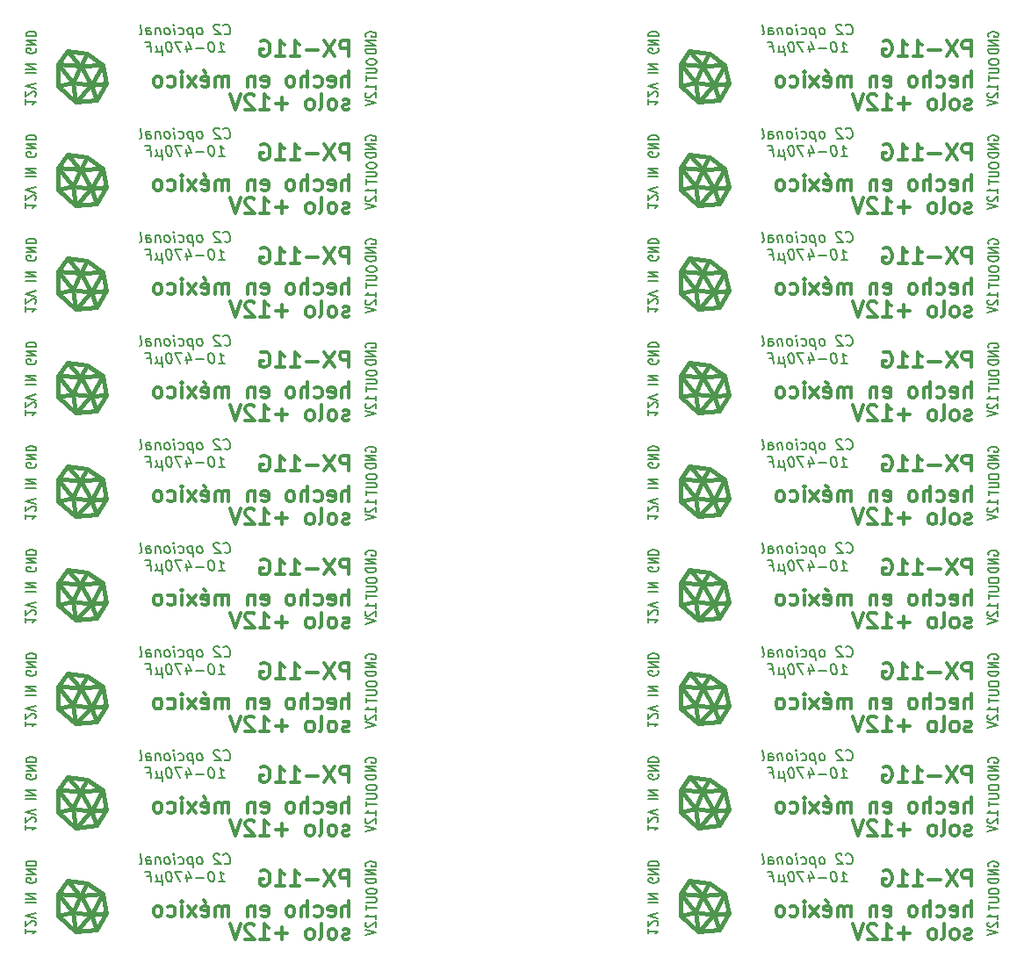
<source format=gbr>
G04 #@! TF.GenerationSoftware,KiCad,Pcbnew,(5.0.2)-1*
G04 #@! TF.CreationDate,2019-05-18T23:58:48-05:00*
G04 #@! TF.ProjectId,pixelote,70697865-6c6f-4746-952e-6b696361645f,rev?*
G04 #@! TF.SameCoordinates,Original*
G04 #@! TF.FileFunction,Legend,Bot*
G04 #@! TF.FilePolarity,Positive*
%FSLAX46Y46*%
G04 Gerber Fmt 4.6, Leading zero omitted, Abs format (unit mm)*
G04 Created by KiCad (PCBNEW (5.0.2)-1) date 5/18/2019 11:58:48 PM*
%MOMM*%
%LPD*%
G01*
G04 APERTURE LIST*
%ADD10C,0.400000*%
%ADD11C,0.200000*%
%ADD12C,0.300000*%
%ADD13C,0.375000*%
G04 APERTURE END LIST*
D10*
X161064923Y-136374461D02*
X160663858Y-134547054D01*
X101064923Y-136374461D02*
X100663858Y-134547054D01*
X161064923Y-126374461D02*
X160663858Y-124547054D01*
X101064923Y-126374461D02*
X100663858Y-124547054D01*
X161064923Y-116374461D02*
X160663858Y-114547054D01*
X101064923Y-116374461D02*
X100663858Y-114547054D01*
X161064923Y-106374461D02*
X160663858Y-104547054D01*
X101064923Y-106374461D02*
X100663858Y-104547054D01*
X161064923Y-96374461D02*
X160663858Y-94547054D01*
X101064923Y-96374461D02*
X100663858Y-94547054D01*
X161064923Y-86374461D02*
X160663858Y-84547054D01*
X101064923Y-86374461D02*
X100663858Y-84547054D01*
X161064923Y-76374461D02*
X160663858Y-74547054D01*
X101064923Y-76374461D02*
X100663858Y-74547054D01*
X161064923Y-66374461D02*
X160663858Y-64547054D01*
X101064923Y-66374461D02*
X100663858Y-64547054D01*
X161064923Y-56374461D02*
X160663858Y-54547054D01*
X158073864Y-138117963D02*
X157823135Y-136293745D01*
X98073864Y-138117963D02*
X97823135Y-136293745D01*
X158073864Y-128117963D02*
X157823135Y-126293745D01*
X98073864Y-128117963D02*
X97823135Y-126293745D01*
X158073864Y-118117963D02*
X157823135Y-116293745D01*
X98073864Y-118117963D02*
X97823135Y-116293745D01*
X158073864Y-108117963D02*
X157823135Y-106293745D01*
X98073864Y-108117963D02*
X97823135Y-106293745D01*
X158073864Y-98117963D02*
X157823135Y-96293745D01*
X98073864Y-98117963D02*
X97823135Y-96293745D01*
X158073864Y-88117963D02*
X157823135Y-86293745D01*
X98073864Y-88117963D02*
X97823135Y-86293745D01*
X158073864Y-78117963D02*
X157823135Y-76293745D01*
X98073864Y-78117963D02*
X97823135Y-76293745D01*
X158073864Y-68117963D02*
X157823135Y-66293745D01*
X98073864Y-68117963D02*
X97823135Y-66293745D01*
X158073864Y-58117963D02*
X157823135Y-56293745D01*
X158546246Y-134635683D02*
X156384348Y-134519361D01*
X98546246Y-134635683D02*
X96384348Y-134519361D01*
X158546246Y-124635683D02*
X156384348Y-124519361D01*
X98546246Y-124635683D02*
X96384348Y-124519361D01*
X158546246Y-114635683D02*
X156384348Y-114519361D01*
X98546246Y-114635683D02*
X96384348Y-114519361D01*
X158546246Y-104635683D02*
X156384348Y-104519361D01*
X98546246Y-104635683D02*
X96384348Y-104519361D01*
X158546246Y-94635683D02*
X156384348Y-94519361D01*
X98546246Y-94635683D02*
X96384348Y-94519361D01*
X158546246Y-84635683D02*
X156384348Y-84519361D01*
X98546246Y-84635683D02*
X96384348Y-84519361D01*
X158546246Y-74635683D02*
X156384348Y-74519361D01*
X98546246Y-74635683D02*
X96384348Y-74519361D01*
X158546246Y-64635683D02*
X156384348Y-64519361D01*
X98546246Y-64635683D02*
X96384348Y-64519361D01*
X158546246Y-54635683D02*
X156384348Y-54519361D01*
X157281444Y-133246172D02*
X156384339Y-134519376D01*
X97281444Y-133246172D02*
X96384339Y-134519376D01*
X157281444Y-123246172D02*
X156384339Y-124519376D01*
X97281444Y-123246172D02*
X96384339Y-124519376D01*
X157281444Y-113246172D02*
X156384339Y-114519376D01*
X97281444Y-113246172D02*
X96384339Y-114519376D01*
X157281444Y-103246172D02*
X156384339Y-104519376D01*
X97281444Y-103246172D02*
X96384339Y-104519376D01*
X157281444Y-93246172D02*
X156384339Y-94519376D01*
X97281444Y-93246172D02*
X96384339Y-94519376D01*
X157281444Y-83246172D02*
X156384339Y-84519376D01*
X97281444Y-83246172D02*
X96384339Y-84519376D01*
X157281444Y-73246172D02*
X156384339Y-74519376D01*
X97281444Y-73246172D02*
X96384339Y-74519376D01*
X157281444Y-63246172D02*
X156384339Y-64519376D01*
X97281444Y-63246172D02*
X96384339Y-64519376D01*
X157281444Y-53246172D02*
X156384339Y-54519376D01*
X159587455Y-136540455D02*
X158073878Y-138117968D01*
X99587455Y-136540455D02*
X98073878Y-138117968D01*
X159587455Y-126540455D02*
X158073878Y-128117968D01*
X99587455Y-126540455D02*
X98073878Y-128117968D01*
X159587455Y-116540455D02*
X158073878Y-118117968D01*
X99587455Y-116540455D02*
X98073878Y-118117968D01*
X159587455Y-106540455D02*
X158073878Y-108117968D01*
X99587455Y-106540455D02*
X98073878Y-108117968D01*
X159587455Y-96540455D02*
X158073878Y-98117968D01*
X99587455Y-96540455D02*
X98073878Y-98117968D01*
X159587455Y-86540455D02*
X158073878Y-88117968D01*
X99587455Y-86540455D02*
X98073878Y-88117968D01*
X159587455Y-76540455D02*
X158073878Y-78117968D01*
X99587455Y-76540455D02*
X98073878Y-78117968D01*
X159587455Y-66540455D02*
X158073878Y-68117968D01*
X99587455Y-66540455D02*
X98073878Y-68117968D01*
X159587455Y-56540455D02*
X158073878Y-58117968D01*
X157823135Y-136293745D02*
X159606536Y-136539233D01*
X97823135Y-136293745D02*
X99606536Y-136539233D01*
X157823135Y-126293745D02*
X159606536Y-126539233D01*
X97823135Y-126293745D02*
X99606536Y-126539233D01*
X157823135Y-116293745D02*
X159606536Y-116539233D01*
X97823135Y-116293745D02*
X99606536Y-116539233D01*
X157823135Y-106293745D02*
X159606536Y-106539233D01*
X97823135Y-106293745D02*
X99606536Y-106539233D01*
X157823135Y-96293745D02*
X159606536Y-96539233D01*
X97823135Y-96293745D02*
X99606536Y-96539233D01*
X157823135Y-86293745D02*
X159606536Y-86539233D01*
X97823135Y-86293745D02*
X99606536Y-86539233D01*
X157823135Y-76293745D02*
X159606536Y-76539233D01*
X97823135Y-76293745D02*
X99606536Y-76539233D01*
X157823135Y-66293745D02*
X159606536Y-66539233D01*
X97823135Y-66293745D02*
X99606536Y-66539233D01*
X157823135Y-56293745D02*
X159606536Y-56539233D01*
X159587455Y-136540454D02*
X158546260Y-134635680D01*
X99587455Y-136540454D02*
X98546260Y-134635680D01*
X159587455Y-126540454D02*
X158546260Y-124635680D01*
X99587455Y-126540454D02*
X98546260Y-124635680D01*
X159587455Y-116540454D02*
X158546260Y-114635680D01*
X99587455Y-116540454D02*
X98546260Y-114635680D01*
X159587455Y-106540454D02*
X158546260Y-104635680D01*
X99587455Y-106540454D02*
X98546260Y-104635680D01*
X159587455Y-96540454D02*
X158546260Y-94635680D01*
X99587455Y-96540454D02*
X98546260Y-94635680D01*
X159587455Y-86540454D02*
X158546260Y-84635680D01*
X99587455Y-86540454D02*
X98546260Y-84635680D01*
X159587455Y-76540454D02*
X158546260Y-74635680D01*
X99587455Y-76540454D02*
X98546260Y-74635680D01*
X159587455Y-66540454D02*
X158546260Y-64635680D01*
X99587455Y-66540454D02*
X98546260Y-64635680D01*
X159587455Y-56540454D02*
X158546260Y-54635680D01*
X161064906Y-136374461D02*
X159587460Y-136540441D01*
X101064906Y-136374461D02*
X99587460Y-136540441D01*
X161064906Y-126374461D02*
X159587460Y-126540441D01*
X101064906Y-126374461D02*
X99587460Y-126540441D01*
X161064906Y-116374461D02*
X159587460Y-116540441D01*
X101064906Y-116374461D02*
X99587460Y-116540441D01*
X161064906Y-106374461D02*
X159587460Y-106540441D01*
X101064906Y-106374461D02*
X99587460Y-106540441D01*
X161064906Y-96374461D02*
X159587460Y-96540441D01*
X101064906Y-96374461D02*
X99587460Y-96540441D01*
X161064906Y-86374461D02*
X159587460Y-86540441D01*
X101064906Y-86374461D02*
X99587460Y-86540441D01*
X161064906Y-76374461D02*
X159587460Y-76540441D01*
X101064906Y-76374461D02*
X99587460Y-76540441D01*
X161064906Y-66374461D02*
X159587460Y-66540441D01*
X101064906Y-66374461D02*
X99587460Y-66540441D01*
X161064906Y-56374461D02*
X159587460Y-56540441D01*
X160151084Y-137942766D02*
X161064923Y-136374461D01*
X100151084Y-137942766D02*
X101064923Y-136374461D01*
X160151084Y-127942766D02*
X161064923Y-126374461D01*
X100151084Y-127942766D02*
X101064923Y-126374461D01*
X160151084Y-117942766D02*
X161064923Y-116374461D01*
X100151084Y-117942766D02*
X101064923Y-116374461D01*
X160151084Y-107942766D02*
X161064923Y-106374461D01*
X100151084Y-107942766D02*
X101064923Y-106374461D01*
X160151084Y-97942766D02*
X161064923Y-96374461D01*
X100151084Y-97942766D02*
X101064923Y-96374461D01*
X160151084Y-87942766D02*
X161064923Y-86374461D01*
X100151084Y-87942766D02*
X101064923Y-86374461D01*
X160151084Y-77942766D02*
X161064923Y-76374461D01*
X100151084Y-77942766D02*
X101064923Y-76374461D01*
X160151084Y-67942766D02*
X161064923Y-66374461D01*
X100151084Y-67942766D02*
X101064923Y-66374461D01*
X160151084Y-57942766D02*
X161064923Y-56374461D01*
X160151063Y-137942780D02*
X159587455Y-136540455D01*
X100151063Y-137942780D02*
X99587455Y-136540455D01*
X160151063Y-127942780D02*
X159587455Y-126540455D01*
X100151063Y-127942780D02*
X99587455Y-126540455D01*
X160151063Y-117942780D02*
X159587455Y-116540455D01*
X100151063Y-117942780D02*
X99587455Y-116540455D01*
X160151063Y-107942780D02*
X159587455Y-106540455D01*
X100151063Y-107942780D02*
X99587455Y-106540455D01*
X160151063Y-97942780D02*
X159587455Y-96540455D01*
X100151063Y-97942780D02*
X99587455Y-96540455D01*
X160151063Y-87942780D02*
X159587455Y-86540455D01*
X100151063Y-87942780D02*
X99587455Y-86540455D01*
X160151063Y-77942780D02*
X159587455Y-76540455D01*
X100151063Y-77942780D02*
X99587455Y-76540455D01*
X160151063Y-67942780D02*
X159587455Y-66540455D01*
X100151063Y-67942780D02*
X99587455Y-66540455D01*
X160151063Y-57942780D02*
X159587455Y-56540455D01*
X160663858Y-134547054D02*
X159176778Y-133499255D01*
X100663858Y-134547054D02*
X99176778Y-133499255D01*
X160663858Y-124547054D02*
X159176778Y-123499255D01*
X100663858Y-124547054D02*
X99176778Y-123499255D01*
X160663858Y-114547054D02*
X159176778Y-113499255D01*
X100663858Y-114547054D02*
X99176778Y-113499255D01*
X160663858Y-104547054D02*
X159176778Y-103499255D01*
X100663858Y-104547054D02*
X99176778Y-103499255D01*
X160663858Y-94547054D02*
X159176778Y-93499255D01*
X100663858Y-94547054D02*
X99176778Y-93499255D01*
X160663858Y-84547054D02*
X159176778Y-83499255D01*
X100663858Y-84547054D02*
X99176778Y-83499255D01*
X160663858Y-74547054D02*
X159176778Y-73499255D01*
X100663858Y-74547054D02*
X99176778Y-73499255D01*
X160663858Y-64547054D02*
X159176778Y-63499255D01*
X100663858Y-64547054D02*
X99176778Y-63499255D01*
X160663858Y-54547054D02*
X159176778Y-53499255D01*
X157823135Y-136293746D02*
X156384348Y-134519386D01*
X97823135Y-136293746D02*
X96384348Y-134519386D01*
X157823135Y-126293746D02*
X156384348Y-124519386D01*
X97823135Y-126293746D02*
X96384348Y-124519386D01*
X157823135Y-116293746D02*
X156384348Y-114519386D01*
X97823135Y-116293746D02*
X96384348Y-114519386D01*
X157823135Y-106293746D02*
X156384348Y-104519386D01*
X97823135Y-106293746D02*
X96384348Y-104519386D01*
X157823135Y-96293746D02*
X156384348Y-94519386D01*
X97823135Y-96293746D02*
X96384348Y-94519386D01*
X157823135Y-86293746D02*
X156384348Y-84519386D01*
X97823135Y-86293746D02*
X96384348Y-84519386D01*
X157823135Y-76293746D02*
X156384348Y-74519386D01*
X97823135Y-76293746D02*
X96384348Y-74519386D01*
X157823135Y-66293746D02*
X156384348Y-64519386D01*
X97823135Y-66293746D02*
X96384348Y-64519386D01*
X157823135Y-56293746D02*
X156384348Y-54519386D01*
X158512236Y-134633877D02*
X157281453Y-133246159D01*
X98512236Y-134633877D02*
X97281453Y-133246159D01*
X158512236Y-124633877D02*
X157281453Y-123246159D01*
X98512236Y-124633877D02*
X97281453Y-123246159D01*
X158512236Y-114633877D02*
X157281453Y-113246159D01*
X98512236Y-114633877D02*
X97281453Y-113246159D01*
X158512236Y-104633877D02*
X157281453Y-103246159D01*
X98512236Y-104633877D02*
X97281453Y-103246159D01*
X158512236Y-94633877D02*
X157281453Y-93246159D01*
X98512236Y-94633877D02*
X97281453Y-93246159D01*
X158512236Y-84633877D02*
X157281453Y-83246159D01*
X98512236Y-84633877D02*
X97281453Y-83246159D01*
X158512236Y-74633877D02*
X157281453Y-73246159D01*
X98512236Y-74633877D02*
X97281453Y-73246159D01*
X158512236Y-64633877D02*
X157281453Y-63246159D01*
X98512236Y-64633877D02*
X97281453Y-63246159D01*
X158512236Y-54633877D02*
X157281453Y-53246159D01*
X160663877Y-134547069D02*
X158546255Y-134635667D01*
X100663877Y-134547069D02*
X98546255Y-134635667D01*
X160663877Y-124547069D02*
X158546255Y-124635667D01*
X100663877Y-124547069D02*
X98546255Y-124635667D01*
X160663877Y-114547069D02*
X158546255Y-114635667D01*
X100663877Y-114547069D02*
X98546255Y-114635667D01*
X160663877Y-104547069D02*
X158546255Y-104635667D01*
X100663877Y-104547069D02*
X98546255Y-104635667D01*
X160663877Y-94547069D02*
X158546255Y-94635667D01*
X100663877Y-94547069D02*
X98546255Y-94635667D01*
X160663877Y-84547069D02*
X158546255Y-84635667D01*
X100663877Y-84547069D02*
X98546255Y-84635667D01*
X160663877Y-74547069D02*
X158546255Y-74635667D01*
X100663877Y-74547069D02*
X98546255Y-74635667D01*
X160663877Y-64547069D02*
X158546255Y-64635667D01*
X100663877Y-64547069D02*
X98546255Y-64635667D01*
X160663877Y-54547069D02*
X158546255Y-54635667D01*
X158546260Y-134635680D02*
X159155306Y-133501684D01*
X98546260Y-134635680D02*
X99155306Y-133501684D01*
X158546260Y-124635680D02*
X159155306Y-123501684D01*
X98546260Y-124635680D02*
X99155306Y-123501684D01*
X158546260Y-114635680D02*
X159155306Y-113501684D01*
X98546260Y-114635680D02*
X99155306Y-113501684D01*
X158546260Y-104635680D02*
X159155306Y-103501684D01*
X98546260Y-104635680D02*
X99155306Y-103501684D01*
X158546260Y-94635680D02*
X159155306Y-93501684D01*
X98546260Y-94635680D02*
X99155306Y-93501684D01*
X158546260Y-84635680D02*
X159155306Y-83501684D01*
X98546260Y-84635680D02*
X99155306Y-83501684D01*
X158546260Y-74635680D02*
X159155306Y-73501684D01*
X98546260Y-74635680D02*
X99155306Y-73501684D01*
X158546260Y-64635680D02*
X159155306Y-63501684D01*
X98546260Y-64635680D02*
X99155306Y-63501684D01*
X158546260Y-54635680D02*
X159155306Y-53501684D01*
X159155297Y-133501700D02*
X157281444Y-133246172D01*
X99155297Y-133501700D02*
X97281444Y-133246172D01*
X159155297Y-123501700D02*
X157281444Y-123246172D01*
X99155297Y-123501700D02*
X97281444Y-123246172D01*
X159155297Y-113501700D02*
X157281444Y-113246172D01*
X99155297Y-113501700D02*
X97281444Y-113246172D01*
X159155297Y-103501700D02*
X157281444Y-103246172D01*
X99155297Y-103501700D02*
X97281444Y-103246172D01*
X159155297Y-93501700D02*
X157281444Y-93246172D01*
X99155297Y-93501700D02*
X97281444Y-93246172D01*
X159155297Y-83501700D02*
X157281444Y-83246172D01*
X99155297Y-83501700D02*
X97281444Y-83246172D01*
X159155297Y-73501700D02*
X157281444Y-73246172D01*
X99155297Y-73501700D02*
X97281444Y-73246172D01*
X159155297Y-63501700D02*
X157281444Y-63246172D01*
X99155297Y-63501700D02*
X97281444Y-63246172D01*
X159155297Y-53501700D02*
X157281444Y-53246172D01*
X156384339Y-134519376D02*
X156406635Y-136625103D01*
X96384339Y-134519376D02*
X96406635Y-136625103D01*
X156384339Y-124519376D02*
X156406635Y-126625103D01*
X96384339Y-124519376D02*
X96406635Y-126625103D01*
X156384339Y-114519376D02*
X156406635Y-116625103D01*
X96384339Y-114519376D02*
X96406635Y-116625103D01*
X156384339Y-104519376D02*
X156406635Y-106625103D01*
X96384339Y-104519376D02*
X96406635Y-106625103D01*
X156384339Y-94519376D02*
X156406635Y-96625103D01*
X96384339Y-94519376D02*
X96406635Y-96625103D01*
X156384339Y-84519376D02*
X156406635Y-86625103D01*
X96384339Y-84519376D02*
X96406635Y-86625103D01*
X156384339Y-74519376D02*
X156406635Y-76625103D01*
X96384339Y-74519376D02*
X96406635Y-76625103D01*
X156384339Y-64519376D02*
X156406635Y-66625103D01*
X96384339Y-64519376D02*
X96406635Y-66625103D01*
X156384339Y-54519376D02*
X156406635Y-56625103D01*
X158546246Y-134635683D02*
X157823135Y-136293744D01*
X98546246Y-134635683D02*
X97823135Y-136293744D01*
X158546246Y-124635683D02*
X157823135Y-126293744D01*
X98546246Y-124635683D02*
X97823135Y-126293744D01*
X158546246Y-114635683D02*
X157823135Y-116293744D01*
X98546246Y-114635683D02*
X97823135Y-116293744D01*
X158546246Y-104635683D02*
X157823135Y-106293744D01*
X98546246Y-104635683D02*
X97823135Y-106293744D01*
X158546246Y-94635683D02*
X157823135Y-96293744D01*
X98546246Y-94635683D02*
X97823135Y-96293744D01*
X158546246Y-84635683D02*
X157823135Y-86293744D01*
X98546246Y-84635683D02*
X97823135Y-86293744D01*
X158546246Y-74635683D02*
X157823135Y-76293744D01*
X98546246Y-74635683D02*
X97823135Y-76293744D01*
X158546246Y-64635683D02*
X157823135Y-66293744D01*
X98546246Y-64635683D02*
X97823135Y-66293744D01*
X158546246Y-54635683D02*
X157823135Y-56293744D01*
X159587460Y-136540441D02*
X160663882Y-134547082D01*
X99587460Y-136540441D02*
X100663882Y-134547082D01*
X159587460Y-126540441D02*
X160663882Y-124547082D01*
X99587460Y-126540441D02*
X100663882Y-124547082D01*
X159587460Y-116540441D02*
X160663882Y-114547082D01*
X99587460Y-116540441D02*
X100663882Y-114547082D01*
X159587460Y-106540441D02*
X160663882Y-104547082D01*
X99587460Y-106540441D02*
X100663882Y-104547082D01*
X159587460Y-96540441D02*
X160663882Y-94547082D01*
X99587460Y-96540441D02*
X100663882Y-94547082D01*
X159587460Y-86540441D02*
X160663882Y-84547082D01*
X99587460Y-86540441D02*
X100663882Y-84547082D01*
X159587460Y-76540441D02*
X160663882Y-74547082D01*
X99587460Y-76540441D02*
X100663882Y-74547082D01*
X159587460Y-66540441D02*
X160663882Y-64547082D01*
X99587460Y-66540441D02*
X100663882Y-64547082D01*
X159587460Y-56540441D02*
X160663882Y-54547082D01*
X158073849Y-138117970D02*
X160151084Y-137942766D01*
X98073849Y-138117970D02*
X100151084Y-137942766D01*
X158073849Y-128117970D02*
X160151084Y-127942766D01*
X98073849Y-128117970D02*
X100151084Y-127942766D01*
X158073849Y-118117970D02*
X160151084Y-117942766D01*
X98073849Y-118117970D02*
X100151084Y-117942766D01*
X158073849Y-108117970D02*
X160151084Y-107942766D01*
X98073849Y-108117970D02*
X100151084Y-107942766D01*
X158073849Y-98117970D02*
X160151084Y-97942766D01*
X98073849Y-98117970D02*
X100151084Y-97942766D01*
X158073849Y-88117970D02*
X160151084Y-87942766D01*
X98073849Y-88117970D02*
X100151084Y-87942766D01*
X158073849Y-78117970D02*
X160151084Y-77942766D01*
X98073849Y-78117970D02*
X100151084Y-77942766D01*
X158073849Y-68117970D02*
X160151084Y-67942766D01*
X98073849Y-68117970D02*
X100151084Y-67942766D01*
X158073849Y-58117970D02*
X160151084Y-57942766D01*
X157823135Y-136293746D02*
X156406644Y-136625113D01*
X97823135Y-136293746D02*
X96406644Y-136625113D01*
X157823135Y-126293746D02*
X156406644Y-126625113D01*
X97823135Y-126293746D02*
X96406644Y-126625113D01*
X157823135Y-116293746D02*
X156406644Y-116625113D01*
X97823135Y-116293746D02*
X96406644Y-116625113D01*
X157823135Y-106293746D02*
X156406644Y-106625113D01*
X97823135Y-106293746D02*
X96406644Y-106625113D01*
X157823135Y-96293746D02*
X156406644Y-96625113D01*
X97823135Y-96293746D02*
X96406644Y-96625113D01*
X157823135Y-86293746D02*
X156406644Y-86625113D01*
X97823135Y-86293746D02*
X96406644Y-86625113D01*
X157823135Y-76293746D02*
X156406644Y-76625113D01*
X97823135Y-76293746D02*
X96406644Y-76625113D01*
X157823135Y-66293746D02*
X156406644Y-66625113D01*
X97823135Y-66293746D02*
X96406644Y-66625113D01*
X157823135Y-56293746D02*
X156406644Y-56625113D01*
X156406635Y-136625103D02*
X158073849Y-138117970D01*
X96406635Y-136625103D02*
X98073849Y-138117970D01*
X156406635Y-126625103D02*
X158073849Y-128117970D01*
X96406635Y-126625103D02*
X98073849Y-128117970D01*
X156406635Y-116625103D02*
X158073849Y-118117970D01*
X96406635Y-116625103D02*
X98073849Y-118117970D01*
X156406635Y-106625103D02*
X158073849Y-108117970D01*
X96406635Y-106625103D02*
X98073849Y-108117970D01*
X156406635Y-96625103D02*
X158073849Y-98117970D01*
X96406635Y-96625103D02*
X98073849Y-98117970D01*
X156406635Y-86625103D02*
X158073849Y-88117970D01*
X96406635Y-86625103D02*
X98073849Y-88117970D01*
X156406635Y-76625103D02*
X158073849Y-78117970D01*
X96406635Y-76625103D02*
X98073849Y-78117970D01*
X156406635Y-66625103D02*
X158073849Y-68117970D01*
X96406635Y-66625103D02*
X98073849Y-68117970D01*
X156406635Y-56625103D02*
X158073849Y-58117970D01*
D11*
X187002380Y-136954761D02*
X187002380Y-136497619D01*
X187002380Y-136726190D02*
X186002380Y-136726190D01*
X186145238Y-136650000D01*
X186240476Y-136573809D01*
X186288095Y-136497619D01*
X186097619Y-137259523D02*
X186050000Y-137297619D01*
X186002380Y-137373809D01*
X186002380Y-137564285D01*
X186050000Y-137640476D01*
X186097619Y-137678571D01*
X186192857Y-137716666D01*
X186288095Y-137716666D01*
X186430952Y-137678571D01*
X187002380Y-137221428D01*
X187002380Y-137716666D01*
X186002380Y-137945238D02*
X187002380Y-138211904D01*
X186002380Y-138478571D01*
X127002380Y-136954761D02*
X127002380Y-136497619D01*
X127002380Y-136726190D02*
X126002380Y-136726190D01*
X126145238Y-136650000D01*
X126240476Y-136573809D01*
X126288095Y-136497619D01*
X126097619Y-137259523D02*
X126050000Y-137297619D01*
X126002380Y-137373809D01*
X126002380Y-137564285D01*
X126050000Y-137640476D01*
X126097619Y-137678571D01*
X126192857Y-137716666D01*
X126288095Y-137716666D01*
X126430952Y-137678571D01*
X127002380Y-137221428D01*
X127002380Y-137716666D01*
X126002380Y-137945238D02*
X127002380Y-138211904D01*
X126002380Y-138478571D01*
X187002380Y-126954761D02*
X187002380Y-126497619D01*
X187002380Y-126726190D02*
X186002380Y-126726190D01*
X186145238Y-126650000D01*
X186240476Y-126573809D01*
X186288095Y-126497619D01*
X186097619Y-127259523D02*
X186050000Y-127297619D01*
X186002380Y-127373809D01*
X186002380Y-127564285D01*
X186050000Y-127640476D01*
X186097619Y-127678571D01*
X186192857Y-127716666D01*
X186288095Y-127716666D01*
X186430952Y-127678571D01*
X187002380Y-127221428D01*
X187002380Y-127716666D01*
X186002380Y-127945238D02*
X187002380Y-128211904D01*
X186002380Y-128478571D01*
X127002380Y-126954761D02*
X127002380Y-126497619D01*
X127002380Y-126726190D02*
X126002380Y-126726190D01*
X126145238Y-126650000D01*
X126240476Y-126573809D01*
X126288095Y-126497619D01*
X126097619Y-127259523D02*
X126050000Y-127297619D01*
X126002380Y-127373809D01*
X126002380Y-127564285D01*
X126050000Y-127640476D01*
X126097619Y-127678571D01*
X126192857Y-127716666D01*
X126288095Y-127716666D01*
X126430952Y-127678571D01*
X127002380Y-127221428D01*
X127002380Y-127716666D01*
X126002380Y-127945238D02*
X127002380Y-128211904D01*
X126002380Y-128478571D01*
X187002380Y-116954761D02*
X187002380Y-116497619D01*
X187002380Y-116726190D02*
X186002380Y-116726190D01*
X186145238Y-116650000D01*
X186240476Y-116573809D01*
X186288095Y-116497619D01*
X186097619Y-117259523D02*
X186050000Y-117297619D01*
X186002380Y-117373809D01*
X186002380Y-117564285D01*
X186050000Y-117640476D01*
X186097619Y-117678571D01*
X186192857Y-117716666D01*
X186288095Y-117716666D01*
X186430952Y-117678571D01*
X187002380Y-117221428D01*
X187002380Y-117716666D01*
X186002380Y-117945238D02*
X187002380Y-118211904D01*
X186002380Y-118478571D01*
X127002380Y-116954761D02*
X127002380Y-116497619D01*
X127002380Y-116726190D02*
X126002380Y-116726190D01*
X126145238Y-116650000D01*
X126240476Y-116573809D01*
X126288095Y-116497619D01*
X126097619Y-117259523D02*
X126050000Y-117297619D01*
X126002380Y-117373809D01*
X126002380Y-117564285D01*
X126050000Y-117640476D01*
X126097619Y-117678571D01*
X126192857Y-117716666D01*
X126288095Y-117716666D01*
X126430952Y-117678571D01*
X127002380Y-117221428D01*
X127002380Y-117716666D01*
X126002380Y-117945238D02*
X127002380Y-118211904D01*
X126002380Y-118478571D01*
X187002380Y-106954761D02*
X187002380Y-106497619D01*
X187002380Y-106726190D02*
X186002380Y-106726190D01*
X186145238Y-106650000D01*
X186240476Y-106573809D01*
X186288095Y-106497619D01*
X186097619Y-107259523D02*
X186050000Y-107297619D01*
X186002380Y-107373809D01*
X186002380Y-107564285D01*
X186050000Y-107640476D01*
X186097619Y-107678571D01*
X186192857Y-107716666D01*
X186288095Y-107716666D01*
X186430952Y-107678571D01*
X187002380Y-107221428D01*
X187002380Y-107716666D01*
X186002380Y-107945238D02*
X187002380Y-108211904D01*
X186002380Y-108478571D01*
X127002380Y-106954761D02*
X127002380Y-106497619D01*
X127002380Y-106726190D02*
X126002380Y-106726190D01*
X126145238Y-106650000D01*
X126240476Y-106573809D01*
X126288095Y-106497619D01*
X126097619Y-107259523D02*
X126050000Y-107297619D01*
X126002380Y-107373809D01*
X126002380Y-107564285D01*
X126050000Y-107640476D01*
X126097619Y-107678571D01*
X126192857Y-107716666D01*
X126288095Y-107716666D01*
X126430952Y-107678571D01*
X127002380Y-107221428D01*
X127002380Y-107716666D01*
X126002380Y-107945238D02*
X127002380Y-108211904D01*
X126002380Y-108478571D01*
X187002380Y-96954761D02*
X187002380Y-96497619D01*
X187002380Y-96726190D02*
X186002380Y-96726190D01*
X186145238Y-96650000D01*
X186240476Y-96573809D01*
X186288095Y-96497619D01*
X186097619Y-97259523D02*
X186050000Y-97297619D01*
X186002380Y-97373809D01*
X186002380Y-97564285D01*
X186050000Y-97640476D01*
X186097619Y-97678571D01*
X186192857Y-97716666D01*
X186288095Y-97716666D01*
X186430952Y-97678571D01*
X187002380Y-97221428D01*
X187002380Y-97716666D01*
X186002380Y-97945238D02*
X187002380Y-98211904D01*
X186002380Y-98478571D01*
X127002380Y-96954761D02*
X127002380Y-96497619D01*
X127002380Y-96726190D02*
X126002380Y-96726190D01*
X126145238Y-96650000D01*
X126240476Y-96573809D01*
X126288095Y-96497619D01*
X126097619Y-97259523D02*
X126050000Y-97297619D01*
X126002380Y-97373809D01*
X126002380Y-97564285D01*
X126050000Y-97640476D01*
X126097619Y-97678571D01*
X126192857Y-97716666D01*
X126288095Y-97716666D01*
X126430952Y-97678571D01*
X127002380Y-97221428D01*
X127002380Y-97716666D01*
X126002380Y-97945238D02*
X127002380Y-98211904D01*
X126002380Y-98478571D01*
X187002380Y-86954761D02*
X187002380Y-86497619D01*
X187002380Y-86726190D02*
X186002380Y-86726190D01*
X186145238Y-86650000D01*
X186240476Y-86573809D01*
X186288095Y-86497619D01*
X186097619Y-87259523D02*
X186050000Y-87297619D01*
X186002380Y-87373809D01*
X186002380Y-87564285D01*
X186050000Y-87640476D01*
X186097619Y-87678571D01*
X186192857Y-87716666D01*
X186288095Y-87716666D01*
X186430952Y-87678571D01*
X187002380Y-87221428D01*
X187002380Y-87716666D01*
X186002380Y-87945238D02*
X187002380Y-88211904D01*
X186002380Y-88478571D01*
X127002380Y-86954761D02*
X127002380Y-86497619D01*
X127002380Y-86726190D02*
X126002380Y-86726190D01*
X126145238Y-86650000D01*
X126240476Y-86573809D01*
X126288095Y-86497619D01*
X126097619Y-87259523D02*
X126050000Y-87297619D01*
X126002380Y-87373809D01*
X126002380Y-87564285D01*
X126050000Y-87640476D01*
X126097619Y-87678571D01*
X126192857Y-87716666D01*
X126288095Y-87716666D01*
X126430952Y-87678571D01*
X127002380Y-87221428D01*
X127002380Y-87716666D01*
X126002380Y-87945238D02*
X127002380Y-88211904D01*
X126002380Y-88478571D01*
X187002380Y-76954761D02*
X187002380Y-76497619D01*
X187002380Y-76726190D02*
X186002380Y-76726190D01*
X186145238Y-76650000D01*
X186240476Y-76573809D01*
X186288095Y-76497619D01*
X186097619Y-77259523D02*
X186050000Y-77297619D01*
X186002380Y-77373809D01*
X186002380Y-77564285D01*
X186050000Y-77640476D01*
X186097619Y-77678571D01*
X186192857Y-77716666D01*
X186288095Y-77716666D01*
X186430952Y-77678571D01*
X187002380Y-77221428D01*
X187002380Y-77716666D01*
X186002380Y-77945238D02*
X187002380Y-78211904D01*
X186002380Y-78478571D01*
X127002380Y-76954761D02*
X127002380Y-76497619D01*
X127002380Y-76726190D02*
X126002380Y-76726190D01*
X126145238Y-76650000D01*
X126240476Y-76573809D01*
X126288095Y-76497619D01*
X126097619Y-77259523D02*
X126050000Y-77297619D01*
X126002380Y-77373809D01*
X126002380Y-77564285D01*
X126050000Y-77640476D01*
X126097619Y-77678571D01*
X126192857Y-77716666D01*
X126288095Y-77716666D01*
X126430952Y-77678571D01*
X127002380Y-77221428D01*
X127002380Y-77716666D01*
X126002380Y-77945238D02*
X127002380Y-78211904D01*
X126002380Y-78478571D01*
X187002380Y-66954761D02*
X187002380Y-66497619D01*
X187002380Y-66726190D02*
X186002380Y-66726190D01*
X186145238Y-66650000D01*
X186240476Y-66573809D01*
X186288095Y-66497619D01*
X186097619Y-67259523D02*
X186050000Y-67297619D01*
X186002380Y-67373809D01*
X186002380Y-67564285D01*
X186050000Y-67640476D01*
X186097619Y-67678571D01*
X186192857Y-67716666D01*
X186288095Y-67716666D01*
X186430952Y-67678571D01*
X187002380Y-67221428D01*
X187002380Y-67716666D01*
X186002380Y-67945238D02*
X187002380Y-68211904D01*
X186002380Y-68478571D01*
X127002380Y-66954761D02*
X127002380Y-66497619D01*
X127002380Y-66726190D02*
X126002380Y-66726190D01*
X126145238Y-66650000D01*
X126240476Y-66573809D01*
X126288095Y-66497619D01*
X126097619Y-67259523D02*
X126050000Y-67297619D01*
X126002380Y-67373809D01*
X126002380Y-67564285D01*
X126050000Y-67640476D01*
X126097619Y-67678571D01*
X126192857Y-67716666D01*
X126288095Y-67716666D01*
X126430952Y-67678571D01*
X127002380Y-67221428D01*
X127002380Y-67716666D01*
X126002380Y-67945238D02*
X127002380Y-68211904D01*
X126002380Y-68478571D01*
X187002380Y-56954761D02*
X187002380Y-56497619D01*
X187002380Y-56726190D02*
X186002380Y-56726190D01*
X186145238Y-56650000D01*
X186240476Y-56573809D01*
X186288095Y-56497619D01*
X186097619Y-57259523D02*
X186050000Y-57297619D01*
X186002380Y-57373809D01*
X186002380Y-57564285D01*
X186050000Y-57640476D01*
X186097619Y-57678571D01*
X186192857Y-57716666D01*
X186288095Y-57716666D01*
X186430952Y-57678571D01*
X187002380Y-57221428D01*
X187002380Y-57716666D01*
X186002380Y-57945238D02*
X187002380Y-58211904D01*
X186002380Y-58478571D01*
X186102380Y-134200000D02*
X186102380Y-134352380D01*
X186150000Y-134428571D01*
X186245238Y-134504761D01*
X186435714Y-134542857D01*
X186769047Y-134542857D01*
X186959523Y-134504761D01*
X187054761Y-134428571D01*
X187102380Y-134352380D01*
X187102380Y-134200000D01*
X187054761Y-134123809D01*
X186959523Y-134047619D01*
X186769047Y-134009523D01*
X186435714Y-134009523D01*
X186245238Y-134047619D01*
X186150000Y-134123809D01*
X186102380Y-134200000D01*
X186102380Y-134885714D02*
X186911904Y-134885714D01*
X187007142Y-134923809D01*
X187054761Y-134961904D01*
X187102380Y-135038095D01*
X187102380Y-135190476D01*
X187054761Y-135266666D01*
X187007142Y-135304761D01*
X186911904Y-135342857D01*
X186102380Y-135342857D01*
X186102380Y-135609523D02*
X186102380Y-136066666D01*
X187102380Y-135838095D02*
X186102380Y-135838095D01*
X126102380Y-134200000D02*
X126102380Y-134352380D01*
X126150000Y-134428571D01*
X126245238Y-134504761D01*
X126435714Y-134542857D01*
X126769047Y-134542857D01*
X126959523Y-134504761D01*
X127054761Y-134428571D01*
X127102380Y-134352380D01*
X127102380Y-134200000D01*
X127054761Y-134123809D01*
X126959523Y-134047619D01*
X126769047Y-134009523D01*
X126435714Y-134009523D01*
X126245238Y-134047619D01*
X126150000Y-134123809D01*
X126102380Y-134200000D01*
X126102380Y-134885714D02*
X126911904Y-134885714D01*
X127007142Y-134923809D01*
X127054761Y-134961904D01*
X127102380Y-135038095D01*
X127102380Y-135190476D01*
X127054761Y-135266666D01*
X127007142Y-135304761D01*
X126911904Y-135342857D01*
X126102380Y-135342857D01*
X126102380Y-135609523D02*
X126102380Y-136066666D01*
X127102380Y-135838095D02*
X126102380Y-135838095D01*
X186102380Y-124200000D02*
X186102380Y-124352380D01*
X186150000Y-124428571D01*
X186245238Y-124504761D01*
X186435714Y-124542857D01*
X186769047Y-124542857D01*
X186959523Y-124504761D01*
X187054761Y-124428571D01*
X187102380Y-124352380D01*
X187102380Y-124200000D01*
X187054761Y-124123809D01*
X186959523Y-124047619D01*
X186769047Y-124009523D01*
X186435714Y-124009523D01*
X186245238Y-124047619D01*
X186150000Y-124123809D01*
X186102380Y-124200000D01*
X186102380Y-124885714D02*
X186911904Y-124885714D01*
X187007142Y-124923809D01*
X187054761Y-124961904D01*
X187102380Y-125038095D01*
X187102380Y-125190476D01*
X187054761Y-125266666D01*
X187007142Y-125304761D01*
X186911904Y-125342857D01*
X186102380Y-125342857D01*
X186102380Y-125609523D02*
X186102380Y-126066666D01*
X187102380Y-125838095D02*
X186102380Y-125838095D01*
X126102380Y-124200000D02*
X126102380Y-124352380D01*
X126150000Y-124428571D01*
X126245238Y-124504761D01*
X126435714Y-124542857D01*
X126769047Y-124542857D01*
X126959523Y-124504761D01*
X127054761Y-124428571D01*
X127102380Y-124352380D01*
X127102380Y-124200000D01*
X127054761Y-124123809D01*
X126959523Y-124047619D01*
X126769047Y-124009523D01*
X126435714Y-124009523D01*
X126245238Y-124047619D01*
X126150000Y-124123809D01*
X126102380Y-124200000D01*
X126102380Y-124885714D02*
X126911904Y-124885714D01*
X127007142Y-124923809D01*
X127054761Y-124961904D01*
X127102380Y-125038095D01*
X127102380Y-125190476D01*
X127054761Y-125266666D01*
X127007142Y-125304761D01*
X126911904Y-125342857D01*
X126102380Y-125342857D01*
X126102380Y-125609523D02*
X126102380Y-126066666D01*
X127102380Y-125838095D02*
X126102380Y-125838095D01*
X186102380Y-114200000D02*
X186102380Y-114352380D01*
X186150000Y-114428571D01*
X186245238Y-114504761D01*
X186435714Y-114542857D01*
X186769047Y-114542857D01*
X186959523Y-114504761D01*
X187054761Y-114428571D01*
X187102380Y-114352380D01*
X187102380Y-114200000D01*
X187054761Y-114123809D01*
X186959523Y-114047619D01*
X186769047Y-114009523D01*
X186435714Y-114009523D01*
X186245238Y-114047619D01*
X186150000Y-114123809D01*
X186102380Y-114200000D01*
X186102380Y-114885714D02*
X186911904Y-114885714D01*
X187007142Y-114923809D01*
X187054761Y-114961904D01*
X187102380Y-115038095D01*
X187102380Y-115190476D01*
X187054761Y-115266666D01*
X187007142Y-115304761D01*
X186911904Y-115342857D01*
X186102380Y-115342857D01*
X186102380Y-115609523D02*
X186102380Y-116066666D01*
X187102380Y-115838095D02*
X186102380Y-115838095D01*
X126102380Y-114200000D02*
X126102380Y-114352380D01*
X126150000Y-114428571D01*
X126245238Y-114504761D01*
X126435714Y-114542857D01*
X126769047Y-114542857D01*
X126959523Y-114504761D01*
X127054761Y-114428571D01*
X127102380Y-114352380D01*
X127102380Y-114200000D01*
X127054761Y-114123809D01*
X126959523Y-114047619D01*
X126769047Y-114009523D01*
X126435714Y-114009523D01*
X126245238Y-114047619D01*
X126150000Y-114123809D01*
X126102380Y-114200000D01*
X126102380Y-114885714D02*
X126911904Y-114885714D01*
X127007142Y-114923809D01*
X127054761Y-114961904D01*
X127102380Y-115038095D01*
X127102380Y-115190476D01*
X127054761Y-115266666D01*
X127007142Y-115304761D01*
X126911904Y-115342857D01*
X126102380Y-115342857D01*
X126102380Y-115609523D02*
X126102380Y-116066666D01*
X127102380Y-115838095D02*
X126102380Y-115838095D01*
X186102380Y-104200000D02*
X186102380Y-104352380D01*
X186150000Y-104428571D01*
X186245238Y-104504761D01*
X186435714Y-104542857D01*
X186769047Y-104542857D01*
X186959523Y-104504761D01*
X187054761Y-104428571D01*
X187102380Y-104352380D01*
X187102380Y-104200000D01*
X187054761Y-104123809D01*
X186959523Y-104047619D01*
X186769047Y-104009523D01*
X186435714Y-104009523D01*
X186245238Y-104047619D01*
X186150000Y-104123809D01*
X186102380Y-104200000D01*
X186102380Y-104885714D02*
X186911904Y-104885714D01*
X187007142Y-104923809D01*
X187054761Y-104961904D01*
X187102380Y-105038095D01*
X187102380Y-105190476D01*
X187054761Y-105266666D01*
X187007142Y-105304761D01*
X186911904Y-105342857D01*
X186102380Y-105342857D01*
X186102380Y-105609523D02*
X186102380Y-106066666D01*
X187102380Y-105838095D02*
X186102380Y-105838095D01*
X126102380Y-104200000D02*
X126102380Y-104352380D01*
X126150000Y-104428571D01*
X126245238Y-104504761D01*
X126435714Y-104542857D01*
X126769047Y-104542857D01*
X126959523Y-104504761D01*
X127054761Y-104428571D01*
X127102380Y-104352380D01*
X127102380Y-104200000D01*
X127054761Y-104123809D01*
X126959523Y-104047619D01*
X126769047Y-104009523D01*
X126435714Y-104009523D01*
X126245238Y-104047619D01*
X126150000Y-104123809D01*
X126102380Y-104200000D01*
X126102380Y-104885714D02*
X126911904Y-104885714D01*
X127007142Y-104923809D01*
X127054761Y-104961904D01*
X127102380Y-105038095D01*
X127102380Y-105190476D01*
X127054761Y-105266666D01*
X127007142Y-105304761D01*
X126911904Y-105342857D01*
X126102380Y-105342857D01*
X126102380Y-105609523D02*
X126102380Y-106066666D01*
X127102380Y-105838095D02*
X126102380Y-105838095D01*
X186102380Y-94200000D02*
X186102380Y-94352380D01*
X186150000Y-94428571D01*
X186245238Y-94504761D01*
X186435714Y-94542857D01*
X186769047Y-94542857D01*
X186959523Y-94504761D01*
X187054761Y-94428571D01*
X187102380Y-94352380D01*
X187102380Y-94200000D01*
X187054761Y-94123809D01*
X186959523Y-94047619D01*
X186769047Y-94009523D01*
X186435714Y-94009523D01*
X186245238Y-94047619D01*
X186150000Y-94123809D01*
X186102380Y-94200000D01*
X186102380Y-94885714D02*
X186911904Y-94885714D01*
X187007142Y-94923809D01*
X187054761Y-94961904D01*
X187102380Y-95038095D01*
X187102380Y-95190476D01*
X187054761Y-95266666D01*
X187007142Y-95304761D01*
X186911904Y-95342857D01*
X186102380Y-95342857D01*
X186102380Y-95609523D02*
X186102380Y-96066666D01*
X187102380Y-95838095D02*
X186102380Y-95838095D01*
X126102380Y-94200000D02*
X126102380Y-94352380D01*
X126150000Y-94428571D01*
X126245238Y-94504761D01*
X126435714Y-94542857D01*
X126769047Y-94542857D01*
X126959523Y-94504761D01*
X127054761Y-94428571D01*
X127102380Y-94352380D01*
X127102380Y-94200000D01*
X127054761Y-94123809D01*
X126959523Y-94047619D01*
X126769047Y-94009523D01*
X126435714Y-94009523D01*
X126245238Y-94047619D01*
X126150000Y-94123809D01*
X126102380Y-94200000D01*
X126102380Y-94885714D02*
X126911904Y-94885714D01*
X127007142Y-94923809D01*
X127054761Y-94961904D01*
X127102380Y-95038095D01*
X127102380Y-95190476D01*
X127054761Y-95266666D01*
X127007142Y-95304761D01*
X126911904Y-95342857D01*
X126102380Y-95342857D01*
X126102380Y-95609523D02*
X126102380Y-96066666D01*
X127102380Y-95838095D02*
X126102380Y-95838095D01*
X186102380Y-84200000D02*
X186102380Y-84352380D01*
X186150000Y-84428571D01*
X186245238Y-84504761D01*
X186435714Y-84542857D01*
X186769047Y-84542857D01*
X186959523Y-84504761D01*
X187054761Y-84428571D01*
X187102380Y-84352380D01*
X187102380Y-84200000D01*
X187054761Y-84123809D01*
X186959523Y-84047619D01*
X186769047Y-84009523D01*
X186435714Y-84009523D01*
X186245238Y-84047619D01*
X186150000Y-84123809D01*
X186102380Y-84200000D01*
X186102380Y-84885714D02*
X186911904Y-84885714D01*
X187007142Y-84923809D01*
X187054761Y-84961904D01*
X187102380Y-85038095D01*
X187102380Y-85190476D01*
X187054761Y-85266666D01*
X187007142Y-85304761D01*
X186911904Y-85342857D01*
X186102380Y-85342857D01*
X186102380Y-85609523D02*
X186102380Y-86066666D01*
X187102380Y-85838095D02*
X186102380Y-85838095D01*
X126102380Y-84200000D02*
X126102380Y-84352380D01*
X126150000Y-84428571D01*
X126245238Y-84504761D01*
X126435714Y-84542857D01*
X126769047Y-84542857D01*
X126959523Y-84504761D01*
X127054761Y-84428571D01*
X127102380Y-84352380D01*
X127102380Y-84200000D01*
X127054761Y-84123809D01*
X126959523Y-84047619D01*
X126769047Y-84009523D01*
X126435714Y-84009523D01*
X126245238Y-84047619D01*
X126150000Y-84123809D01*
X126102380Y-84200000D01*
X126102380Y-84885714D02*
X126911904Y-84885714D01*
X127007142Y-84923809D01*
X127054761Y-84961904D01*
X127102380Y-85038095D01*
X127102380Y-85190476D01*
X127054761Y-85266666D01*
X127007142Y-85304761D01*
X126911904Y-85342857D01*
X126102380Y-85342857D01*
X126102380Y-85609523D02*
X126102380Y-86066666D01*
X127102380Y-85838095D02*
X126102380Y-85838095D01*
X186102380Y-74200000D02*
X186102380Y-74352380D01*
X186150000Y-74428571D01*
X186245238Y-74504761D01*
X186435714Y-74542857D01*
X186769047Y-74542857D01*
X186959523Y-74504761D01*
X187054761Y-74428571D01*
X187102380Y-74352380D01*
X187102380Y-74200000D01*
X187054761Y-74123809D01*
X186959523Y-74047619D01*
X186769047Y-74009523D01*
X186435714Y-74009523D01*
X186245238Y-74047619D01*
X186150000Y-74123809D01*
X186102380Y-74200000D01*
X186102380Y-74885714D02*
X186911904Y-74885714D01*
X187007142Y-74923809D01*
X187054761Y-74961904D01*
X187102380Y-75038095D01*
X187102380Y-75190476D01*
X187054761Y-75266666D01*
X187007142Y-75304761D01*
X186911904Y-75342857D01*
X186102380Y-75342857D01*
X186102380Y-75609523D02*
X186102380Y-76066666D01*
X187102380Y-75838095D02*
X186102380Y-75838095D01*
X126102380Y-74200000D02*
X126102380Y-74352380D01*
X126150000Y-74428571D01*
X126245238Y-74504761D01*
X126435714Y-74542857D01*
X126769047Y-74542857D01*
X126959523Y-74504761D01*
X127054761Y-74428571D01*
X127102380Y-74352380D01*
X127102380Y-74200000D01*
X127054761Y-74123809D01*
X126959523Y-74047619D01*
X126769047Y-74009523D01*
X126435714Y-74009523D01*
X126245238Y-74047619D01*
X126150000Y-74123809D01*
X126102380Y-74200000D01*
X126102380Y-74885714D02*
X126911904Y-74885714D01*
X127007142Y-74923809D01*
X127054761Y-74961904D01*
X127102380Y-75038095D01*
X127102380Y-75190476D01*
X127054761Y-75266666D01*
X127007142Y-75304761D01*
X126911904Y-75342857D01*
X126102380Y-75342857D01*
X126102380Y-75609523D02*
X126102380Y-76066666D01*
X127102380Y-75838095D02*
X126102380Y-75838095D01*
X186102380Y-64200000D02*
X186102380Y-64352380D01*
X186150000Y-64428571D01*
X186245238Y-64504761D01*
X186435714Y-64542857D01*
X186769047Y-64542857D01*
X186959523Y-64504761D01*
X187054761Y-64428571D01*
X187102380Y-64352380D01*
X187102380Y-64200000D01*
X187054761Y-64123809D01*
X186959523Y-64047619D01*
X186769047Y-64009523D01*
X186435714Y-64009523D01*
X186245238Y-64047619D01*
X186150000Y-64123809D01*
X186102380Y-64200000D01*
X186102380Y-64885714D02*
X186911904Y-64885714D01*
X187007142Y-64923809D01*
X187054761Y-64961904D01*
X187102380Y-65038095D01*
X187102380Y-65190476D01*
X187054761Y-65266666D01*
X187007142Y-65304761D01*
X186911904Y-65342857D01*
X186102380Y-65342857D01*
X186102380Y-65609523D02*
X186102380Y-66066666D01*
X187102380Y-65838095D02*
X186102380Y-65838095D01*
X126102380Y-64200000D02*
X126102380Y-64352380D01*
X126150000Y-64428571D01*
X126245238Y-64504761D01*
X126435714Y-64542857D01*
X126769047Y-64542857D01*
X126959523Y-64504761D01*
X127054761Y-64428571D01*
X127102380Y-64352380D01*
X127102380Y-64200000D01*
X127054761Y-64123809D01*
X126959523Y-64047619D01*
X126769047Y-64009523D01*
X126435714Y-64009523D01*
X126245238Y-64047619D01*
X126150000Y-64123809D01*
X126102380Y-64200000D01*
X126102380Y-64885714D02*
X126911904Y-64885714D01*
X127007142Y-64923809D01*
X127054761Y-64961904D01*
X127102380Y-65038095D01*
X127102380Y-65190476D01*
X127054761Y-65266666D01*
X127007142Y-65304761D01*
X126911904Y-65342857D01*
X126102380Y-65342857D01*
X126102380Y-65609523D02*
X126102380Y-66066666D01*
X127102380Y-65838095D02*
X126102380Y-65838095D01*
X186102380Y-54200000D02*
X186102380Y-54352380D01*
X186150000Y-54428571D01*
X186245238Y-54504761D01*
X186435714Y-54542857D01*
X186769047Y-54542857D01*
X186959523Y-54504761D01*
X187054761Y-54428571D01*
X187102380Y-54352380D01*
X187102380Y-54200000D01*
X187054761Y-54123809D01*
X186959523Y-54047619D01*
X186769047Y-54009523D01*
X186435714Y-54009523D01*
X186245238Y-54047619D01*
X186150000Y-54123809D01*
X186102380Y-54200000D01*
X186102380Y-54885714D02*
X186911904Y-54885714D01*
X187007142Y-54923809D01*
X187054761Y-54961904D01*
X187102380Y-55038095D01*
X187102380Y-55190476D01*
X187054761Y-55266666D01*
X187007142Y-55304761D01*
X186911904Y-55342857D01*
X186102380Y-55342857D01*
X186102380Y-55609523D02*
X186102380Y-56066666D01*
X187102380Y-55838095D02*
X186102380Y-55838095D01*
X154250000Y-133009523D02*
X154297619Y-133085714D01*
X154297619Y-133200000D01*
X154250000Y-133314285D01*
X154154761Y-133390476D01*
X154059523Y-133428571D01*
X153869047Y-133466666D01*
X153726190Y-133466666D01*
X153535714Y-133428571D01*
X153440476Y-133390476D01*
X153345238Y-133314285D01*
X153297619Y-133200000D01*
X153297619Y-133123809D01*
X153345238Y-133009523D01*
X153392857Y-132971428D01*
X153726190Y-132971428D01*
X153726190Y-133123809D01*
X153297619Y-132628571D02*
X154297619Y-132628571D01*
X153297619Y-132171428D01*
X154297619Y-132171428D01*
X153297619Y-131790476D02*
X154297619Y-131790476D01*
X154297619Y-131600000D01*
X154250000Y-131485714D01*
X154154761Y-131409523D01*
X154059523Y-131371428D01*
X153869047Y-131333333D01*
X153726190Y-131333333D01*
X153535714Y-131371428D01*
X153440476Y-131409523D01*
X153345238Y-131485714D01*
X153297619Y-131600000D01*
X153297619Y-131790476D01*
X94250000Y-133009523D02*
X94297619Y-133085714D01*
X94297619Y-133200000D01*
X94250000Y-133314285D01*
X94154761Y-133390476D01*
X94059523Y-133428571D01*
X93869047Y-133466666D01*
X93726190Y-133466666D01*
X93535714Y-133428571D01*
X93440476Y-133390476D01*
X93345238Y-133314285D01*
X93297619Y-133200000D01*
X93297619Y-133123809D01*
X93345238Y-133009523D01*
X93392857Y-132971428D01*
X93726190Y-132971428D01*
X93726190Y-133123809D01*
X93297619Y-132628571D02*
X94297619Y-132628571D01*
X93297619Y-132171428D01*
X94297619Y-132171428D01*
X93297619Y-131790476D02*
X94297619Y-131790476D01*
X94297619Y-131600000D01*
X94250000Y-131485714D01*
X94154761Y-131409523D01*
X94059523Y-131371428D01*
X93869047Y-131333333D01*
X93726190Y-131333333D01*
X93535714Y-131371428D01*
X93440476Y-131409523D01*
X93345238Y-131485714D01*
X93297619Y-131600000D01*
X93297619Y-131790476D01*
X154250000Y-123009523D02*
X154297619Y-123085714D01*
X154297619Y-123200000D01*
X154250000Y-123314285D01*
X154154761Y-123390476D01*
X154059523Y-123428571D01*
X153869047Y-123466666D01*
X153726190Y-123466666D01*
X153535714Y-123428571D01*
X153440476Y-123390476D01*
X153345238Y-123314285D01*
X153297619Y-123200000D01*
X153297619Y-123123809D01*
X153345238Y-123009523D01*
X153392857Y-122971428D01*
X153726190Y-122971428D01*
X153726190Y-123123809D01*
X153297619Y-122628571D02*
X154297619Y-122628571D01*
X153297619Y-122171428D01*
X154297619Y-122171428D01*
X153297619Y-121790476D02*
X154297619Y-121790476D01*
X154297619Y-121600000D01*
X154250000Y-121485714D01*
X154154761Y-121409523D01*
X154059523Y-121371428D01*
X153869047Y-121333333D01*
X153726190Y-121333333D01*
X153535714Y-121371428D01*
X153440476Y-121409523D01*
X153345238Y-121485714D01*
X153297619Y-121600000D01*
X153297619Y-121790476D01*
X94250000Y-123009523D02*
X94297619Y-123085714D01*
X94297619Y-123200000D01*
X94250000Y-123314285D01*
X94154761Y-123390476D01*
X94059523Y-123428571D01*
X93869047Y-123466666D01*
X93726190Y-123466666D01*
X93535714Y-123428571D01*
X93440476Y-123390476D01*
X93345238Y-123314285D01*
X93297619Y-123200000D01*
X93297619Y-123123809D01*
X93345238Y-123009523D01*
X93392857Y-122971428D01*
X93726190Y-122971428D01*
X93726190Y-123123809D01*
X93297619Y-122628571D02*
X94297619Y-122628571D01*
X93297619Y-122171428D01*
X94297619Y-122171428D01*
X93297619Y-121790476D02*
X94297619Y-121790476D01*
X94297619Y-121600000D01*
X94250000Y-121485714D01*
X94154761Y-121409523D01*
X94059523Y-121371428D01*
X93869047Y-121333333D01*
X93726190Y-121333333D01*
X93535714Y-121371428D01*
X93440476Y-121409523D01*
X93345238Y-121485714D01*
X93297619Y-121600000D01*
X93297619Y-121790476D01*
X154250000Y-113009523D02*
X154297619Y-113085714D01*
X154297619Y-113200000D01*
X154250000Y-113314285D01*
X154154761Y-113390476D01*
X154059523Y-113428571D01*
X153869047Y-113466666D01*
X153726190Y-113466666D01*
X153535714Y-113428571D01*
X153440476Y-113390476D01*
X153345238Y-113314285D01*
X153297619Y-113200000D01*
X153297619Y-113123809D01*
X153345238Y-113009523D01*
X153392857Y-112971428D01*
X153726190Y-112971428D01*
X153726190Y-113123809D01*
X153297619Y-112628571D02*
X154297619Y-112628571D01*
X153297619Y-112171428D01*
X154297619Y-112171428D01*
X153297619Y-111790476D02*
X154297619Y-111790476D01*
X154297619Y-111600000D01*
X154250000Y-111485714D01*
X154154761Y-111409523D01*
X154059523Y-111371428D01*
X153869047Y-111333333D01*
X153726190Y-111333333D01*
X153535714Y-111371428D01*
X153440476Y-111409523D01*
X153345238Y-111485714D01*
X153297619Y-111600000D01*
X153297619Y-111790476D01*
X94250000Y-113009523D02*
X94297619Y-113085714D01*
X94297619Y-113200000D01*
X94250000Y-113314285D01*
X94154761Y-113390476D01*
X94059523Y-113428571D01*
X93869047Y-113466666D01*
X93726190Y-113466666D01*
X93535714Y-113428571D01*
X93440476Y-113390476D01*
X93345238Y-113314285D01*
X93297619Y-113200000D01*
X93297619Y-113123809D01*
X93345238Y-113009523D01*
X93392857Y-112971428D01*
X93726190Y-112971428D01*
X93726190Y-113123809D01*
X93297619Y-112628571D02*
X94297619Y-112628571D01*
X93297619Y-112171428D01*
X94297619Y-112171428D01*
X93297619Y-111790476D02*
X94297619Y-111790476D01*
X94297619Y-111600000D01*
X94250000Y-111485714D01*
X94154761Y-111409523D01*
X94059523Y-111371428D01*
X93869047Y-111333333D01*
X93726190Y-111333333D01*
X93535714Y-111371428D01*
X93440476Y-111409523D01*
X93345238Y-111485714D01*
X93297619Y-111600000D01*
X93297619Y-111790476D01*
X154250000Y-103009523D02*
X154297619Y-103085714D01*
X154297619Y-103200000D01*
X154250000Y-103314285D01*
X154154761Y-103390476D01*
X154059523Y-103428571D01*
X153869047Y-103466666D01*
X153726190Y-103466666D01*
X153535714Y-103428571D01*
X153440476Y-103390476D01*
X153345238Y-103314285D01*
X153297619Y-103200000D01*
X153297619Y-103123809D01*
X153345238Y-103009523D01*
X153392857Y-102971428D01*
X153726190Y-102971428D01*
X153726190Y-103123809D01*
X153297619Y-102628571D02*
X154297619Y-102628571D01*
X153297619Y-102171428D01*
X154297619Y-102171428D01*
X153297619Y-101790476D02*
X154297619Y-101790476D01*
X154297619Y-101600000D01*
X154250000Y-101485714D01*
X154154761Y-101409523D01*
X154059523Y-101371428D01*
X153869047Y-101333333D01*
X153726190Y-101333333D01*
X153535714Y-101371428D01*
X153440476Y-101409523D01*
X153345238Y-101485714D01*
X153297619Y-101600000D01*
X153297619Y-101790476D01*
X94250000Y-103009523D02*
X94297619Y-103085714D01*
X94297619Y-103200000D01*
X94250000Y-103314285D01*
X94154761Y-103390476D01*
X94059523Y-103428571D01*
X93869047Y-103466666D01*
X93726190Y-103466666D01*
X93535714Y-103428571D01*
X93440476Y-103390476D01*
X93345238Y-103314285D01*
X93297619Y-103200000D01*
X93297619Y-103123809D01*
X93345238Y-103009523D01*
X93392857Y-102971428D01*
X93726190Y-102971428D01*
X93726190Y-103123809D01*
X93297619Y-102628571D02*
X94297619Y-102628571D01*
X93297619Y-102171428D01*
X94297619Y-102171428D01*
X93297619Y-101790476D02*
X94297619Y-101790476D01*
X94297619Y-101600000D01*
X94250000Y-101485714D01*
X94154761Y-101409523D01*
X94059523Y-101371428D01*
X93869047Y-101333333D01*
X93726190Y-101333333D01*
X93535714Y-101371428D01*
X93440476Y-101409523D01*
X93345238Y-101485714D01*
X93297619Y-101600000D01*
X93297619Y-101790476D01*
X154250000Y-93009523D02*
X154297619Y-93085714D01*
X154297619Y-93200000D01*
X154250000Y-93314285D01*
X154154761Y-93390476D01*
X154059523Y-93428571D01*
X153869047Y-93466666D01*
X153726190Y-93466666D01*
X153535714Y-93428571D01*
X153440476Y-93390476D01*
X153345238Y-93314285D01*
X153297619Y-93200000D01*
X153297619Y-93123809D01*
X153345238Y-93009523D01*
X153392857Y-92971428D01*
X153726190Y-92971428D01*
X153726190Y-93123809D01*
X153297619Y-92628571D02*
X154297619Y-92628571D01*
X153297619Y-92171428D01*
X154297619Y-92171428D01*
X153297619Y-91790476D02*
X154297619Y-91790476D01*
X154297619Y-91600000D01*
X154250000Y-91485714D01*
X154154761Y-91409523D01*
X154059523Y-91371428D01*
X153869047Y-91333333D01*
X153726190Y-91333333D01*
X153535714Y-91371428D01*
X153440476Y-91409523D01*
X153345238Y-91485714D01*
X153297619Y-91600000D01*
X153297619Y-91790476D01*
X94250000Y-93009523D02*
X94297619Y-93085714D01*
X94297619Y-93200000D01*
X94250000Y-93314285D01*
X94154761Y-93390476D01*
X94059523Y-93428571D01*
X93869047Y-93466666D01*
X93726190Y-93466666D01*
X93535714Y-93428571D01*
X93440476Y-93390476D01*
X93345238Y-93314285D01*
X93297619Y-93200000D01*
X93297619Y-93123809D01*
X93345238Y-93009523D01*
X93392857Y-92971428D01*
X93726190Y-92971428D01*
X93726190Y-93123809D01*
X93297619Y-92628571D02*
X94297619Y-92628571D01*
X93297619Y-92171428D01*
X94297619Y-92171428D01*
X93297619Y-91790476D02*
X94297619Y-91790476D01*
X94297619Y-91600000D01*
X94250000Y-91485714D01*
X94154761Y-91409523D01*
X94059523Y-91371428D01*
X93869047Y-91333333D01*
X93726190Y-91333333D01*
X93535714Y-91371428D01*
X93440476Y-91409523D01*
X93345238Y-91485714D01*
X93297619Y-91600000D01*
X93297619Y-91790476D01*
X154250000Y-83009523D02*
X154297619Y-83085714D01*
X154297619Y-83200000D01*
X154250000Y-83314285D01*
X154154761Y-83390476D01*
X154059523Y-83428571D01*
X153869047Y-83466666D01*
X153726190Y-83466666D01*
X153535714Y-83428571D01*
X153440476Y-83390476D01*
X153345238Y-83314285D01*
X153297619Y-83200000D01*
X153297619Y-83123809D01*
X153345238Y-83009523D01*
X153392857Y-82971428D01*
X153726190Y-82971428D01*
X153726190Y-83123809D01*
X153297619Y-82628571D02*
X154297619Y-82628571D01*
X153297619Y-82171428D01*
X154297619Y-82171428D01*
X153297619Y-81790476D02*
X154297619Y-81790476D01*
X154297619Y-81600000D01*
X154250000Y-81485714D01*
X154154761Y-81409523D01*
X154059523Y-81371428D01*
X153869047Y-81333333D01*
X153726190Y-81333333D01*
X153535714Y-81371428D01*
X153440476Y-81409523D01*
X153345238Y-81485714D01*
X153297619Y-81600000D01*
X153297619Y-81790476D01*
X94250000Y-83009523D02*
X94297619Y-83085714D01*
X94297619Y-83200000D01*
X94250000Y-83314285D01*
X94154761Y-83390476D01*
X94059523Y-83428571D01*
X93869047Y-83466666D01*
X93726190Y-83466666D01*
X93535714Y-83428571D01*
X93440476Y-83390476D01*
X93345238Y-83314285D01*
X93297619Y-83200000D01*
X93297619Y-83123809D01*
X93345238Y-83009523D01*
X93392857Y-82971428D01*
X93726190Y-82971428D01*
X93726190Y-83123809D01*
X93297619Y-82628571D02*
X94297619Y-82628571D01*
X93297619Y-82171428D01*
X94297619Y-82171428D01*
X93297619Y-81790476D02*
X94297619Y-81790476D01*
X94297619Y-81600000D01*
X94250000Y-81485714D01*
X94154761Y-81409523D01*
X94059523Y-81371428D01*
X93869047Y-81333333D01*
X93726190Y-81333333D01*
X93535714Y-81371428D01*
X93440476Y-81409523D01*
X93345238Y-81485714D01*
X93297619Y-81600000D01*
X93297619Y-81790476D01*
X154250000Y-73009523D02*
X154297619Y-73085714D01*
X154297619Y-73200000D01*
X154250000Y-73314285D01*
X154154761Y-73390476D01*
X154059523Y-73428571D01*
X153869047Y-73466666D01*
X153726190Y-73466666D01*
X153535714Y-73428571D01*
X153440476Y-73390476D01*
X153345238Y-73314285D01*
X153297619Y-73200000D01*
X153297619Y-73123809D01*
X153345238Y-73009523D01*
X153392857Y-72971428D01*
X153726190Y-72971428D01*
X153726190Y-73123809D01*
X153297619Y-72628571D02*
X154297619Y-72628571D01*
X153297619Y-72171428D01*
X154297619Y-72171428D01*
X153297619Y-71790476D02*
X154297619Y-71790476D01*
X154297619Y-71600000D01*
X154250000Y-71485714D01*
X154154761Y-71409523D01*
X154059523Y-71371428D01*
X153869047Y-71333333D01*
X153726190Y-71333333D01*
X153535714Y-71371428D01*
X153440476Y-71409523D01*
X153345238Y-71485714D01*
X153297619Y-71600000D01*
X153297619Y-71790476D01*
X94250000Y-73009523D02*
X94297619Y-73085714D01*
X94297619Y-73200000D01*
X94250000Y-73314285D01*
X94154761Y-73390476D01*
X94059523Y-73428571D01*
X93869047Y-73466666D01*
X93726190Y-73466666D01*
X93535714Y-73428571D01*
X93440476Y-73390476D01*
X93345238Y-73314285D01*
X93297619Y-73200000D01*
X93297619Y-73123809D01*
X93345238Y-73009523D01*
X93392857Y-72971428D01*
X93726190Y-72971428D01*
X93726190Y-73123809D01*
X93297619Y-72628571D02*
X94297619Y-72628571D01*
X93297619Y-72171428D01*
X94297619Y-72171428D01*
X93297619Y-71790476D02*
X94297619Y-71790476D01*
X94297619Y-71600000D01*
X94250000Y-71485714D01*
X94154761Y-71409523D01*
X94059523Y-71371428D01*
X93869047Y-71333333D01*
X93726190Y-71333333D01*
X93535714Y-71371428D01*
X93440476Y-71409523D01*
X93345238Y-71485714D01*
X93297619Y-71600000D01*
X93297619Y-71790476D01*
X154250000Y-63009523D02*
X154297619Y-63085714D01*
X154297619Y-63200000D01*
X154250000Y-63314285D01*
X154154761Y-63390476D01*
X154059523Y-63428571D01*
X153869047Y-63466666D01*
X153726190Y-63466666D01*
X153535714Y-63428571D01*
X153440476Y-63390476D01*
X153345238Y-63314285D01*
X153297619Y-63200000D01*
X153297619Y-63123809D01*
X153345238Y-63009523D01*
X153392857Y-62971428D01*
X153726190Y-62971428D01*
X153726190Y-63123809D01*
X153297619Y-62628571D02*
X154297619Y-62628571D01*
X153297619Y-62171428D01*
X154297619Y-62171428D01*
X153297619Y-61790476D02*
X154297619Y-61790476D01*
X154297619Y-61600000D01*
X154250000Y-61485714D01*
X154154761Y-61409523D01*
X154059523Y-61371428D01*
X153869047Y-61333333D01*
X153726190Y-61333333D01*
X153535714Y-61371428D01*
X153440476Y-61409523D01*
X153345238Y-61485714D01*
X153297619Y-61600000D01*
X153297619Y-61790476D01*
X94250000Y-63009523D02*
X94297619Y-63085714D01*
X94297619Y-63200000D01*
X94250000Y-63314285D01*
X94154761Y-63390476D01*
X94059523Y-63428571D01*
X93869047Y-63466666D01*
X93726190Y-63466666D01*
X93535714Y-63428571D01*
X93440476Y-63390476D01*
X93345238Y-63314285D01*
X93297619Y-63200000D01*
X93297619Y-63123809D01*
X93345238Y-63009523D01*
X93392857Y-62971428D01*
X93726190Y-62971428D01*
X93726190Y-63123809D01*
X93297619Y-62628571D02*
X94297619Y-62628571D01*
X93297619Y-62171428D01*
X94297619Y-62171428D01*
X93297619Y-61790476D02*
X94297619Y-61790476D01*
X94297619Y-61600000D01*
X94250000Y-61485714D01*
X94154761Y-61409523D01*
X94059523Y-61371428D01*
X93869047Y-61333333D01*
X93726190Y-61333333D01*
X93535714Y-61371428D01*
X93440476Y-61409523D01*
X93345238Y-61485714D01*
X93297619Y-61600000D01*
X93297619Y-61790476D01*
X154250000Y-53009523D02*
X154297619Y-53085714D01*
X154297619Y-53200000D01*
X154250000Y-53314285D01*
X154154761Y-53390476D01*
X154059523Y-53428571D01*
X153869047Y-53466666D01*
X153726190Y-53466666D01*
X153535714Y-53428571D01*
X153440476Y-53390476D01*
X153345238Y-53314285D01*
X153297619Y-53200000D01*
X153297619Y-53123809D01*
X153345238Y-53009523D01*
X153392857Y-52971428D01*
X153726190Y-52971428D01*
X153726190Y-53123809D01*
X153297619Y-52628571D02*
X154297619Y-52628571D01*
X153297619Y-52171428D01*
X154297619Y-52171428D01*
X153297619Y-51790476D02*
X154297619Y-51790476D01*
X154297619Y-51600000D01*
X154250000Y-51485714D01*
X154154761Y-51409523D01*
X154059523Y-51371428D01*
X153869047Y-51333333D01*
X153726190Y-51333333D01*
X153535714Y-51371428D01*
X153440476Y-51409523D01*
X153345238Y-51485714D01*
X153297619Y-51600000D01*
X153297619Y-51790476D01*
D12*
X184397857Y-136678571D02*
X184397857Y-135178571D01*
X183755000Y-136678571D02*
X183755000Y-135892857D01*
X183826428Y-135750000D01*
X183969285Y-135678571D01*
X184183571Y-135678571D01*
X184326428Y-135750000D01*
X184397857Y-135821428D01*
X182469285Y-136607142D02*
X182612142Y-136678571D01*
X182897857Y-136678571D01*
X183040714Y-136607142D01*
X183112142Y-136464285D01*
X183112142Y-135892857D01*
X183040714Y-135750000D01*
X182897857Y-135678571D01*
X182612142Y-135678571D01*
X182469285Y-135750000D01*
X182397857Y-135892857D01*
X182397857Y-136035714D01*
X183112142Y-136178571D01*
X181112142Y-136607142D02*
X181255000Y-136678571D01*
X181540714Y-136678571D01*
X181683571Y-136607142D01*
X181755000Y-136535714D01*
X181826428Y-136392857D01*
X181826428Y-135964285D01*
X181755000Y-135821428D01*
X181683571Y-135750000D01*
X181540714Y-135678571D01*
X181255000Y-135678571D01*
X181112142Y-135750000D01*
X180469285Y-136678571D02*
X180469285Y-135178571D01*
X179826428Y-136678571D02*
X179826428Y-135892857D01*
X179897857Y-135750000D01*
X180040714Y-135678571D01*
X180255000Y-135678571D01*
X180397857Y-135750000D01*
X180469285Y-135821428D01*
X178897857Y-136678571D02*
X179040714Y-136607142D01*
X179112142Y-136535714D01*
X179183571Y-136392857D01*
X179183571Y-135964285D01*
X179112142Y-135821428D01*
X179040714Y-135750000D01*
X178897857Y-135678571D01*
X178683571Y-135678571D01*
X178540714Y-135750000D01*
X178469285Y-135821428D01*
X178397857Y-135964285D01*
X178397857Y-136392857D01*
X178469285Y-136535714D01*
X178540714Y-136607142D01*
X178683571Y-136678571D01*
X178897857Y-136678571D01*
X176040714Y-136607142D02*
X176183571Y-136678571D01*
X176469285Y-136678571D01*
X176612142Y-136607142D01*
X176683571Y-136464285D01*
X176683571Y-135892857D01*
X176612142Y-135750000D01*
X176469285Y-135678571D01*
X176183571Y-135678571D01*
X176040714Y-135750000D01*
X175969285Y-135892857D01*
X175969285Y-136035714D01*
X176683571Y-136178571D01*
X175326428Y-135678571D02*
X175326428Y-136678571D01*
X175326428Y-135821428D02*
X175255000Y-135750000D01*
X175112142Y-135678571D01*
X174897857Y-135678571D01*
X174755000Y-135750000D01*
X174683571Y-135892857D01*
X174683571Y-136678571D01*
X172826428Y-136678571D02*
X172826428Y-135678571D01*
X172826428Y-135821428D02*
X172755000Y-135750000D01*
X172612142Y-135678571D01*
X172397857Y-135678571D01*
X172255000Y-135750000D01*
X172183571Y-135892857D01*
X172183571Y-136678571D01*
X172183571Y-135892857D02*
X172112142Y-135750000D01*
X171969285Y-135678571D01*
X171755000Y-135678571D01*
X171612142Y-135750000D01*
X171540714Y-135892857D01*
X171540714Y-136678571D01*
X170255000Y-136607142D02*
X170397857Y-136678571D01*
X170683571Y-136678571D01*
X170826428Y-136607142D01*
X170897857Y-136464285D01*
X170897857Y-135892857D01*
X170826428Y-135750000D01*
X170683571Y-135678571D01*
X170397857Y-135678571D01*
X170255000Y-135750000D01*
X170183571Y-135892857D01*
X170183571Y-136035714D01*
X170897857Y-136178571D01*
X170397857Y-135107142D02*
X170612142Y-135321428D01*
X169683571Y-136678571D02*
X168897857Y-135678571D01*
X169683571Y-135678571D02*
X168897857Y-136678571D01*
X168326428Y-136678571D02*
X168326428Y-135678571D01*
X168326428Y-135178571D02*
X168397857Y-135250000D01*
X168326428Y-135321428D01*
X168255000Y-135250000D01*
X168326428Y-135178571D01*
X168326428Y-135321428D01*
X166969285Y-136607142D02*
X167112142Y-136678571D01*
X167397857Y-136678571D01*
X167540714Y-136607142D01*
X167612142Y-136535714D01*
X167683571Y-136392857D01*
X167683571Y-135964285D01*
X167612142Y-135821428D01*
X167540714Y-135750000D01*
X167397857Y-135678571D01*
X167112142Y-135678571D01*
X166969285Y-135750000D01*
X166112142Y-136678571D02*
X166255000Y-136607142D01*
X166326428Y-136535714D01*
X166397857Y-136392857D01*
X166397857Y-135964285D01*
X166326428Y-135821428D01*
X166255000Y-135750000D01*
X166112142Y-135678571D01*
X165897857Y-135678571D01*
X165755000Y-135750000D01*
X165683571Y-135821428D01*
X165612142Y-135964285D01*
X165612142Y-136392857D01*
X165683571Y-136535714D01*
X165755000Y-136607142D01*
X165897857Y-136678571D01*
X166112142Y-136678571D01*
X124397857Y-136678571D02*
X124397857Y-135178571D01*
X123755000Y-136678571D02*
X123755000Y-135892857D01*
X123826428Y-135750000D01*
X123969285Y-135678571D01*
X124183571Y-135678571D01*
X124326428Y-135750000D01*
X124397857Y-135821428D01*
X122469285Y-136607142D02*
X122612142Y-136678571D01*
X122897857Y-136678571D01*
X123040714Y-136607142D01*
X123112142Y-136464285D01*
X123112142Y-135892857D01*
X123040714Y-135750000D01*
X122897857Y-135678571D01*
X122612142Y-135678571D01*
X122469285Y-135750000D01*
X122397857Y-135892857D01*
X122397857Y-136035714D01*
X123112142Y-136178571D01*
X121112142Y-136607142D02*
X121255000Y-136678571D01*
X121540714Y-136678571D01*
X121683571Y-136607142D01*
X121755000Y-136535714D01*
X121826428Y-136392857D01*
X121826428Y-135964285D01*
X121755000Y-135821428D01*
X121683571Y-135750000D01*
X121540714Y-135678571D01*
X121255000Y-135678571D01*
X121112142Y-135750000D01*
X120469285Y-136678571D02*
X120469285Y-135178571D01*
X119826428Y-136678571D02*
X119826428Y-135892857D01*
X119897857Y-135750000D01*
X120040714Y-135678571D01*
X120255000Y-135678571D01*
X120397857Y-135750000D01*
X120469285Y-135821428D01*
X118897857Y-136678571D02*
X119040714Y-136607142D01*
X119112142Y-136535714D01*
X119183571Y-136392857D01*
X119183571Y-135964285D01*
X119112142Y-135821428D01*
X119040714Y-135750000D01*
X118897857Y-135678571D01*
X118683571Y-135678571D01*
X118540714Y-135750000D01*
X118469285Y-135821428D01*
X118397857Y-135964285D01*
X118397857Y-136392857D01*
X118469285Y-136535714D01*
X118540714Y-136607142D01*
X118683571Y-136678571D01*
X118897857Y-136678571D01*
X116040714Y-136607142D02*
X116183571Y-136678571D01*
X116469285Y-136678571D01*
X116612142Y-136607142D01*
X116683571Y-136464285D01*
X116683571Y-135892857D01*
X116612142Y-135750000D01*
X116469285Y-135678571D01*
X116183571Y-135678571D01*
X116040714Y-135750000D01*
X115969285Y-135892857D01*
X115969285Y-136035714D01*
X116683571Y-136178571D01*
X115326428Y-135678571D02*
X115326428Y-136678571D01*
X115326428Y-135821428D02*
X115255000Y-135750000D01*
X115112142Y-135678571D01*
X114897857Y-135678571D01*
X114755000Y-135750000D01*
X114683571Y-135892857D01*
X114683571Y-136678571D01*
X112826428Y-136678571D02*
X112826428Y-135678571D01*
X112826428Y-135821428D02*
X112755000Y-135750000D01*
X112612142Y-135678571D01*
X112397857Y-135678571D01*
X112255000Y-135750000D01*
X112183571Y-135892857D01*
X112183571Y-136678571D01*
X112183571Y-135892857D02*
X112112142Y-135750000D01*
X111969285Y-135678571D01*
X111755000Y-135678571D01*
X111612142Y-135750000D01*
X111540714Y-135892857D01*
X111540714Y-136678571D01*
X110255000Y-136607142D02*
X110397857Y-136678571D01*
X110683571Y-136678571D01*
X110826428Y-136607142D01*
X110897857Y-136464285D01*
X110897857Y-135892857D01*
X110826428Y-135750000D01*
X110683571Y-135678571D01*
X110397857Y-135678571D01*
X110255000Y-135750000D01*
X110183571Y-135892857D01*
X110183571Y-136035714D01*
X110897857Y-136178571D01*
X110397857Y-135107142D02*
X110612142Y-135321428D01*
X109683571Y-136678571D02*
X108897857Y-135678571D01*
X109683571Y-135678571D02*
X108897857Y-136678571D01*
X108326428Y-136678571D02*
X108326428Y-135678571D01*
X108326428Y-135178571D02*
X108397857Y-135250000D01*
X108326428Y-135321428D01*
X108255000Y-135250000D01*
X108326428Y-135178571D01*
X108326428Y-135321428D01*
X106969285Y-136607142D02*
X107112142Y-136678571D01*
X107397857Y-136678571D01*
X107540714Y-136607142D01*
X107612142Y-136535714D01*
X107683571Y-136392857D01*
X107683571Y-135964285D01*
X107612142Y-135821428D01*
X107540714Y-135750000D01*
X107397857Y-135678571D01*
X107112142Y-135678571D01*
X106969285Y-135750000D01*
X106112142Y-136678571D02*
X106255000Y-136607142D01*
X106326428Y-136535714D01*
X106397857Y-136392857D01*
X106397857Y-135964285D01*
X106326428Y-135821428D01*
X106255000Y-135750000D01*
X106112142Y-135678571D01*
X105897857Y-135678571D01*
X105755000Y-135750000D01*
X105683571Y-135821428D01*
X105612142Y-135964285D01*
X105612142Y-136392857D01*
X105683571Y-136535714D01*
X105755000Y-136607142D01*
X105897857Y-136678571D01*
X106112142Y-136678571D01*
X184397857Y-126678571D02*
X184397857Y-125178571D01*
X183755000Y-126678571D02*
X183755000Y-125892857D01*
X183826428Y-125750000D01*
X183969285Y-125678571D01*
X184183571Y-125678571D01*
X184326428Y-125750000D01*
X184397857Y-125821428D01*
X182469285Y-126607142D02*
X182612142Y-126678571D01*
X182897857Y-126678571D01*
X183040714Y-126607142D01*
X183112142Y-126464285D01*
X183112142Y-125892857D01*
X183040714Y-125750000D01*
X182897857Y-125678571D01*
X182612142Y-125678571D01*
X182469285Y-125750000D01*
X182397857Y-125892857D01*
X182397857Y-126035714D01*
X183112142Y-126178571D01*
X181112142Y-126607142D02*
X181255000Y-126678571D01*
X181540714Y-126678571D01*
X181683571Y-126607142D01*
X181755000Y-126535714D01*
X181826428Y-126392857D01*
X181826428Y-125964285D01*
X181755000Y-125821428D01*
X181683571Y-125750000D01*
X181540714Y-125678571D01*
X181255000Y-125678571D01*
X181112142Y-125750000D01*
X180469285Y-126678571D02*
X180469285Y-125178571D01*
X179826428Y-126678571D02*
X179826428Y-125892857D01*
X179897857Y-125750000D01*
X180040714Y-125678571D01*
X180255000Y-125678571D01*
X180397857Y-125750000D01*
X180469285Y-125821428D01*
X178897857Y-126678571D02*
X179040714Y-126607142D01*
X179112142Y-126535714D01*
X179183571Y-126392857D01*
X179183571Y-125964285D01*
X179112142Y-125821428D01*
X179040714Y-125750000D01*
X178897857Y-125678571D01*
X178683571Y-125678571D01*
X178540714Y-125750000D01*
X178469285Y-125821428D01*
X178397857Y-125964285D01*
X178397857Y-126392857D01*
X178469285Y-126535714D01*
X178540714Y-126607142D01*
X178683571Y-126678571D01*
X178897857Y-126678571D01*
X176040714Y-126607142D02*
X176183571Y-126678571D01*
X176469285Y-126678571D01*
X176612142Y-126607142D01*
X176683571Y-126464285D01*
X176683571Y-125892857D01*
X176612142Y-125750000D01*
X176469285Y-125678571D01*
X176183571Y-125678571D01*
X176040714Y-125750000D01*
X175969285Y-125892857D01*
X175969285Y-126035714D01*
X176683571Y-126178571D01*
X175326428Y-125678571D02*
X175326428Y-126678571D01*
X175326428Y-125821428D02*
X175255000Y-125750000D01*
X175112142Y-125678571D01*
X174897857Y-125678571D01*
X174755000Y-125750000D01*
X174683571Y-125892857D01*
X174683571Y-126678571D01*
X172826428Y-126678571D02*
X172826428Y-125678571D01*
X172826428Y-125821428D02*
X172755000Y-125750000D01*
X172612142Y-125678571D01*
X172397857Y-125678571D01*
X172255000Y-125750000D01*
X172183571Y-125892857D01*
X172183571Y-126678571D01*
X172183571Y-125892857D02*
X172112142Y-125750000D01*
X171969285Y-125678571D01*
X171755000Y-125678571D01*
X171612142Y-125750000D01*
X171540714Y-125892857D01*
X171540714Y-126678571D01*
X170255000Y-126607142D02*
X170397857Y-126678571D01*
X170683571Y-126678571D01*
X170826428Y-126607142D01*
X170897857Y-126464285D01*
X170897857Y-125892857D01*
X170826428Y-125750000D01*
X170683571Y-125678571D01*
X170397857Y-125678571D01*
X170255000Y-125750000D01*
X170183571Y-125892857D01*
X170183571Y-126035714D01*
X170897857Y-126178571D01*
X170397857Y-125107142D02*
X170612142Y-125321428D01*
X169683571Y-126678571D02*
X168897857Y-125678571D01*
X169683571Y-125678571D02*
X168897857Y-126678571D01*
X168326428Y-126678571D02*
X168326428Y-125678571D01*
X168326428Y-125178571D02*
X168397857Y-125250000D01*
X168326428Y-125321428D01*
X168255000Y-125250000D01*
X168326428Y-125178571D01*
X168326428Y-125321428D01*
X166969285Y-126607142D02*
X167112142Y-126678571D01*
X167397857Y-126678571D01*
X167540714Y-126607142D01*
X167612142Y-126535714D01*
X167683571Y-126392857D01*
X167683571Y-125964285D01*
X167612142Y-125821428D01*
X167540714Y-125750000D01*
X167397857Y-125678571D01*
X167112142Y-125678571D01*
X166969285Y-125750000D01*
X166112142Y-126678571D02*
X166255000Y-126607142D01*
X166326428Y-126535714D01*
X166397857Y-126392857D01*
X166397857Y-125964285D01*
X166326428Y-125821428D01*
X166255000Y-125750000D01*
X166112142Y-125678571D01*
X165897857Y-125678571D01*
X165755000Y-125750000D01*
X165683571Y-125821428D01*
X165612142Y-125964285D01*
X165612142Y-126392857D01*
X165683571Y-126535714D01*
X165755000Y-126607142D01*
X165897857Y-126678571D01*
X166112142Y-126678571D01*
X124397857Y-126678571D02*
X124397857Y-125178571D01*
X123755000Y-126678571D02*
X123755000Y-125892857D01*
X123826428Y-125750000D01*
X123969285Y-125678571D01*
X124183571Y-125678571D01*
X124326428Y-125750000D01*
X124397857Y-125821428D01*
X122469285Y-126607142D02*
X122612142Y-126678571D01*
X122897857Y-126678571D01*
X123040714Y-126607142D01*
X123112142Y-126464285D01*
X123112142Y-125892857D01*
X123040714Y-125750000D01*
X122897857Y-125678571D01*
X122612142Y-125678571D01*
X122469285Y-125750000D01*
X122397857Y-125892857D01*
X122397857Y-126035714D01*
X123112142Y-126178571D01*
X121112142Y-126607142D02*
X121255000Y-126678571D01*
X121540714Y-126678571D01*
X121683571Y-126607142D01*
X121755000Y-126535714D01*
X121826428Y-126392857D01*
X121826428Y-125964285D01*
X121755000Y-125821428D01*
X121683571Y-125750000D01*
X121540714Y-125678571D01*
X121255000Y-125678571D01*
X121112142Y-125750000D01*
X120469285Y-126678571D02*
X120469285Y-125178571D01*
X119826428Y-126678571D02*
X119826428Y-125892857D01*
X119897857Y-125750000D01*
X120040714Y-125678571D01*
X120255000Y-125678571D01*
X120397857Y-125750000D01*
X120469285Y-125821428D01*
X118897857Y-126678571D02*
X119040714Y-126607142D01*
X119112142Y-126535714D01*
X119183571Y-126392857D01*
X119183571Y-125964285D01*
X119112142Y-125821428D01*
X119040714Y-125750000D01*
X118897857Y-125678571D01*
X118683571Y-125678571D01*
X118540714Y-125750000D01*
X118469285Y-125821428D01*
X118397857Y-125964285D01*
X118397857Y-126392857D01*
X118469285Y-126535714D01*
X118540714Y-126607142D01*
X118683571Y-126678571D01*
X118897857Y-126678571D01*
X116040714Y-126607142D02*
X116183571Y-126678571D01*
X116469285Y-126678571D01*
X116612142Y-126607142D01*
X116683571Y-126464285D01*
X116683571Y-125892857D01*
X116612142Y-125750000D01*
X116469285Y-125678571D01*
X116183571Y-125678571D01*
X116040714Y-125750000D01*
X115969285Y-125892857D01*
X115969285Y-126035714D01*
X116683571Y-126178571D01*
X115326428Y-125678571D02*
X115326428Y-126678571D01*
X115326428Y-125821428D02*
X115255000Y-125750000D01*
X115112142Y-125678571D01*
X114897857Y-125678571D01*
X114755000Y-125750000D01*
X114683571Y-125892857D01*
X114683571Y-126678571D01*
X112826428Y-126678571D02*
X112826428Y-125678571D01*
X112826428Y-125821428D02*
X112755000Y-125750000D01*
X112612142Y-125678571D01*
X112397857Y-125678571D01*
X112255000Y-125750000D01*
X112183571Y-125892857D01*
X112183571Y-126678571D01*
X112183571Y-125892857D02*
X112112142Y-125750000D01*
X111969285Y-125678571D01*
X111755000Y-125678571D01*
X111612142Y-125750000D01*
X111540714Y-125892857D01*
X111540714Y-126678571D01*
X110255000Y-126607142D02*
X110397857Y-126678571D01*
X110683571Y-126678571D01*
X110826428Y-126607142D01*
X110897857Y-126464285D01*
X110897857Y-125892857D01*
X110826428Y-125750000D01*
X110683571Y-125678571D01*
X110397857Y-125678571D01*
X110255000Y-125750000D01*
X110183571Y-125892857D01*
X110183571Y-126035714D01*
X110897857Y-126178571D01*
X110397857Y-125107142D02*
X110612142Y-125321428D01*
X109683571Y-126678571D02*
X108897857Y-125678571D01*
X109683571Y-125678571D02*
X108897857Y-126678571D01*
X108326428Y-126678571D02*
X108326428Y-125678571D01*
X108326428Y-125178571D02*
X108397857Y-125250000D01*
X108326428Y-125321428D01*
X108255000Y-125250000D01*
X108326428Y-125178571D01*
X108326428Y-125321428D01*
X106969285Y-126607142D02*
X107112142Y-126678571D01*
X107397857Y-126678571D01*
X107540714Y-126607142D01*
X107612142Y-126535714D01*
X107683571Y-126392857D01*
X107683571Y-125964285D01*
X107612142Y-125821428D01*
X107540714Y-125750000D01*
X107397857Y-125678571D01*
X107112142Y-125678571D01*
X106969285Y-125750000D01*
X106112142Y-126678571D02*
X106255000Y-126607142D01*
X106326428Y-126535714D01*
X106397857Y-126392857D01*
X106397857Y-125964285D01*
X106326428Y-125821428D01*
X106255000Y-125750000D01*
X106112142Y-125678571D01*
X105897857Y-125678571D01*
X105755000Y-125750000D01*
X105683571Y-125821428D01*
X105612142Y-125964285D01*
X105612142Y-126392857D01*
X105683571Y-126535714D01*
X105755000Y-126607142D01*
X105897857Y-126678571D01*
X106112142Y-126678571D01*
X184397857Y-116678571D02*
X184397857Y-115178571D01*
X183755000Y-116678571D02*
X183755000Y-115892857D01*
X183826428Y-115750000D01*
X183969285Y-115678571D01*
X184183571Y-115678571D01*
X184326428Y-115750000D01*
X184397857Y-115821428D01*
X182469285Y-116607142D02*
X182612142Y-116678571D01*
X182897857Y-116678571D01*
X183040714Y-116607142D01*
X183112142Y-116464285D01*
X183112142Y-115892857D01*
X183040714Y-115750000D01*
X182897857Y-115678571D01*
X182612142Y-115678571D01*
X182469285Y-115750000D01*
X182397857Y-115892857D01*
X182397857Y-116035714D01*
X183112142Y-116178571D01*
X181112142Y-116607142D02*
X181255000Y-116678571D01*
X181540714Y-116678571D01*
X181683571Y-116607142D01*
X181755000Y-116535714D01*
X181826428Y-116392857D01*
X181826428Y-115964285D01*
X181755000Y-115821428D01*
X181683571Y-115750000D01*
X181540714Y-115678571D01*
X181255000Y-115678571D01*
X181112142Y-115750000D01*
X180469285Y-116678571D02*
X180469285Y-115178571D01*
X179826428Y-116678571D02*
X179826428Y-115892857D01*
X179897857Y-115750000D01*
X180040714Y-115678571D01*
X180255000Y-115678571D01*
X180397857Y-115750000D01*
X180469285Y-115821428D01*
X178897857Y-116678571D02*
X179040714Y-116607142D01*
X179112142Y-116535714D01*
X179183571Y-116392857D01*
X179183571Y-115964285D01*
X179112142Y-115821428D01*
X179040714Y-115750000D01*
X178897857Y-115678571D01*
X178683571Y-115678571D01*
X178540714Y-115750000D01*
X178469285Y-115821428D01*
X178397857Y-115964285D01*
X178397857Y-116392857D01*
X178469285Y-116535714D01*
X178540714Y-116607142D01*
X178683571Y-116678571D01*
X178897857Y-116678571D01*
X176040714Y-116607142D02*
X176183571Y-116678571D01*
X176469285Y-116678571D01*
X176612142Y-116607142D01*
X176683571Y-116464285D01*
X176683571Y-115892857D01*
X176612142Y-115750000D01*
X176469285Y-115678571D01*
X176183571Y-115678571D01*
X176040714Y-115750000D01*
X175969285Y-115892857D01*
X175969285Y-116035714D01*
X176683571Y-116178571D01*
X175326428Y-115678571D02*
X175326428Y-116678571D01*
X175326428Y-115821428D02*
X175255000Y-115750000D01*
X175112142Y-115678571D01*
X174897857Y-115678571D01*
X174755000Y-115750000D01*
X174683571Y-115892857D01*
X174683571Y-116678571D01*
X172826428Y-116678571D02*
X172826428Y-115678571D01*
X172826428Y-115821428D02*
X172755000Y-115750000D01*
X172612142Y-115678571D01*
X172397857Y-115678571D01*
X172255000Y-115750000D01*
X172183571Y-115892857D01*
X172183571Y-116678571D01*
X172183571Y-115892857D02*
X172112142Y-115750000D01*
X171969285Y-115678571D01*
X171755000Y-115678571D01*
X171612142Y-115750000D01*
X171540714Y-115892857D01*
X171540714Y-116678571D01*
X170255000Y-116607142D02*
X170397857Y-116678571D01*
X170683571Y-116678571D01*
X170826428Y-116607142D01*
X170897857Y-116464285D01*
X170897857Y-115892857D01*
X170826428Y-115750000D01*
X170683571Y-115678571D01*
X170397857Y-115678571D01*
X170255000Y-115750000D01*
X170183571Y-115892857D01*
X170183571Y-116035714D01*
X170897857Y-116178571D01*
X170397857Y-115107142D02*
X170612142Y-115321428D01*
X169683571Y-116678571D02*
X168897857Y-115678571D01*
X169683571Y-115678571D02*
X168897857Y-116678571D01*
X168326428Y-116678571D02*
X168326428Y-115678571D01*
X168326428Y-115178571D02*
X168397857Y-115250000D01*
X168326428Y-115321428D01*
X168255000Y-115250000D01*
X168326428Y-115178571D01*
X168326428Y-115321428D01*
X166969285Y-116607142D02*
X167112142Y-116678571D01*
X167397857Y-116678571D01*
X167540714Y-116607142D01*
X167612142Y-116535714D01*
X167683571Y-116392857D01*
X167683571Y-115964285D01*
X167612142Y-115821428D01*
X167540714Y-115750000D01*
X167397857Y-115678571D01*
X167112142Y-115678571D01*
X166969285Y-115750000D01*
X166112142Y-116678571D02*
X166255000Y-116607142D01*
X166326428Y-116535714D01*
X166397857Y-116392857D01*
X166397857Y-115964285D01*
X166326428Y-115821428D01*
X166255000Y-115750000D01*
X166112142Y-115678571D01*
X165897857Y-115678571D01*
X165755000Y-115750000D01*
X165683571Y-115821428D01*
X165612142Y-115964285D01*
X165612142Y-116392857D01*
X165683571Y-116535714D01*
X165755000Y-116607142D01*
X165897857Y-116678571D01*
X166112142Y-116678571D01*
X124397857Y-116678571D02*
X124397857Y-115178571D01*
X123755000Y-116678571D02*
X123755000Y-115892857D01*
X123826428Y-115750000D01*
X123969285Y-115678571D01*
X124183571Y-115678571D01*
X124326428Y-115750000D01*
X124397857Y-115821428D01*
X122469285Y-116607142D02*
X122612142Y-116678571D01*
X122897857Y-116678571D01*
X123040714Y-116607142D01*
X123112142Y-116464285D01*
X123112142Y-115892857D01*
X123040714Y-115750000D01*
X122897857Y-115678571D01*
X122612142Y-115678571D01*
X122469285Y-115750000D01*
X122397857Y-115892857D01*
X122397857Y-116035714D01*
X123112142Y-116178571D01*
X121112142Y-116607142D02*
X121255000Y-116678571D01*
X121540714Y-116678571D01*
X121683571Y-116607142D01*
X121755000Y-116535714D01*
X121826428Y-116392857D01*
X121826428Y-115964285D01*
X121755000Y-115821428D01*
X121683571Y-115750000D01*
X121540714Y-115678571D01*
X121255000Y-115678571D01*
X121112142Y-115750000D01*
X120469285Y-116678571D02*
X120469285Y-115178571D01*
X119826428Y-116678571D02*
X119826428Y-115892857D01*
X119897857Y-115750000D01*
X120040714Y-115678571D01*
X120255000Y-115678571D01*
X120397857Y-115750000D01*
X120469285Y-115821428D01*
X118897857Y-116678571D02*
X119040714Y-116607142D01*
X119112142Y-116535714D01*
X119183571Y-116392857D01*
X119183571Y-115964285D01*
X119112142Y-115821428D01*
X119040714Y-115750000D01*
X118897857Y-115678571D01*
X118683571Y-115678571D01*
X118540714Y-115750000D01*
X118469285Y-115821428D01*
X118397857Y-115964285D01*
X118397857Y-116392857D01*
X118469285Y-116535714D01*
X118540714Y-116607142D01*
X118683571Y-116678571D01*
X118897857Y-116678571D01*
X116040714Y-116607142D02*
X116183571Y-116678571D01*
X116469285Y-116678571D01*
X116612142Y-116607142D01*
X116683571Y-116464285D01*
X116683571Y-115892857D01*
X116612142Y-115750000D01*
X116469285Y-115678571D01*
X116183571Y-115678571D01*
X116040714Y-115750000D01*
X115969285Y-115892857D01*
X115969285Y-116035714D01*
X116683571Y-116178571D01*
X115326428Y-115678571D02*
X115326428Y-116678571D01*
X115326428Y-115821428D02*
X115255000Y-115750000D01*
X115112142Y-115678571D01*
X114897857Y-115678571D01*
X114755000Y-115750000D01*
X114683571Y-115892857D01*
X114683571Y-116678571D01*
X112826428Y-116678571D02*
X112826428Y-115678571D01*
X112826428Y-115821428D02*
X112755000Y-115750000D01*
X112612142Y-115678571D01*
X112397857Y-115678571D01*
X112255000Y-115750000D01*
X112183571Y-115892857D01*
X112183571Y-116678571D01*
X112183571Y-115892857D02*
X112112142Y-115750000D01*
X111969285Y-115678571D01*
X111755000Y-115678571D01*
X111612142Y-115750000D01*
X111540714Y-115892857D01*
X111540714Y-116678571D01*
X110255000Y-116607142D02*
X110397857Y-116678571D01*
X110683571Y-116678571D01*
X110826428Y-116607142D01*
X110897857Y-116464285D01*
X110897857Y-115892857D01*
X110826428Y-115750000D01*
X110683571Y-115678571D01*
X110397857Y-115678571D01*
X110255000Y-115750000D01*
X110183571Y-115892857D01*
X110183571Y-116035714D01*
X110897857Y-116178571D01*
X110397857Y-115107142D02*
X110612142Y-115321428D01*
X109683571Y-116678571D02*
X108897857Y-115678571D01*
X109683571Y-115678571D02*
X108897857Y-116678571D01*
X108326428Y-116678571D02*
X108326428Y-115678571D01*
X108326428Y-115178571D02*
X108397857Y-115250000D01*
X108326428Y-115321428D01*
X108255000Y-115250000D01*
X108326428Y-115178571D01*
X108326428Y-115321428D01*
X106969285Y-116607142D02*
X107112142Y-116678571D01*
X107397857Y-116678571D01*
X107540714Y-116607142D01*
X107612142Y-116535714D01*
X107683571Y-116392857D01*
X107683571Y-115964285D01*
X107612142Y-115821428D01*
X107540714Y-115750000D01*
X107397857Y-115678571D01*
X107112142Y-115678571D01*
X106969285Y-115750000D01*
X106112142Y-116678571D02*
X106255000Y-116607142D01*
X106326428Y-116535714D01*
X106397857Y-116392857D01*
X106397857Y-115964285D01*
X106326428Y-115821428D01*
X106255000Y-115750000D01*
X106112142Y-115678571D01*
X105897857Y-115678571D01*
X105755000Y-115750000D01*
X105683571Y-115821428D01*
X105612142Y-115964285D01*
X105612142Y-116392857D01*
X105683571Y-116535714D01*
X105755000Y-116607142D01*
X105897857Y-116678571D01*
X106112142Y-116678571D01*
X184397857Y-106678571D02*
X184397857Y-105178571D01*
X183755000Y-106678571D02*
X183755000Y-105892857D01*
X183826428Y-105750000D01*
X183969285Y-105678571D01*
X184183571Y-105678571D01*
X184326428Y-105750000D01*
X184397857Y-105821428D01*
X182469285Y-106607142D02*
X182612142Y-106678571D01*
X182897857Y-106678571D01*
X183040714Y-106607142D01*
X183112142Y-106464285D01*
X183112142Y-105892857D01*
X183040714Y-105750000D01*
X182897857Y-105678571D01*
X182612142Y-105678571D01*
X182469285Y-105750000D01*
X182397857Y-105892857D01*
X182397857Y-106035714D01*
X183112142Y-106178571D01*
X181112142Y-106607142D02*
X181255000Y-106678571D01*
X181540714Y-106678571D01*
X181683571Y-106607142D01*
X181755000Y-106535714D01*
X181826428Y-106392857D01*
X181826428Y-105964285D01*
X181755000Y-105821428D01*
X181683571Y-105750000D01*
X181540714Y-105678571D01*
X181255000Y-105678571D01*
X181112142Y-105750000D01*
X180469285Y-106678571D02*
X180469285Y-105178571D01*
X179826428Y-106678571D02*
X179826428Y-105892857D01*
X179897857Y-105750000D01*
X180040714Y-105678571D01*
X180255000Y-105678571D01*
X180397857Y-105750000D01*
X180469285Y-105821428D01*
X178897857Y-106678571D02*
X179040714Y-106607142D01*
X179112142Y-106535714D01*
X179183571Y-106392857D01*
X179183571Y-105964285D01*
X179112142Y-105821428D01*
X179040714Y-105750000D01*
X178897857Y-105678571D01*
X178683571Y-105678571D01*
X178540714Y-105750000D01*
X178469285Y-105821428D01*
X178397857Y-105964285D01*
X178397857Y-106392857D01*
X178469285Y-106535714D01*
X178540714Y-106607142D01*
X178683571Y-106678571D01*
X178897857Y-106678571D01*
X176040714Y-106607142D02*
X176183571Y-106678571D01*
X176469285Y-106678571D01*
X176612142Y-106607142D01*
X176683571Y-106464285D01*
X176683571Y-105892857D01*
X176612142Y-105750000D01*
X176469285Y-105678571D01*
X176183571Y-105678571D01*
X176040714Y-105750000D01*
X175969285Y-105892857D01*
X175969285Y-106035714D01*
X176683571Y-106178571D01*
X175326428Y-105678571D02*
X175326428Y-106678571D01*
X175326428Y-105821428D02*
X175255000Y-105750000D01*
X175112142Y-105678571D01*
X174897857Y-105678571D01*
X174755000Y-105750000D01*
X174683571Y-105892857D01*
X174683571Y-106678571D01*
X172826428Y-106678571D02*
X172826428Y-105678571D01*
X172826428Y-105821428D02*
X172755000Y-105750000D01*
X172612142Y-105678571D01*
X172397857Y-105678571D01*
X172255000Y-105750000D01*
X172183571Y-105892857D01*
X172183571Y-106678571D01*
X172183571Y-105892857D02*
X172112142Y-105750000D01*
X171969285Y-105678571D01*
X171755000Y-105678571D01*
X171612142Y-105750000D01*
X171540714Y-105892857D01*
X171540714Y-106678571D01*
X170255000Y-106607142D02*
X170397857Y-106678571D01*
X170683571Y-106678571D01*
X170826428Y-106607142D01*
X170897857Y-106464285D01*
X170897857Y-105892857D01*
X170826428Y-105750000D01*
X170683571Y-105678571D01*
X170397857Y-105678571D01*
X170255000Y-105750000D01*
X170183571Y-105892857D01*
X170183571Y-106035714D01*
X170897857Y-106178571D01*
X170397857Y-105107142D02*
X170612142Y-105321428D01*
X169683571Y-106678571D02*
X168897857Y-105678571D01*
X169683571Y-105678571D02*
X168897857Y-106678571D01*
X168326428Y-106678571D02*
X168326428Y-105678571D01*
X168326428Y-105178571D02*
X168397857Y-105250000D01*
X168326428Y-105321428D01*
X168255000Y-105250000D01*
X168326428Y-105178571D01*
X168326428Y-105321428D01*
X166969285Y-106607142D02*
X167112142Y-106678571D01*
X167397857Y-106678571D01*
X167540714Y-106607142D01*
X167612142Y-106535714D01*
X167683571Y-106392857D01*
X167683571Y-105964285D01*
X167612142Y-105821428D01*
X167540714Y-105750000D01*
X167397857Y-105678571D01*
X167112142Y-105678571D01*
X166969285Y-105750000D01*
X166112142Y-106678571D02*
X166255000Y-106607142D01*
X166326428Y-106535714D01*
X166397857Y-106392857D01*
X166397857Y-105964285D01*
X166326428Y-105821428D01*
X166255000Y-105750000D01*
X166112142Y-105678571D01*
X165897857Y-105678571D01*
X165755000Y-105750000D01*
X165683571Y-105821428D01*
X165612142Y-105964285D01*
X165612142Y-106392857D01*
X165683571Y-106535714D01*
X165755000Y-106607142D01*
X165897857Y-106678571D01*
X166112142Y-106678571D01*
X124397857Y-106678571D02*
X124397857Y-105178571D01*
X123755000Y-106678571D02*
X123755000Y-105892857D01*
X123826428Y-105750000D01*
X123969285Y-105678571D01*
X124183571Y-105678571D01*
X124326428Y-105750000D01*
X124397857Y-105821428D01*
X122469285Y-106607142D02*
X122612142Y-106678571D01*
X122897857Y-106678571D01*
X123040714Y-106607142D01*
X123112142Y-106464285D01*
X123112142Y-105892857D01*
X123040714Y-105750000D01*
X122897857Y-105678571D01*
X122612142Y-105678571D01*
X122469285Y-105750000D01*
X122397857Y-105892857D01*
X122397857Y-106035714D01*
X123112142Y-106178571D01*
X121112142Y-106607142D02*
X121255000Y-106678571D01*
X121540714Y-106678571D01*
X121683571Y-106607142D01*
X121755000Y-106535714D01*
X121826428Y-106392857D01*
X121826428Y-105964285D01*
X121755000Y-105821428D01*
X121683571Y-105750000D01*
X121540714Y-105678571D01*
X121255000Y-105678571D01*
X121112142Y-105750000D01*
X120469285Y-106678571D02*
X120469285Y-105178571D01*
X119826428Y-106678571D02*
X119826428Y-105892857D01*
X119897857Y-105750000D01*
X120040714Y-105678571D01*
X120255000Y-105678571D01*
X120397857Y-105750000D01*
X120469285Y-105821428D01*
X118897857Y-106678571D02*
X119040714Y-106607142D01*
X119112142Y-106535714D01*
X119183571Y-106392857D01*
X119183571Y-105964285D01*
X119112142Y-105821428D01*
X119040714Y-105750000D01*
X118897857Y-105678571D01*
X118683571Y-105678571D01*
X118540714Y-105750000D01*
X118469285Y-105821428D01*
X118397857Y-105964285D01*
X118397857Y-106392857D01*
X118469285Y-106535714D01*
X118540714Y-106607142D01*
X118683571Y-106678571D01*
X118897857Y-106678571D01*
X116040714Y-106607142D02*
X116183571Y-106678571D01*
X116469285Y-106678571D01*
X116612142Y-106607142D01*
X116683571Y-106464285D01*
X116683571Y-105892857D01*
X116612142Y-105750000D01*
X116469285Y-105678571D01*
X116183571Y-105678571D01*
X116040714Y-105750000D01*
X115969285Y-105892857D01*
X115969285Y-106035714D01*
X116683571Y-106178571D01*
X115326428Y-105678571D02*
X115326428Y-106678571D01*
X115326428Y-105821428D02*
X115255000Y-105750000D01*
X115112142Y-105678571D01*
X114897857Y-105678571D01*
X114755000Y-105750000D01*
X114683571Y-105892857D01*
X114683571Y-106678571D01*
X112826428Y-106678571D02*
X112826428Y-105678571D01*
X112826428Y-105821428D02*
X112755000Y-105750000D01*
X112612142Y-105678571D01*
X112397857Y-105678571D01*
X112255000Y-105750000D01*
X112183571Y-105892857D01*
X112183571Y-106678571D01*
X112183571Y-105892857D02*
X112112142Y-105750000D01*
X111969285Y-105678571D01*
X111755000Y-105678571D01*
X111612142Y-105750000D01*
X111540714Y-105892857D01*
X111540714Y-106678571D01*
X110255000Y-106607142D02*
X110397857Y-106678571D01*
X110683571Y-106678571D01*
X110826428Y-106607142D01*
X110897857Y-106464285D01*
X110897857Y-105892857D01*
X110826428Y-105750000D01*
X110683571Y-105678571D01*
X110397857Y-105678571D01*
X110255000Y-105750000D01*
X110183571Y-105892857D01*
X110183571Y-106035714D01*
X110897857Y-106178571D01*
X110397857Y-105107142D02*
X110612142Y-105321428D01*
X109683571Y-106678571D02*
X108897857Y-105678571D01*
X109683571Y-105678571D02*
X108897857Y-106678571D01*
X108326428Y-106678571D02*
X108326428Y-105678571D01*
X108326428Y-105178571D02*
X108397857Y-105250000D01*
X108326428Y-105321428D01*
X108255000Y-105250000D01*
X108326428Y-105178571D01*
X108326428Y-105321428D01*
X106969285Y-106607142D02*
X107112142Y-106678571D01*
X107397857Y-106678571D01*
X107540714Y-106607142D01*
X107612142Y-106535714D01*
X107683571Y-106392857D01*
X107683571Y-105964285D01*
X107612142Y-105821428D01*
X107540714Y-105750000D01*
X107397857Y-105678571D01*
X107112142Y-105678571D01*
X106969285Y-105750000D01*
X106112142Y-106678571D02*
X106255000Y-106607142D01*
X106326428Y-106535714D01*
X106397857Y-106392857D01*
X106397857Y-105964285D01*
X106326428Y-105821428D01*
X106255000Y-105750000D01*
X106112142Y-105678571D01*
X105897857Y-105678571D01*
X105755000Y-105750000D01*
X105683571Y-105821428D01*
X105612142Y-105964285D01*
X105612142Y-106392857D01*
X105683571Y-106535714D01*
X105755000Y-106607142D01*
X105897857Y-106678571D01*
X106112142Y-106678571D01*
X184397857Y-96678571D02*
X184397857Y-95178571D01*
X183755000Y-96678571D02*
X183755000Y-95892857D01*
X183826428Y-95750000D01*
X183969285Y-95678571D01*
X184183571Y-95678571D01*
X184326428Y-95750000D01*
X184397857Y-95821428D01*
X182469285Y-96607142D02*
X182612142Y-96678571D01*
X182897857Y-96678571D01*
X183040714Y-96607142D01*
X183112142Y-96464285D01*
X183112142Y-95892857D01*
X183040714Y-95750000D01*
X182897857Y-95678571D01*
X182612142Y-95678571D01*
X182469285Y-95750000D01*
X182397857Y-95892857D01*
X182397857Y-96035714D01*
X183112142Y-96178571D01*
X181112142Y-96607142D02*
X181255000Y-96678571D01*
X181540714Y-96678571D01*
X181683571Y-96607142D01*
X181755000Y-96535714D01*
X181826428Y-96392857D01*
X181826428Y-95964285D01*
X181755000Y-95821428D01*
X181683571Y-95750000D01*
X181540714Y-95678571D01*
X181255000Y-95678571D01*
X181112142Y-95750000D01*
X180469285Y-96678571D02*
X180469285Y-95178571D01*
X179826428Y-96678571D02*
X179826428Y-95892857D01*
X179897857Y-95750000D01*
X180040714Y-95678571D01*
X180255000Y-95678571D01*
X180397857Y-95750000D01*
X180469285Y-95821428D01*
X178897857Y-96678571D02*
X179040714Y-96607142D01*
X179112142Y-96535714D01*
X179183571Y-96392857D01*
X179183571Y-95964285D01*
X179112142Y-95821428D01*
X179040714Y-95750000D01*
X178897857Y-95678571D01*
X178683571Y-95678571D01*
X178540714Y-95750000D01*
X178469285Y-95821428D01*
X178397857Y-95964285D01*
X178397857Y-96392857D01*
X178469285Y-96535714D01*
X178540714Y-96607142D01*
X178683571Y-96678571D01*
X178897857Y-96678571D01*
X176040714Y-96607142D02*
X176183571Y-96678571D01*
X176469285Y-96678571D01*
X176612142Y-96607142D01*
X176683571Y-96464285D01*
X176683571Y-95892857D01*
X176612142Y-95750000D01*
X176469285Y-95678571D01*
X176183571Y-95678571D01*
X176040714Y-95750000D01*
X175969285Y-95892857D01*
X175969285Y-96035714D01*
X176683571Y-96178571D01*
X175326428Y-95678571D02*
X175326428Y-96678571D01*
X175326428Y-95821428D02*
X175255000Y-95750000D01*
X175112142Y-95678571D01*
X174897857Y-95678571D01*
X174755000Y-95750000D01*
X174683571Y-95892857D01*
X174683571Y-96678571D01*
X172826428Y-96678571D02*
X172826428Y-95678571D01*
X172826428Y-95821428D02*
X172755000Y-95750000D01*
X172612142Y-95678571D01*
X172397857Y-95678571D01*
X172255000Y-95750000D01*
X172183571Y-95892857D01*
X172183571Y-96678571D01*
X172183571Y-95892857D02*
X172112142Y-95750000D01*
X171969285Y-95678571D01*
X171755000Y-95678571D01*
X171612142Y-95750000D01*
X171540714Y-95892857D01*
X171540714Y-96678571D01*
X170255000Y-96607142D02*
X170397857Y-96678571D01*
X170683571Y-96678571D01*
X170826428Y-96607142D01*
X170897857Y-96464285D01*
X170897857Y-95892857D01*
X170826428Y-95750000D01*
X170683571Y-95678571D01*
X170397857Y-95678571D01*
X170255000Y-95750000D01*
X170183571Y-95892857D01*
X170183571Y-96035714D01*
X170897857Y-96178571D01*
X170397857Y-95107142D02*
X170612142Y-95321428D01*
X169683571Y-96678571D02*
X168897857Y-95678571D01*
X169683571Y-95678571D02*
X168897857Y-96678571D01*
X168326428Y-96678571D02*
X168326428Y-95678571D01*
X168326428Y-95178571D02*
X168397857Y-95250000D01*
X168326428Y-95321428D01*
X168255000Y-95250000D01*
X168326428Y-95178571D01*
X168326428Y-95321428D01*
X166969285Y-96607142D02*
X167112142Y-96678571D01*
X167397857Y-96678571D01*
X167540714Y-96607142D01*
X167612142Y-96535714D01*
X167683571Y-96392857D01*
X167683571Y-95964285D01*
X167612142Y-95821428D01*
X167540714Y-95750000D01*
X167397857Y-95678571D01*
X167112142Y-95678571D01*
X166969285Y-95750000D01*
X166112142Y-96678571D02*
X166255000Y-96607142D01*
X166326428Y-96535714D01*
X166397857Y-96392857D01*
X166397857Y-95964285D01*
X166326428Y-95821428D01*
X166255000Y-95750000D01*
X166112142Y-95678571D01*
X165897857Y-95678571D01*
X165755000Y-95750000D01*
X165683571Y-95821428D01*
X165612142Y-95964285D01*
X165612142Y-96392857D01*
X165683571Y-96535714D01*
X165755000Y-96607142D01*
X165897857Y-96678571D01*
X166112142Y-96678571D01*
X124397857Y-96678571D02*
X124397857Y-95178571D01*
X123755000Y-96678571D02*
X123755000Y-95892857D01*
X123826428Y-95750000D01*
X123969285Y-95678571D01*
X124183571Y-95678571D01*
X124326428Y-95750000D01*
X124397857Y-95821428D01*
X122469285Y-96607142D02*
X122612142Y-96678571D01*
X122897857Y-96678571D01*
X123040714Y-96607142D01*
X123112142Y-96464285D01*
X123112142Y-95892857D01*
X123040714Y-95750000D01*
X122897857Y-95678571D01*
X122612142Y-95678571D01*
X122469285Y-95750000D01*
X122397857Y-95892857D01*
X122397857Y-96035714D01*
X123112142Y-96178571D01*
X121112142Y-96607142D02*
X121255000Y-96678571D01*
X121540714Y-96678571D01*
X121683571Y-96607142D01*
X121755000Y-96535714D01*
X121826428Y-96392857D01*
X121826428Y-95964285D01*
X121755000Y-95821428D01*
X121683571Y-95750000D01*
X121540714Y-95678571D01*
X121255000Y-95678571D01*
X121112142Y-95750000D01*
X120469285Y-96678571D02*
X120469285Y-95178571D01*
X119826428Y-96678571D02*
X119826428Y-95892857D01*
X119897857Y-95750000D01*
X120040714Y-95678571D01*
X120255000Y-95678571D01*
X120397857Y-95750000D01*
X120469285Y-95821428D01*
X118897857Y-96678571D02*
X119040714Y-96607142D01*
X119112142Y-96535714D01*
X119183571Y-96392857D01*
X119183571Y-95964285D01*
X119112142Y-95821428D01*
X119040714Y-95750000D01*
X118897857Y-95678571D01*
X118683571Y-95678571D01*
X118540714Y-95750000D01*
X118469285Y-95821428D01*
X118397857Y-95964285D01*
X118397857Y-96392857D01*
X118469285Y-96535714D01*
X118540714Y-96607142D01*
X118683571Y-96678571D01*
X118897857Y-96678571D01*
X116040714Y-96607142D02*
X116183571Y-96678571D01*
X116469285Y-96678571D01*
X116612142Y-96607142D01*
X116683571Y-96464285D01*
X116683571Y-95892857D01*
X116612142Y-95750000D01*
X116469285Y-95678571D01*
X116183571Y-95678571D01*
X116040714Y-95750000D01*
X115969285Y-95892857D01*
X115969285Y-96035714D01*
X116683571Y-96178571D01*
X115326428Y-95678571D02*
X115326428Y-96678571D01*
X115326428Y-95821428D02*
X115255000Y-95750000D01*
X115112142Y-95678571D01*
X114897857Y-95678571D01*
X114755000Y-95750000D01*
X114683571Y-95892857D01*
X114683571Y-96678571D01*
X112826428Y-96678571D02*
X112826428Y-95678571D01*
X112826428Y-95821428D02*
X112755000Y-95750000D01*
X112612142Y-95678571D01*
X112397857Y-95678571D01*
X112255000Y-95750000D01*
X112183571Y-95892857D01*
X112183571Y-96678571D01*
X112183571Y-95892857D02*
X112112142Y-95750000D01*
X111969285Y-95678571D01*
X111755000Y-95678571D01*
X111612142Y-95750000D01*
X111540714Y-95892857D01*
X111540714Y-96678571D01*
X110255000Y-96607142D02*
X110397857Y-96678571D01*
X110683571Y-96678571D01*
X110826428Y-96607142D01*
X110897857Y-96464285D01*
X110897857Y-95892857D01*
X110826428Y-95750000D01*
X110683571Y-95678571D01*
X110397857Y-95678571D01*
X110255000Y-95750000D01*
X110183571Y-95892857D01*
X110183571Y-96035714D01*
X110897857Y-96178571D01*
X110397857Y-95107142D02*
X110612142Y-95321428D01*
X109683571Y-96678571D02*
X108897857Y-95678571D01*
X109683571Y-95678571D02*
X108897857Y-96678571D01*
X108326428Y-96678571D02*
X108326428Y-95678571D01*
X108326428Y-95178571D02*
X108397857Y-95250000D01*
X108326428Y-95321428D01*
X108255000Y-95250000D01*
X108326428Y-95178571D01*
X108326428Y-95321428D01*
X106969285Y-96607142D02*
X107112142Y-96678571D01*
X107397857Y-96678571D01*
X107540714Y-96607142D01*
X107612142Y-96535714D01*
X107683571Y-96392857D01*
X107683571Y-95964285D01*
X107612142Y-95821428D01*
X107540714Y-95750000D01*
X107397857Y-95678571D01*
X107112142Y-95678571D01*
X106969285Y-95750000D01*
X106112142Y-96678571D02*
X106255000Y-96607142D01*
X106326428Y-96535714D01*
X106397857Y-96392857D01*
X106397857Y-95964285D01*
X106326428Y-95821428D01*
X106255000Y-95750000D01*
X106112142Y-95678571D01*
X105897857Y-95678571D01*
X105755000Y-95750000D01*
X105683571Y-95821428D01*
X105612142Y-95964285D01*
X105612142Y-96392857D01*
X105683571Y-96535714D01*
X105755000Y-96607142D01*
X105897857Y-96678571D01*
X106112142Y-96678571D01*
X184397857Y-86678571D02*
X184397857Y-85178571D01*
X183755000Y-86678571D02*
X183755000Y-85892857D01*
X183826428Y-85750000D01*
X183969285Y-85678571D01*
X184183571Y-85678571D01*
X184326428Y-85750000D01*
X184397857Y-85821428D01*
X182469285Y-86607142D02*
X182612142Y-86678571D01*
X182897857Y-86678571D01*
X183040714Y-86607142D01*
X183112142Y-86464285D01*
X183112142Y-85892857D01*
X183040714Y-85750000D01*
X182897857Y-85678571D01*
X182612142Y-85678571D01*
X182469285Y-85750000D01*
X182397857Y-85892857D01*
X182397857Y-86035714D01*
X183112142Y-86178571D01*
X181112142Y-86607142D02*
X181255000Y-86678571D01*
X181540714Y-86678571D01*
X181683571Y-86607142D01*
X181755000Y-86535714D01*
X181826428Y-86392857D01*
X181826428Y-85964285D01*
X181755000Y-85821428D01*
X181683571Y-85750000D01*
X181540714Y-85678571D01*
X181255000Y-85678571D01*
X181112142Y-85750000D01*
X180469285Y-86678571D02*
X180469285Y-85178571D01*
X179826428Y-86678571D02*
X179826428Y-85892857D01*
X179897857Y-85750000D01*
X180040714Y-85678571D01*
X180255000Y-85678571D01*
X180397857Y-85750000D01*
X180469285Y-85821428D01*
X178897857Y-86678571D02*
X179040714Y-86607142D01*
X179112142Y-86535714D01*
X179183571Y-86392857D01*
X179183571Y-85964285D01*
X179112142Y-85821428D01*
X179040714Y-85750000D01*
X178897857Y-85678571D01*
X178683571Y-85678571D01*
X178540714Y-85750000D01*
X178469285Y-85821428D01*
X178397857Y-85964285D01*
X178397857Y-86392857D01*
X178469285Y-86535714D01*
X178540714Y-86607142D01*
X178683571Y-86678571D01*
X178897857Y-86678571D01*
X176040714Y-86607142D02*
X176183571Y-86678571D01*
X176469285Y-86678571D01*
X176612142Y-86607142D01*
X176683571Y-86464285D01*
X176683571Y-85892857D01*
X176612142Y-85750000D01*
X176469285Y-85678571D01*
X176183571Y-85678571D01*
X176040714Y-85750000D01*
X175969285Y-85892857D01*
X175969285Y-86035714D01*
X176683571Y-86178571D01*
X175326428Y-85678571D02*
X175326428Y-86678571D01*
X175326428Y-85821428D02*
X175255000Y-85750000D01*
X175112142Y-85678571D01*
X174897857Y-85678571D01*
X174755000Y-85750000D01*
X174683571Y-85892857D01*
X174683571Y-86678571D01*
X172826428Y-86678571D02*
X172826428Y-85678571D01*
X172826428Y-85821428D02*
X172755000Y-85750000D01*
X172612142Y-85678571D01*
X172397857Y-85678571D01*
X172255000Y-85750000D01*
X172183571Y-85892857D01*
X172183571Y-86678571D01*
X172183571Y-85892857D02*
X172112142Y-85750000D01*
X171969285Y-85678571D01*
X171755000Y-85678571D01*
X171612142Y-85750000D01*
X171540714Y-85892857D01*
X171540714Y-86678571D01*
X170255000Y-86607142D02*
X170397857Y-86678571D01*
X170683571Y-86678571D01*
X170826428Y-86607142D01*
X170897857Y-86464285D01*
X170897857Y-85892857D01*
X170826428Y-85750000D01*
X170683571Y-85678571D01*
X170397857Y-85678571D01*
X170255000Y-85750000D01*
X170183571Y-85892857D01*
X170183571Y-86035714D01*
X170897857Y-86178571D01*
X170397857Y-85107142D02*
X170612142Y-85321428D01*
X169683571Y-86678571D02*
X168897857Y-85678571D01*
X169683571Y-85678571D02*
X168897857Y-86678571D01*
X168326428Y-86678571D02*
X168326428Y-85678571D01*
X168326428Y-85178571D02*
X168397857Y-85250000D01*
X168326428Y-85321428D01*
X168255000Y-85250000D01*
X168326428Y-85178571D01*
X168326428Y-85321428D01*
X166969285Y-86607142D02*
X167112142Y-86678571D01*
X167397857Y-86678571D01*
X167540714Y-86607142D01*
X167612142Y-86535714D01*
X167683571Y-86392857D01*
X167683571Y-85964285D01*
X167612142Y-85821428D01*
X167540714Y-85750000D01*
X167397857Y-85678571D01*
X167112142Y-85678571D01*
X166969285Y-85750000D01*
X166112142Y-86678571D02*
X166255000Y-86607142D01*
X166326428Y-86535714D01*
X166397857Y-86392857D01*
X166397857Y-85964285D01*
X166326428Y-85821428D01*
X166255000Y-85750000D01*
X166112142Y-85678571D01*
X165897857Y-85678571D01*
X165755000Y-85750000D01*
X165683571Y-85821428D01*
X165612142Y-85964285D01*
X165612142Y-86392857D01*
X165683571Y-86535714D01*
X165755000Y-86607142D01*
X165897857Y-86678571D01*
X166112142Y-86678571D01*
X124397857Y-86678571D02*
X124397857Y-85178571D01*
X123755000Y-86678571D02*
X123755000Y-85892857D01*
X123826428Y-85750000D01*
X123969285Y-85678571D01*
X124183571Y-85678571D01*
X124326428Y-85750000D01*
X124397857Y-85821428D01*
X122469285Y-86607142D02*
X122612142Y-86678571D01*
X122897857Y-86678571D01*
X123040714Y-86607142D01*
X123112142Y-86464285D01*
X123112142Y-85892857D01*
X123040714Y-85750000D01*
X122897857Y-85678571D01*
X122612142Y-85678571D01*
X122469285Y-85750000D01*
X122397857Y-85892857D01*
X122397857Y-86035714D01*
X123112142Y-86178571D01*
X121112142Y-86607142D02*
X121255000Y-86678571D01*
X121540714Y-86678571D01*
X121683571Y-86607142D01*
X121755000Y-86535714D01*
X121826428Y-86392857D01*
X121826428Y-85964285D01*
X121755000Y-85821428D01*
X121683571Y-85750000D01*
X121540714Y-85678571D01*
X121255000Y-85678571D01*
X121112142Y-85750000D01*
X120469285Y-86678571D02*
X120469285Y-85178571D01*
X119826428Y-86678571D02*
X119826428Y-85892857D01*
X119897857Y-85750000D01*
X120040714Y-85678571D01*
X120255000Y-85678571D01*
X120397857Y-85750000D01*
X120469285Y-85821428D01*
X118897857Y-86678571D02*
X119040714Y-86607142D01*
X119112142Y-86535714D01*
X119183571Y-86392857D01*
X119183571Y-85964285D01*
X119112142Y-85821428D01*
X119040714Y-85750000D01*
X118897857Y-85678571D01*
X118683571Y-85678571D01*
X118540714Y-85750000D01*
X118469285Y-85821428D01*
X118397857Y-85964285D01*
X118397857Y-86392857D01*
X118469285Y-86535714D01*
X118540714Y-86607142D01*
X118683571Y-86678571D01*
X118897857Y-86678571D01*
X116040714Y-86607142D02*
X116183571Y-86678571D01*
X116469285Y-86678571D01*
X116612142Y-86607142D01*
X116683571Y-86464285D01*
X116683571Y-85892857D01*
X116612142Y-85750000D01*
X116469285Y-85678571D01*
X116183571Y-85678571D01*
X116040714Y-85750000D01*
X115969285Y-85892857D01*
X115969285Y-86035714D01*
X116683571Y-86178571D01*
X115326428Y-85678571D02*
X115326428Y-86678571D01*
X115326428Y-85821428D02*
X115255000Y-85750000D01*
X115112142Y-85678571D01*
X114897857Y-85678571D01*
X114755000Y-85750000D01*
X114683571Y-85892857D01*
X114683571Y-86678571D01*
X112826428Y-86678571D02*
X112826428Y-85678571D01*
X112826428Y-85821428D02*
X112755000Y-85750000D01*
X112612142Y-85678571D01*
X112397857Y-85678571D01*
X112255000Y-85750000D01*
X112183571Y-85892857D01*
X112183571Y-86678571D01*
X112183571Y-85892857D02*
X112112142Y-85750000D01*
X111969285Y-85678571D01*
X111755000Y-85678571D01*
X111612142Y-85750000D01*
X111540714Y-85892857D01*
X111540714Y-86678571D01*
X110255000Y-86607142D02*
X110397857Y-86678571D01*
X110683571Y-86678571D01*
X110826428Y-86607142D01*
X110897857Y-86464285D01*
X110897857Y-85892857D01*
X110826428Y-85750000D01*
X110683571Y-85678571D01*
X110397857Y-85678571D01*
X110255000Y-85750000D01*
X110183571Y-85892857D01*
X110183571Y-86035714D01*
X110897857Y-86178571D01*
X110397857Y-85107142D02*
X110612142Y-85321428D01*
X109683571Y-86678571D02*
X108897857Y-85678571D01*
X109683571Y-85678571D02*
X108897857Y-86678571D01*
X108326428Y-86678571D02*
X108326428Y-85678571D01*
X108326428Y-85178571D02*
X108397857Y-85250000D01*
X108326428Y-85321428D01*
X108255000Y-85250000D01*
X108326428Y-85178571D01*
X108326428Y-85321428D01*
X106969285Y-86607142D02*
X107112142Y-86678571D01*
X107397857Y-86678571D01*
X107540714Y-86607142D01*
X107612142Y-86535714D01*
X107683571Y-86392857D01*
X107683571Y-85964285D01*
X107612142Y-85821428D01*
X107540714Y-85750000D01*
X107397857Y-85678571D01*
X107112142Y-85678571D01*
X106969285Y-85750000D01*
X106112142Y-86678571D02*
X106255000Y-86607142D01*
X106326428Y-86535714D01*
X106397857Y-86392857D01*
X106397857Y-85964285D01*
X106326428Y-85821428D01*
X106255000Y-85750000D01*
X106112142Y-85678571D01*
X105897857Y-85678571D01*
X105755000Y-85750000D01*
X105683571Y-85821428D01*
X105612142Y-85964285D01*
X105612142Y-86392857D01*
X105683571Y-86535714D01*
X105755000Y-86607142D01*
X105897857Y-86678571D01*
X106112142Y-86678571D01*
X184397857Y-76678571D02*
X184397857Y-75178571D01*
X183755000Y-76678571D02*
X183755000Y-75892857D01*
X183826428Y-75750000D01*
X183969285Y-75678571D01*
X184183571Y-75678571D01*
X184326428Y-75750000D01*
X184397857Y-75821428D01*
X182469285Y-76607142D02*
X182612142Y-76678571D01*
X182897857Y-76678571D01*
X183040714Y-76607142D01*
X183112142Y-76464285D01*
X183112142Y-75892857D01*
X183040714Y-75750000D01*
X182897857Y-75678571D01*
X182612142Y-75678571D01*
X182469285Y-75750000D01*
X182397857Y-75892857D01*
X182397857Y-76035714D01*
X183112142Y-76178571D01*
X181112142Y-76607142D02*
X181255000Y-76678571D01*
X181540714Y-76678571D01*
X181683571Y-76607142D01*
X181755000Y-76535714D01*
X181826428Y-76392857D01*
X181826428Y-75964285D01*
X181755000Y-75821428D01*
X181683571Y-75750000D01*
X181540714Y-75678571D01*
X181255000Y-75678571D01*
X181112142Y-75750000D01*
X180469285Y-76678571D02*
X180469285Y-75178571D01*
X179826428Y-76678571D02*
X179826428Y-75892857D01*
X179897857Y-75750000D01*
X180040714Y-75678571D01*
X180255000Y-75678571D01*
X180397857Y-75750000D01*
X180469285Y-75821428D01*
X178897857Y-76678571D02*
X179040714Y-76607142D01*
X179112142Y-76535714D01*
X179183571Y-76392857D01*
X179183571Y-75964285D01*
X179112142Y-75821428D01*
X179040714Y-75750000D01*
X178897857Y-75678571D01*
X178683571Y-75678571D01*
X178540714Y-75750000D01*
X178469285Y-75821428D01*
X178397857Y-75964285D01*
X178397857Y-76392857D01*
X178469285Y-76535714D01*
X178540714Y-76607142D01*
X178683571Y-76678571D01*
X178897857Y-76678571D01*
X176040714Y-76607142D02*
X176183571Y-76678571D01*
X176469285Y-76678571D01*
X176612142Y-76607142D01*
X176683571Y-76464285D01*
X176683571Y-75892857D01*
X176612142Y-75750000D01*
X176469285Y-75678571D01*
X176183571Y-75678571D01*
X176040714Y-75750000D01*
X175969285Y-75892857D01*
X175969285Y-76035714D01*
X176683571Y-76178571D01*
X175326428Y-75678571D02*
X175326428Y-76678571D01*
X175326428Y-75821428D02*
X175255000Y-75750000D01*
X175112142Y-75678571D01*
X174897857Y-75678571D01*
X174755000Y-75750000D01*
X174683571Y-75892857D01*
X174683571Y-76678571D01*
X172826428Y-76678571D02*
X172826428Y-75678571D01*
X172826428Y-75821428D02*
X172755000Y-75750000D01*
X172612142Y-75678571D01*
X172397857Y-75678571D01*
X172255000Y-75750000D01*
X172183571Y-75892857D01*
X172183571Y-76678571D01*
X172183571Y-75892857D02*
X172112142Y-75750000D01*
X171969285Y-75678571D01*
X171755000Y-75678571D01*
X171612142Y-75750000D01*
X171540714Y-75892857D01*
X171540714Y-76678571D01*
X170255000Y-76607142D02*
X170397857Y-76678571D01*
X170683571Y-76678571D01*
X170826428Y-76607142D01*
X170897857Y-76464285D01*
X170897857Y-75892857D01*
X170826428Y-75750000D01*
X170683571Y-75678571D01*
X170397857Y-75678571D01*
X170255000Y-75750000D01*
X170183571Y-75892857D01*
X170183571Y-76035714D01*
X170897857Y-76178571D01*
X170397857Y-75107142D02*
X170612142Y-75321428D01*
X169683571Y-76678571D02*
X168897857Y-75678571D01*
X169683571Y-75678571D02*
X168897857Y-76678571D01*
X168326428Y-76678571D02*
X168326428Y-75678571D01*
X168326428Y-75178571D02*
X168397857Y-75250000D01*
X168326428Y-75321428D01*
X168255000Y-75250000D01*
X168326428Y-75178571D01*
X168326428Y-75321428D01*
X166969285Y-76607142D02*
X167112142Y-76678571D01*
X167397857Y-76678571D01*
X167540714Y-76607142D01*
X167612142Y-76535714D01*
X167683571Y-76392857D01*
X167683571Y-75964285D01*
X167612142Y-75821428D01*
X167540714Y-75750000D01*
X167397857Y-75678571D01*
X167112142Y-75678571D01*
X166969285Y-75750000D01*
X166112142Y-76678571D02*
X166255000Y-76607142D01*
X166326428Y-76535714D01*
X166397857Y-76392857D01*
X166397857Y-75964285D01*
X166326428Y-75821428D01*
X166255000Y-75750000D01*
X166112142Y-75678571D01*
X165897857Y-75678571D01*
X165755000Y-75750000D01*
X165683571Y-75821428D01*
X165612142Y-75964285D01*
X165612142Y-76392857D01*
X165683571Y-76535714D01*
X165755000Y-76607142D01*
X165897857Y-76678571D01*
X166112142Y-76678571D01*
X124397857Y-76678571D02*
X124397857Y-75178571D01*
X123755000Y-76678571D02*
X123755000Y-75892857D01*
X123826428Y-75750000D01*
X123969285Y-75678571D01*
X124183571Y-75678571D01*
X124326428Y-75750000D01*
X124397857Y-75821428D01*
X122469285Y-76607142D02*
X122612142Y-76678571D01*
X122897857Y-76678571D01*
X123040714Y-76607142D01*
X123112142Y-76464285D01*
X123112142Y-75892857D01*
X123040714Y-75750000D01*
X122897857Y-75678571D01*
X122612142Y-75678571D01*
X122469285Y-75750000D01*
X122397857Y-75892857D01*
X122397857Y-76035714D01*
X123112142Y-76178571D01*
X121112142Y-76607142D02*
X121255000Y-76678571D01*
X121540714Y-76678571D01*
X121683571Y-76607142D01*
X121755000Y-76535714D01*
X121826428Y-76392857D01*
X121826428Y-75964285D01*
X121755000Y-75821428D01*
X121683571Y-75750000D01*
X121540714Y-75678571D01*
X121255000Y-75678571D01*
X121112142Y-75750000D01*
X120469285Y-76678571D02*
X120469285Y-75178571D01*
X119826428Y-76678571D02*
X119826428Y-75892857D01*
X119897857Y-75750000D01*
X120040714Y-75678571D01*
X120255000Y-75678571D01*
X120397857Y-75750000D01*
X120469285Y-75821428D01*
X118897857Y-76678571D02*
X119040714Y-76607142D01*
X119112142Y-76535714D01*
X119183571Y-76392857D01*
X119183571Y-75964285D01*
X119112142Y-75821428D01*
X119040714Y-75750000D01*
X118897857Y-75678571D01*
X118683571Y-75678571D01*
X118540714Y-75750000D01*
X118469285Y-75821428D01*
X118397857Y-75964285D01*
X118397857Y-76392857D01*
X118469285Y-76535714D01*
X118540714Y-76607142D01*
X118683571Y-76678571D01*
X118897857Y-76678571D01*
X116040714Y-76607142D02*
X116183571Y-76678571D01*
X116469285Y-76678571D01*
X116612142Y-76607142D01*
X116683571Y-76464285D01*
X116683571Y-75892857D01*
X116612142Y-75750000D01*
X116469285Y-75678571D01*
X116183571Y-75678571D01*
X116040714Y-75750000D01*
X115969285Y-75892857D01*
X115969285Y-76035714D01*
X116683571Y-76178571D01*
X115326428Y-75678571D02*
X115326428Y-76678571D01*
X115326428Y-75821428D02*
X115255000Y-75750000D01*
X115112142Y-75678571D01*
X114897857Y-75678571D01*
X114755000Y-75750000D01*
X114683571Y-75892857D01*
X114683571Y-76678571D01*
X112826428Y-76678571D02*
X112826428Y-75678571D01*
X112826428Y-75821428D02*
X112755000Y-75750000D01*
X112612142Y-75678571D01*
X112397857Y-75678571D01*
X112255000Y-75750000D01*
X112183571Y-75892857D01*
X112183571Y-76678571D01*
X112183571Y-75892857D02*
X112112142Y-75750000D01*
X111969285Y-75678571D01*
X111755000Y-75678571D01*
X111612142Y-75750000D01*
X111540714Y-75892857D01*
X111540714Y-76678571D01*
X110255000Y-76607142D02*
X110397857Y-76678571D01*
X110683571Y-76678571D01*
X110826428Y-76607142D01*
X110897857Y-76464285D01*
X110897857Y-75892857D01*
X110826428Y-75750000D01*
X110683571Y-75678571D01*
X110397857Y-75678571D01*
X110255000Y-75750000D01*
X110183571Y-75892857D01*
X110183571Y-76035714D01*
X110897857Y-76178571D01*
X110397857Y-75107142D02*
X110612142Y-75321428D01*
X109683571Y-76678571D02*
X108897857Y-75678571D01*
X109683571Y-75678571D02*
X108897857Y-76678571D01*
X108326428Y-76678571D02*
X108326428Y-75678571D01*
X108326428Y-75178571D02*
X108397857Y-75250000D01*
X108326428Y-75321428D01*
X108255000Y-75250000D01*
X108326428Y-75178571D01*
X108326428Y-75321428D01*
X106969285Y-76607142D02*
X107112142Y-76678571D01*
X107397857Y-76678571D01*
X107540714Y-76607142D01*
X107612142Y-76535714D01*
X107683571Y-76392857D01*
X107683571Y-75964285D01*
X107612142Y-75821428D01*
X107540714Y-75750000D01*
X107397857Y-75678571D01*
X107112142Y-75678571D01*
X106969285Y-75750000D01*
X106112142Y-76678571D02*
X106255000Y-76607142D01*
X106326428Y-76535714D01*
X106397857Y-76392857D01*
X106397857Y-75964285D01*
X106326428Y-75821428D01*
X106255000Y-75750000D01*
X106112142Y-75678571D01*
X105897857Y-75678571D01*
X105755000Y-75750000D01*
X105683571Y-75821428D01*
X105612142Y-75964285D01*
X105612142Y-76392857D01*
X105683571Y-76535714D01*
X105755000Y-76607142D01*
X105897857Y-76678571D01*
X106112142Y-76678571D01*
X184397857Y-66678571D02*
X184397857Y-65178571D01*
X183755000Y-66678571D02*
X183755000Y-65892857D01*
X183826428Y-65750000D01*
X183969285Y-65678571D01*
X184183571Y-65678571D01*
X184326428Y-65750000D01*
X184397857Y-65821428D01*
X182469285Y-66607142D02*
X182612142Y-66678571D01*
X182897857Y-66678571D01*
X183040714Y-66607142D01*
X183112142Y-66464285D01*
X183112142Y-65892857D01*
X183040714Y-65750000D01*
X182897857Y-65678571D01*
X182612142Y-65678571D01*
X182469285Y-65750000D01*
X182397857Y-65892857D01*
X182397857Y-66035714D01*
X183112142Y-66178571D01*
X181112142Y-66607142D02*
X181255000Y-66678571D01*
X181540714Y-66678571D01*
X181683571Y-66607142D01*
X181755000Y-66535714D01*
X181826428Y-66392857D01*
X181826428Y-65964285D01*
X181755000Y-65821428D01*
X181683571Y-65750000D01*
X181540714Y-65678571D01*
X181255000Y-65678571D01*
X181112142Y-65750000D01*
X180469285Y-66678571D02*
X180469285Y-65178571D01*
X179826428Y-66678571D02*
X179826428Y-65892857D01*
X179897857Y-65750000D01*
X180040714Y-65678571D01*
X180255000Y-65678571D01*
X180397857Y-65750000D01*
X180469285Y-65821428D01*
X178897857Y-66678571D02*
X179040714Y-66607142D01*
X179112142Y-66535714D01*
X179183571Y-66392857D01*
X179183571Y-65964285D01*
X179112142Y-65821428D01*
X179040714Y-65750000D01*
X178897857Y-65678571D01*
X178683571Y-65678571D01*
X178540714Y-65750000D01*
X178469285Y-65821428D01*
X178397857Y-65964285D01*
X178397857Y-66392857D01*
X178469285Y-66535714D01*
X178540714Y-66607142D01*
X178683571Y-66678571D01*
X178897857Y-66678571D01*
X176040714Y-66607142D02*
X176183571Y-66678571D01*
X176469285Y-66678571D01*
X176612142Y-66607142D01*
X176683571Y-66464285D01*
X176683571Y-65892857D01*
X176612142Y-65750000D01*
X176469285Y-65678571D01*
X176183571Y-65678571D01*
X176040714Y-65750000D01*
X175969285Y-65892857D01*
X175969285Y-66035714D01*
X176683571Y-66178571D01*
X175326428Y-65678571D02*
X175326428Y-66678571D01*
X175326428Y-65821428D02*
X175255000Y-65750000D01*
X175112142Y-65678571D01*
X174897857Y-65678571D01*
X174755000Y-65750000D01*
X174683571Y-65892857D01*
X174683571Y-66678571D01*
X172826428Y-66678571D02*
X172826428Y-65678571D01*
X172826428Y-65821428D02*
X172755000Y-65750000D01*
X172612142Y-65678571D01*
X172397857Y-65678571D01*
X172255000Y-65750000D01*
X172183571Y-65892857D01*
X172183571Y-66678571D01*
X172183571Y-65892857D02*
X172112142Y-65750000D01*
X171969285Y-65678571D01*
X171755000Y-65678571D01*
X171612142Y-65750000D01*
X171540714Y-65892857D01*
X171540714Y-66678571D01*
X170255000Y-66607142D02*
X170397857Y-66678571D01*
X170683571Y-66678571D01*
X170826428Y-66607142D01*
X170897857Y-66464285D01*
X170897857Y-65892857D01*
X170826428Y-65750000D01*
X170683571Y-65678571D01*
X170397857Y-65678571D01*
X170255000Y-65750000D01*
X170183571Y-65892857D01*
X170183571Y-66035714D01*
X170897857Y-66178571D01*
X170397857Y-65107142D02*
X170612142Y-65321428D01*
X169683571Y-66678571D02*
X168897857Y-65678571D01*
X169683571Y-65678571D02*
X168897857Y-66678571D01*
X168326428Y-66678571D02*
X168326428Y-65678571D01*
X168326428Y-65178571D02*
X168397857Y-65250000D01*
X168326428Y-65321428D01*
X168255000Y-65250000D01*
X168326428Y-65178571D01*
X168326428Y-65321428D01*
X166969285Y-66607142D02*
X167112142Y-66678571D01*
X167397857Y-66678571D01*
X167540714Y-66607142D01*
X167612142Y-66535714D01*
X167683571Y-66392857D01*
X167683571Y-65964285D01*
X167612142Y-65821428D01*
X167540714Y-65750000D01*
X167397857Y-65678571D01*
X167112142Y-65678571D01*
X166969285Y-65750000D01*
X166112142Y-66678571D02*
X166255000Y-66607142D01*
X166326428Y-66535714D01*
X166397857Y-66392857D01*
X166397857Y-65964285D01*
X166326428Y-65821428D01*
X166255000Y-65750000D01*
X166112142Y-65678571D01*
X165897857Y-65678571D01*
X165755000Y-65750000D01*
X165683571Y-65821428D01*
X165612142Y-65964285D01*
X165612142Y-66392857D01*
X165683571Y-66535714D01*
X165755000Y-66607142D01*
X165897857Y-66678571D01*
X166112142Y-66678571D01*
X124397857Y-66678571D02*
X124397857Y-65178571D01*
X123755000Y-66678571D02*
X123755000Y-65892857D01*
X123826428Y-65750000D01*
X123969285Y-65678571D01*
X124183571Y-65678571D01*
X124326428Y-65750000D01*
X124397857Y-65821428D01*
X122469285Y-66607142D02*
X122612142Y-66678571D01*
X122897857Y-66678571D01*
X123040714Y-66607142D01*
X123112142Y-66464285D01*
X123112142Y-65892857D01*
X123040714Y-65750000D01*
X122897857Y-65678571D01*
X122612142Y-65678571D01*
X122469285Y-65750000D01*
X122397857Y-65892857D01*
X122397857Y-66035714D01*
X123112142Y-66178571D01*
X121112142Y-66607142D02*
X121255000Y-66678571D01*
X121540714Y-66678571D01*
X121683571Y-66607142D01*
X121755000Y-66535714D01*
X121826428Y-66392857D01*
X121826428Y-65964285D01*
X121755000Y-65821428D01*
X121683571Y-65750000D01*
X121540714Y-65678571D01*
X121255000Y-65678571D01*
X121112142Y-65750000D01*
X120469285Y-66678571D02*
X120469285Y-65178571D01*
X119826428Y-66678571D02*
X119826428Y-65892857D01*
X119897857Y-65750000D01*
X120040714Y-65678571D01*
X120255000Y-65678571D01*
X120397857Y-65750000D01*
X120469285Y-65821428D01*
X118897857Y-66678571D02*
X119040714Y-66607142D01*
X119112142Y-66535714D01*
X119183571Y-66392857D01*
X119183571Y-65964285D01*
X119112142Y-65821428D01*
X119040714Y-65750000D01*
X118897857Y-65678571D01*
X118683571Y-65678571D01*
X118540714Y-65750000D01*
X118469285Y-65821428D01*
X118397857Y-65964285D01*
X118397857Y-66392857D01*
X118469285Y-66535714D01*
X118540714Y-66607142D01*
X118683571Y-66678571D01*
X118897857Y-66678571D01*
X116040714Y-66607142D02*
X116183571Y-66678571D01*
X116469285Y-66678571D01*
X116612142Y-66607142D01*
X116683571Y-66464285D01*
X116683571Y-65892857D01*
X116612142Y-65750000D01*
X116469285Y-65678571D01*
X116183571Y-65678571D01*
X116040714Y-65750000D01*
X115969285Y-65892857D01*
X115969285Y-66035714D01*
X116683571Y-66178571D01*
X115326428Y-65678571D02*
X115326428Y-66678571D01*
X115326428Y-65821428D02*
X115255000Y-65750000D01*
X115112142Y-65678571D01*
X114897857Y-65678571D01*
X114755000Y-65750000D01*
X114683571Y-65892857D01*
X114683571Y-66678571D01*
X112826428Y-66678571D02*
X112826428Y-65678571D01*
X112826428Y-65821428D02*
X112755000Y-65750000D01*
X112612142Y-65678571D01*
X112397857Y-65678571D01*
X112255000Y-65750000D01*
X112183571Y-65892857D01*
X112183571Y-66678571D01*
X112183571Y-65892857D02*
X112112142Y-65750000D01*
X111969285Y-65678571D01*
X111755000Y-65678571D01*
X111612142Y-65750000D01*
X111540714Y-65892857D01*
X111540714Y-66678571D01*
X110255000Y-66607142D02*
X110397857Y-66678571D01*
X110683571Y-66678571D01*
X110826428Y-66607142D01*
X110897857Y-66464285D01*
X110897857Y-65892857D01*
X110826428Y-65750000D01*
X110683571Y-65678571D01*
X110397857Y-65678571D01*
X110255000Y-65750000D01*
X110183571Y-65892857D01*
X110183571Y-66035714D01*
X110897857Y-66178571D01*
X110397857Y-65107142D02*
X110612142Y-65321428D01*
X109683571Y-66678571D02*
X108897857Y-65678571D01*
X109683571Y-65678571D02*
X108897857Y-66678571D01*
X108326428Y-66678571D02*
X108326428Y-65678571D01*
X108326428Y-65178571D02*
X108397857Y-65250000D01*
X108326428Y-65321428D01*
X108255000Y-65250000D01*
X108326428Y-65178571D01*
X108326428Y-65321428D01*
X106969285Y-66607142D02*
X107112142Y-66678571D01*
X107397857Y-66678571D01*
X107540714Y-66607142D01*
X107612142Y-66535714D01*
X107683571Y-66392857D01*
X107683571Y-65964285D01*
X107612142Y-65821428D01*
X107540714Y-65750000D01*
X107397857Y-65678571D01*
X107112142Y-65678571D01*
X106969285Y-65750000D01*
X106112142Y-66678571D02*
X106255000Y-66607142D01*
X106326428Y-66535714D01*
X106397857Y-66392857D01*
X106397857Y-65964285D01*
X106326428Y-65821428D01*
X106255000Y-65750000D01*
X106112142Y-65678571D01*
X105897857Y-65678571D01*
X105755000Y-65750000D01*
X105683571Y-65821428D01*
X105612142Y-65964285D01*
X105612142Y-66392857D01*
X105683571Y-66535714D01*
X105755000Y-66607142D01*
X105897857Y-66678571D01*
X106112142Y-66678571D01*
X184397857Y-56678571D02*
X184397857Y-55178571D01*
X183755000Y-56678571D02*
X183755000Y-55892857D01*
X183826428Y-55750000D01*
X183969285Y-55678571D01*
X184183571Y-55678571D01*
X184326428Y-55750000D01*
X184397857Y-55821428D01*
X182469285Y-56607142D02*
X182612142Y-56678571D01*
X182897857Y-56678571D01*
X183040714Y-56607142D01*
X183112142Y-56464285D01*
X183112142Y-55892857D01*
X183040714Y-55750000D01*
X182897857Y-55678571D01*
X182612142Y-55678571D01*
X182469285Y-55750000D01*
X182397857Y-55892857D01*
X182397857Y-56035714D01*
X183112142Y-56178571D01*
X181112142Y-56607142D02*
X181255000Y-56678571D01*
X181540714Y-56678571D01*
X181683571Y-56607142D01*
X181755000Y-56535714D01*
X181826428Y-56392857D01*
X181826428Y-55964285D01*
X181755000Y-55821428D01*
X181683571Y-55750000D01*
X181540714Y-55678571D01*
X181255000Y-55678571D01*
X181112142Y-55750000D01*
X180469285Y-56678571D02*
X180469285Y-55178571D01*
X179826428Y-56678571D02*
X179826428Y-55892857D01*
X179897857Y-55750000D01*
X180040714Y-55678571D01*
X180255000Y-55678571D01*
X180397857Y-55750000D01*
X180469285Y-55821428D01*
X178897857Y-56678571D02*
X179040714Y-56607142D01*
X179112142Y-56535714D01*
X179183571Y-56392857D01*
X179183571Y-55964285D01*
X179112142Y-55821428D01*
X179040714Y-55750000D01*
X178897857Y-55678571D01*
X178683571Y-55678571D01*
X178540714Y-55750000D01*
X178469285Y-55821428D01*
X178397857Y-55964285D01*
X178397857Y-56392857D01*
X178469285Y-56535714D01*
X178540714Y-56607142D01*
X178683571Y-56678571D01*
X178897857Y-56678571D01*
X176040714Y-56607142D02*
X176183571Y-56678571D01*
X176469285Y-56678571D01*
X176612142Y-56607142D01*
X176683571Y-56464285D01*
X176683571Y-55892857D01*
X176612142Y-55750000D01*
X176469285Y-55678571D01*
X176183571Y-55678571D01*
X176040714Y-55750000D01*
X175969285Y-55892857D01*
X175969285Y-56035714D01*
X176683571Y-56178571D01*
X175326428Y-55678571D02*
X175326428Y-56678571D01*
X175326428Y-55821428D02*
X175255000Y-55750000D01*
X175112142Y-55678571D01*
X174897857Y-55678571D01*
X174755000Y-55750000D01*
X174683571Y-55892857D01*
X174683571Y-56678571D01*
X172826428Y-56678571D02*
X172826428Y-55678571D01*
X172826428Y-55821428D02*
X172755000Y-55750000D01*
X172612142Y-55678571D01*
X172397857Y-55678571D01*
X172255000Y-55750000D01*
X172183571Y-55892857D01*
X172183571Y-56678571D01*
X172183571Y-55892857D02*
X172112142Y-55750000D01*
X171969285Y-55678571D01*
X171755000Y-55678571D01*
X171612142Y-55750000D01*
X171540714Y-55892857D01*
X171540714Y-56678571D01*
X170255000Y-56607142D02*
X170397857Y-56678571D01*
X170683571Y-56678571D01*
X170826428Y-56607142D01*
X170897857Y-56464285D01*
X170897857Y-55892857D01*
X170826428Y-55750000D01*
X170683571Y-55678571D01*
X170397857Y-55678571D01*
X170255000Y-55750000D01*
X170183571Y-55892857D01*
X170183571Y-56035714D01*
X170897857Y-56178571D01*
X170397857Y-55107142D02*
X170612142Y-55321428D01*
X169683571Y-56678571D02*
X168897857Y-55678571D01*
X169683571Y-55678571D02*
X168897857Y-56678571D01*
X168326428Y-56678571D02*
X168326428Y-55678571D01*
X168326428Y-55178571D02*
X168397857Y-55250000D01*
X168326428Y-55321428D01*
X168255000Y-55250000D01*
X168326428Y-55178571D01*
X168326428Y-55321428D01*
X166969285Y-56607142D02*
X167112142Y-56678571D01*
X167397857Y-56678571D01*
X167540714Y-56607142D01*
X167612142Y-56535714D01*
X167683571Y-56392857D01*
X167683571Y-55964285D01*
X167612142Y-55821428D01*
X167540714Y-55750000D01*
X167397857Y-55678571D01*
X167112142Y-55678571D01*
X166969285Y-55750000D01*
X166112142Y-56678571D02*
X166255000Y-56607142D01*
X166326428Y-56535714D01*
X166397857Y-56392857D01*
X166397857Y-55964285D01*
X166326428Y-55821428D01*
X166255000Y-55750000D01*
X166112142Y-55678571D01*
X165897857Y-55678571D01*
X165755000Y-55750000D01*
X165683571Y-55821428D01*
X165612142Y-55964285D01*
X165612142Y-56392857D01*
X165683571Y-56535714D01*
X165755000Y-56607142D01*
X165897857Y-56678571D01*
X166112142Y-56678571D01*
X184397857Y-133728571D02*
X184397857Y-132228571D01*
X183826428Y-132228571D01*
X183683571Y-132300000D01*
X183612142Y-132371428D01*
X183540714Y-132514285D01*
X183540714Y-132728571D01*
X183612142Y-132871428D01*
X183683571Y-132942857D01*
X183826428Y-133014285D01*
X184397857Y-133014285D01*
X183040714Y-132228571D02*
X182040714Y-133728571D01*
X182040714Y-132228571D02*
X183040714Y-133728571D01*
X181469285Y-133157142D02*
X180326428Y-133157142D01*
X178826428Y-133728571D02*
X179683571Y-133728571D01*
X179255000Y-133728571D02*
X179255000Y-132228571D01*
X179397857Y-132442857D01*
X179540714Y-132585714D01*
X179683571Y-132657142D01*
X177397857Y-133728571D02*
X178255000Y-133728571D01*
X177826428Y-133728571D02*
X177826428Y-132228571D01*
X177969285Y-132442857D01*
X178112142Y-132585714D01*
X178255000Y-132657142D01*
X175969285Y-132300000D02*
X176112142Y-132228571D01*
X176326428Y-132228571D01*
X176540714Y-132300000D01*
X176683571Y-132442857D01*
X176755000Y-132585714D01*
X176826428Y-132871428D01*
X176826428Y-133085714D01*
X176755000Y-133371428D01*
X176683571Y-133514285D01*
X176540714Y-133657142D01*
X176326428Y-133728571D01*
X176183571Y-133728571D01*
X175969285Y-133657142D01*
X175897857Y-133585714D01*
X175897857Y-133085714D01*
X176183571Y-133085714D01*
X124397857Y-133728571D02*
X124397857Y-132228571D01*
X123826428Y-132228571D01*
X123683571Y-132300000D01*
X123612142Y-132371428D01*
X123540714Y-132514285D01*
X123540714Y-132728571D01*
X123612142Y-132871428D01*
X123683571Y-132942857D01*
X123826428Y-133014285D01*
X124397857Y-133014285D01*
X123040714Y-132228571D02*
X122040714Y-133728571D01*
X122040714Y-132228571D02*
X123040714Y-133728571D01*
X121469285Y-133157142D02*
X120326428Y-133157142D01*
X118826428Y-133728571D02*
X119683571Y-133728571D01*
X119255000Y-133728571D02*
X119255000Y-132228571D01*
X119397857Y-132442857D01*
X119540714Y-132585714D01*
X119683571Y-132657142D01*
X117397857Y-133728571D02*
X118255000Y-133728571D01*
X117826428Y-133728571D02*
X117826428Y-132228571D01*
X117969285Y-132442857D01*
X118112142Y-132585714D01*
X118255000Y-132657142D01*
X115969285Y-132300000D02*
X116112142Y-132228571D01*
X116326428Y-132228571D01*
X116540714Y-132300000D01*
X116683571Y-132442857D01*
X116755000Y-132585714D01*
X116826428Y-132871428D01*
X116826428Y-133085714D01*
X116755000Y-133371428D01*
X116683571Y-133514285D01*
X116540714Y-133657142D01*
X116326428Y-133728571D01*
X116183571Y-133728571D01*
X115969285Y-133657142D01*
X115897857Y-133585714D01*
X115897857Y-133085714D01*
X116183571Y-133085714D01*
X184397857Y-123728571D02*
X184397857Y-122228571D01*
X183826428Y-122228571D01*
X183683571Y-122300000D01*
X183612142Y-122371428D01*
X183540714Y-122514285D01*
X183540714Y-122728571D01*
X183612142Y-122871428D01*
X183683571Y-122942857D01*
X183826428Y-123014285D01*
X184397857Y-123014285D01*
X183040714Y-122228571D02*
X182040714Y-123728571D01*
X182040714Y-122228571D02*
X183040714Y-123728571D01*
X181469285Y-123157142D02*
X180326428Y-123157142D01*
X178826428Y-123728571D02*
X179683571Y-123728571D01*
X179255000Y-123728571D02*
X179255000Y-122228571D01*
X179397857Y-122442857D01*
X179540714Y-122585714D01*
X179683571Y-122657142D01*
X177397857Y-123728571D02*
X178255000Y-123728571D01*
X177826428Y-123728571D02*
X177826428Y-122228571D01*
X177969285Y-122442857D01*
X178112142Y-122585714D01*
X178255000Y-122657142D01*
X175969285Y-122300000D02*
X176112142Y-122228571D01*
X176326428Y-122228571D01*
X176540714Y-122300000D01*
X176683571Y-122442857D01*
X176755000Y-122585714D01*
X176826428Y-122871428D01*
X176826428Y-123085714D01*
X176755000Y-123371428D01*
X176683571Y-123514285D01*
X176540714Y-123657142D01*
X176326428Y-123728571D01*
X176183571Y-123728571D01*
X175969285Y-123657142D01*
X175897857Y-123585714D01*
X175897857Y-123085714D01*
X176183571Y-123085714D01*
X124397857Y-123728571D02*
X124397857Y-122228571D01*
X123826428Y-122228571D01*
X123683571Y-122300000D01*
X123612142Y-122371428D01*
X123540714Y-122514285D01*
X123540714Y-122728571D01*
X123612142Y-122871428D01*
X123683571Y-122942857D01*
X123826428Y-123014285D01*
X124397857Y-123014285D01*
X123040714Y-122228571D02*
X122040714Y-123728571D01*
X122040714Y-122228571D02*
X123040714Y-123728571D01*
X121469285Y-123157142D02*
X120326428Y-123157142D01*
X118826428Y-123728571D02*
X119683571Y-123728571D01*
X119255000Y-123728571D02*
X119255000Y-122228571D01*
X119397857Y-122442857D01*
X119540714Y-122585714D01*
X119683571Y-122657142D01*
X117397857Y-123728571D02*
X118255000Y-123728571D01*
X117826428Y-123728571D02*
X117826428Y-122228571D01*
X117969285Y-122442857D01*
X118112142Y-122585714D01*
X118255000Y-122657142D01*
X115969285Y-122300000D02*
X116112142Y-122228571D01*
X116326428Y-122228571D01*
X116540714Y-122300000D01*
X116683571Y-122442857D01*
X116755000Y-122585714D01*
X116826428Y-122871428D01*
X116826428Y-123085714D01*
X116755000Y-123371428D01*
X116683571Y-123514285D01*
X116540714Y-123657142D01*
X116326428Y-123728571D01*
X116183571Y-123728571D01*
X115969285Y-123657142D01*
X115897857Y-123585714D01*
X115897857Y-123085714D01*
X116183571Y-123085714D01*
X184397857Y-113728571D02*
X184397857Y-112228571D01*
X183826428Y-112228571D01*
X183683571Y-112300000D01*
X183612142Y-112371428D01*
X183540714Y-112514285D01*
X183540714Y-112728571D01*
X183612142Y-112871428D01*
X183683571Y-112942857D01*
X183826428Y-113014285D01*
X184397857Y-113014285D01*
X183040714Y-112228571D02*
X182040714Y-113728571D01*
X182040714Y-112228571D02*
X183040714Y-113728571D01*
X181469285Y-113157142D02*
X180326428Y-113157142D01*
X178826428Y-113728571D02*
X179683571Y-113728571D01*
X179255000Y-113728571D02*
X179255000Y-112228571D01*
X179397857Y-112442857D01*
X179540714Y-112585714D01*
X179683571Y-112657142D01*
X177397857Y-113728571D02*
X178255000Y-113728571D01*
X177826428Y-113728571D02*
X177826428Y-112228571D01*
X177969285Y-112442857D01*
X178112142Y-112585714D01*
X178255000Y-112657142D01*
X175969285Y-112300000D02*
X176112142Y-112228571D01*
X176326428Y-112228571D01*
X176540714Y-112300000D01*
X176683571Y-112442857D01*
X176755000Y-112585714D01*
X176826428Y-112871428D01*
X176826428Y-113085714D01*
X176755000Y-113371428D01*
X176683571Y-113514285D01*
X176540714Y-113657142D01*
X176326428Y-113728571D01*
X176183571Y-113728571D01*
X175969285Y-113657142D01*
X175897857Y-113585714D01*
X175897857Y-113085714D01*
X176183571Y-113085714D01*
X124397857Y-113728571D02*
X124397857Y-112228571D01*
X123826428Y-112228571D01*
X123683571Y-112300000D01*
X123612142Y-112371428D01*
X123540714Y-112514285D01*
X123540714Y-112728571D01*
X123612142Y-112871428D01*
X123683571Y-112942857D01*
X123826428Y-113014285D01*
X124397857Y-113014285D01*
X123040714Y-112228571D02*
X122040714Y-113728571D01*
X122040714Y-112228571D02*
X123040714Y-113728571D01*
X121469285Y-113157142D02*
X120326428Y-113157142D01*
X118826428Y-113728571D02*
X119683571Y-113728571D01*
X119255000Y-113728571D02*
X119255000Y-112228571D01*
X119397857Y-112442857D01*
X119540714Y-112585714D01*
X119683571Y-112657142D01*
X117397857Y-113728571D02*
X118255000Y-113728571D01*
X117826428Y-113728571D02*
X117826428Y-112228571D01*
X117969285Y-112442857D01*
X118112142Y-112585714D01*
X118255000Y-112657142D01*
X115969285Y-112300000D02*
X116112142Y-112228571D01*
X116326428Y-112228571D01*
X116540714Y-112300000D01*
X116683571Y-112442857D01*
X116755000Y-112585714D01*
X116826428Y-112871428D01*
X116826428Y-113085714D01*
X116755000Y-113371428D01*
X116683571Y-113514285D01*
X116540714Y-113657142D01*
X116326428Y-113728571D01*
X116183571Y-113728571D01*
X115969285Y-113657142D01*
X115897857Y-113585714D01*
X115897857Y-113085714D01*
X116183571Y-113085714D01*
X184397857Y-103728571D02*
X184397857Y-102228571D01*
X183826428Y-102228571D01*
X183683571Y-102300000D01*
X183612142Y-102371428D01*
X183540714Y-102514285D01*
X183540714Y-102728571D01*
X183612142Y-102871428D01*
X183683571Y-102942857D01*
X183826428Y-103014285D01*
X184397857Y-103014285D01*
X183040714Y-102228571D02*
X182040714Y-103728571D01*
X182040714Y-102228571D02*
X183040714Y-103728571D01*
X181469285Y-103157142D02*
X180326428Y-103157142D01*
X178826428Y-103728571D02*
X179683571Y-103728571D01*
X179255000Y-103728571D02*
X179255000Y-102228571D01*
X179397857Y-102442857D01*
X179540714Y-102585714D01*
X179683571Y-102657142D01*
X177397857Y-103728571D02*
X178255000Y-103728571D01*
X177826428Y-103728571D02*
X177826428Y-102228571D01*
X177969285Y-102442857D01*
X178112142Y-102585714D01*
X178255000Y-102657142D01*
X175969285Y-102300000D02*
X176112142Y-102228571D01*
X176326428Y-102228571D01*
X176540714Y-102300000D01*
X176683571Y-102442857D01*
X176755000Y-102585714D01*
X176826428Y-102871428D01*
X176826428Y-103085714D01*
X176755000Y-103371428D01*
X176683571Y-103514285D01*
X176540714Y-103657142D01*
X176326428Y-103728571D01*
X176183571Y-103728571D01*
X175969285Y-103657142D01*
X175897857Y-103585714D01*
X175897857Y-103085714D01*
X176183571Y-103085714D01*
X124397857Y-103728571D02*
X124397857Y-102228571D01*
X123826428Y-102228571D01*
X123683571Y-102300000D01*
X123612142Y-102371428D01*
X123540714Y-102514285D01*
X123540714Y-102728571D01*
X123612142Y-102871428D01*
X123683571Y-102942857D01*
X123826428Y-103014285D01*
X124397857Y-103014285D01*
X123040714Y-102228571D02*
X122040714Y-103728571D01*
X122040714Y-102228571D02*
X123040714Y-103728571D01*
X121469285Y-103157142D02*
X120326428Y-103157142D01*
X118826428Y-103728571D02*
X119683571Y-103728571D01*
X119255000Y-103728571D02*
X119255000Y-102228571D01*
X119397857Y-102442857D01*
X119540714Y-102585714D01*
X119683571Y-102657142D01*
X117397857Y-103728571D02*
X118255000Y-103728571D01*
X117826428Y-103728571D02*
X117826428Y-102228571D01*
X117969285Y-102442857D01*
X118112142Y-102585714D01*
X118255000Y-102657142D01*
X115969285Y-102300000D02*
X116112142Y-102228571D01*
X116326428Y-102228571D01*
X116540714Y-102300000D01*
X116683571Y-102442857D01*
X116755000Y-102585714D01*
X116826428Y-102871428D01*
X116826428Y-103085714D01*
X116755000Y-103371428D01*
X116683571Y-103514285D01*
X116540714Y-103657142D01*
X116326428Y-103728571D01*
X116183571Y-103728571D01*
X115969285Y-103657142D01*
X115897857Y-103585714D01*
X115897857Y-103085714D01*
X116183571Y-103085714D01*
X184397857Y-93728571D02*
X184397857Y-92228571D01*
X183826428Y-92228571D01*
X183683571Y-92300000D01*
X183612142Y-92371428D01*
X183540714Y-92514285D01*
X183540714Y-92728571D01*
X183612142Y-92871428D01*
X183683571Y-92942857D01*
X183826428Y-93014285D01*
X184397857Y-93014285D01*
X183040714Y-92228571D02*
X182040714Y-93728571D01*
X182040714Y-92228571D02*
X183040714Y-93728571D01*
X181469285Y-93157142D02*
X180326428Y-93157142D01*
X178826428Y-93728571D02*
X179683571Y-93728571D01*
X179255000Y-93728571D02*
X179255000Y-92228571D01*
X179397857Y-92442857D01*
X179540714Y-92585714D01*
X179683571Y-92657142D01*
X177397857Y-93728571D02*
X178255000Y-93728571D01*
X177826428Y-93728571D02*
X177826428Y-92228571D01*
X177969285Y-92442857D01*
X178112142Y-92585714D01*
X178255000Y-92657142D01*
X175969285Y-92300000D02*
X176112142Y-92228571D01*
X176326428Y-92228571D01*
X176540714Y-92300000D01*
X176683571Y-92442857D01*
X176755000Y-92585714D01*
X176826428Y-92871428D01*
X176826428Y-93085714D01*
X176755000Y-93371428D01*
X176683571Y-93514285D01*
X176540714Y-93657142D01*
X176326428Y-93728571D01*
X176183571Y-93728571D01*
X175969285Y-93657142D01*
X175897857Y-93585714D01*
X175897857Y-93085714D01*
X176183571Y-93085714D01*
X124397857Y-93728571D02*
X124397857Y-92228571D01*
X123826428Y-92228571D01*
X123683571Y-92300000D01*
X123612142Y-92371428D01*
X123540714Y-92514285D01*
X123540714Y-92728571D01*
X123612142Y-92871428D01*
X123683571Y-92942857D01*
X123826428Y-93014285D01*
X124397857Y-93014285D01*
X123040714Y-92228571D02*
X122040714Y-93728571D01*
X122040714Y-92228571D02*
X123040714Y-93728571D01*
X121469285Y-93157142D02*
X120326428Y-93157142D01*
X118826428Y-93728571D02*
X119683571Y-93728571D01*
X119255000Y-93728571D02*
X119255000Y-92228571D01*
X119397857Y-92442857D01*
X119540714Y-92585714D01*
X119683571Y-92657142D01*
X117397857Y-93728571D02*
X118255000Y-93728571D01*
X117826428Y-93728571D02*
X117826428Y-92228571D01*
X117969285Y-92442857D01*
X118112142Y-92585714D01*
X118255000Y-92657142D01*
X115969285Y-92300000D02*
X116112142Y-92228571D01*
X116326428Y-92228571D01*
X116540714Y-92300000D01*
X116683571Y-92442857D01*
X116755000Y-92585714D01*
X116826428Y-92871428D01*
X116826428Y-93085714D01*
X116755000Y-93371428D01*
X116683571Y-93514285D01*
X116540714Y-93657142D01*
X116326428Y-93728571D01*
X116183571Y-93728571D01*
X115969285Y-93657142D01*
X115897857Y-93585714D01*
X115897857Y-93085714D01*
X116183571Y-93085714D01*
X184397857Y-83728571D02*
X184397857Y-82228571D01*
X183826428Y-82228571D01*
X183683571Y-82300000D01*
X183612142Y-82371428D01*
X183540714Y-82514285D01*
X183540714Y-82728571D01*
X183612142Y-82871428D01*
X183683571Y-82942857D01*
X183826428Y-83014285D01*
X184397857Y-83014285D01*
X183040714Y-82228571D02*
X182040714Y-83728571D01*
X182040714Y-82228571D02*
X183040714Y-83728571D01*
X181469285Y-83157142D02*
X180326428Y-83157142D01*
X178826428Y-83728571D02*
X179683571Y-83728571D01*
X179255000Y-83728571D02*
X179255000Y-82228571D01*
X179397857Y-82442857D01*
X179540714Y-82585714D01*
X179683571Y-82657142D01*
X177397857Y-83728571D02*
X178255000Y-83728571D01*
X177826428Y-83728571D02*
X177826428Y-82228571D01*
X177969285Y-82442857D01*
X178112142Y-82585714D01*
X178255000Y-82657142D01*
X175969285Y-82300000D02*
X176112142Y-82228571D01*
X176326428Y-82228571D01*
X176540714Y-82300000D01*
X176683571Y-82442857D01*
X176755000Y-82585714D01*
X176826428Y-82871428D01*
X176826428Y-83085714D01*
X176755000Y-83371428D01*
X176683571Y-83514285D01*
X176540714Y-83657142D01*
X176326428Y-83728571D01*
X176183571Y-83728571D01*
X175969285Y-83657142D01*
X175897857Y-83585714D01*
X175897857Y-83085714D01*
X176183571Y-83085714D01*
X124397857Y-83728571D02*
X124397857Y-82228571D01*
X123826428Y-82228571D01*
X123683571Y-82300000D01*
X123612142Y-82371428D01*
X123540714Y-82514285D01*
X123540714Y-82728571D01*
X123612142Y-82871428D01*
X123683571Y-82942857D01*
X123826428Y-83014285D01*
X124397857Y-83014285D01*
X123040714Y-82228571D02*
X122040714Y-83728571D01*
X122040714Y-82228571D02*
X123040714Y-83728571D01*
X121469285Y-83157142D02*
X120326428Y-83157142D01*
X118826428Y-83728571D02*
X119683571Y-83728571D01*
X119255000Y-83728571D02*
X119255000Y-82228571D01*
X119397857Y-82442857D01*
X119540714Y-82585714D01*
X119683571Y-82657142D01*
X117397857Y-83728571D02*
X118255000Y-83728571D01*
X117826428Y-83728571D02*
X117826428Y-82228571D01*
X117969285Y-82442857D01*
X118112142Y-82585714D01*
X118255000Y-82657142D01*
X115969285Y-82300000D02*
X116112142Y-82228571D01*
X116326428Y-82228571D01*
X116540714Y-82300000D01*
X116683571Y-82442857D01*
X116755000Y-82585714D01*
X116826428Y-82871428D01*
X116826428Y-83085714D01*
X116755000Y-83371428D01*
X116683571Y-83514285D01*
X116540714Y-83657142D01*
X116326428Y-83728571D01*
X116183571Y-83728571D01*
X115969285Y-83657142D01*
X115897857Y-83585714D01*
X115897857Y-83085714D01*
X116183571Y-83085714D01*
X184397857Y-73728571D02*
X184397857Y-72228571D01*
X183826428Y-72228571D01*
X183683571Y-72300000D01*
X183612142Y-72371428D01*
X183540714Y-72514285D01*
X183540714Y-72728571D01*
X183612142Y-72871428D01*
X183683571Y-72942857D01*
X183826428Y-73014285D01*
X184397857Y-73014285D01*
X183040714Y-72228571D02*
X182040714Y-73728571D01*
X182040714Y-72228571D02*
X183040714Y-73728571D01*
X181469285Y-73157142D02*
X180326428Y-73157142D01*
X178826428Y-73728571D02*
X179683571Y-73728571D01*
X179255000Y-73728571D02*
X179255000Y-72228571D01*
X179397857Y-72442857D01*
X179540714Y-72585714D01*
X179683571Y-72657142D01*
X177397857Y-73728571D02*
X178255000Y-73728571D01*
X177826428Y-73728571D02*
X177826428Y-72228571D01*
X177969285Y-72442857D01*
X178112142Y-72585714D01*
X178255000Y-72657142D01*
X175969285Y-72300000D02*
X176112142Y-72228571D01*
X176326428Y-72228571D01*
X176540714Y-72300000D01*
X176683571Y-72442857D01*
X176755000Y-72585714D01*
X176826428Y-72871428D01*
X176826428Y-73085714D01*
X176755000Y-73371428D01*
X176683571Y-73514285D01*
X176540714Y-73657142D01*
X176326428Y-73728571D01*
X176183571Y-73728571D01*
X175969285Y-73657142D01*
X175897857Y-73585714D01*
X175897857Y-73085714D01*
X176183571Y-73085714D01*
X124397857Y-73728571D02*
X124397857Y-72228571D01*
X123826428Y-72228571D01*
X123683571Y-72300000D01*
X123612142Y-72371428D01*
X123540714Y-72514285D01*
X123540714Y-72728571D01*
X123612142Y-72871428D01*
X123683571Y-72942857D01*
X123826428Y-73014285D01*
X124397857Y-73014285D01*
X123040714Y-72228571D02*
X122040714Y-73728571D01*
X122040714Y-72228571D02*
X123040714Y-73728571D01*
X121469285Y-73157142D02*
X120326428Y-73157142D01*
X118826428Y-73728571D02*
X119683571Y-73728571D01*
X119255000Y-73728571D02*
X119255000Y-72228571D01*
X119397857Y-72442857D01*
X119540714Y-72585714D01*
X119683571Y-72657142D01*
X117397857Y-73728571D02*
X118255000Y-73728571D01*
X117826428Y-73728571D02*
X117826428Y-72228571D01*
X117969285Y-72442857D01*
X118112142Y-72585714D01*
X118255000Y-72657142D01*
X115969285Y-72300000D02*
X116112142Y-72228571D01*
X116326428Y-72228571D01*
X116540714Y-72300000D01*
X116683571Y-72442857D01*
X116755000Y-72585714D01*
X116826428Y-72871428D01*
X116826428Y-73085714D01*
X116755000Y-73371428D01*
X116683571Y-73514285D01*
X116540714Y-73657142D01*
X116326428Y-73728571D01*
X116183571Y-73728571D01*
X115969285Y-73657142D01*
X115897857Y-73585714D01*
X115897857Y-73085714D01*
X116183571Y-73085714D01*
X184397857Y-63728571D02*
X184397857Y-62228571D01*
X183826428Y-62228571D01*
X183683571Y-62300000D01*
X183612142Y-62371428D01*
X183540714Y-62514285D01*
X183540714Y-62728571D01*
X183612142Y-62871428D01*
X183683571Y-62942857D01*
X183826428Y-63014285D01*
X184397857Y-63014285D01*
X183040714Y-62228571D02*
X182040714Y-63728571D01*
X182040714Y-62228571D02*
X183040714Y-63728571D01*
X181469285Y-63157142D02*
X180326428Y-63157142D01*
X178826428Y-63728571D02*
X179683571Y-63728571D01*
X179255000Y-63728571D02*
X179255000Y-62228571D01*
X179397857Y-62442857D01*
X179540714Y-62585714D01*
X179683571Y-62657142D01*
X177397857Y-63728571D02*
X178255000Y-63728571D01*
X177826428Y-63728571D02*
X177826428Y-62228571D01*
X177969285Y-62442857D01*
X178112142Y-62585714D01*
X178255000Y-62657142D01*
X175969285Y-62300000D02*
X176112142Y-62228571D01*
X176326428Y-62228571D01*
X176540714Y-62300000D01*
X176683571Y-62442857D01*
X176755000Y-62585714D01*
X176826428Y-62871428D01*
X176826428Y-63085714D01*
X176755000Y-63371428D01*
X176683571Y-63514285D01*
X176540714Y-63657142D01*
X176326428Y-63728571D01*
X176183571Y-63728571D01*
X175969285Y-63657142D01*
X175897857Y-63585714D01*
X175897857Y-63085714D01*
X176183571Y-63085714D01*
X124397857Y-63728571D02*
X124397857Y-62228571D01*
X123826428Y-62228571D01*
X123683571Y-62300000D01*
X123612142Y-62371428D01*
X123540714Y-62514285D01*
X123540714Y-62728571D01*
X123612142Y-62871428D01*
X123683571Y-62942857D01*
X123826428Y-63014285D01*
X124397857Y-63014285D01*
X123040714Y-62228571D02*
X122040714Y-63728571D01*
X122040714Y-62228571D02*
X123040714Y-63728571D01*
X121469285Y-63157142D02*
X120326428Y-63157142D01*
X118826428Y-63728571D02*
X119683571Y-63728571D01*
X119255000Y-63728571D02*
X119255000Y-62228571D01*
X119397857Y-62442857D01*
X119540714Y-62585714D01*
X119683571Y-62657142D01*
X117397857Y-63728571D02*
X118255000Y-63728571D01*
X117826428Y-63728571D02*
X117826428Y-62228571D01*
X117969285Y-62442857D01*
X118112142Y-62585714D01*
X118255000Y-62657142D01*
X115969285Y-62300000D02*
X116112142Y-62228571D01*
X116326428Y-62228571D01*
X116540714Y-62300000D01*
X116683571Y-62442857D01*
X116755000Y-62585714D01*
X116826428Y-62871428D01*
X116826428Y-63085714D01*
X116755000Y-63371428D01*
X116683571Y-63514285D01*
X116540714Y-63657142D01*
X116326428Y-63728571D01*
X116183571Y-63728571D01*
X115969285Y-63657142D01*
X115897857Y-63585714D01*
X115897857Y-63085714D01*
X116183571Y-63085714D01*
X184397857Y-53728571D02*
X184397857Y-52228571D01*
X183826428Y-52228571D01*
X183683571Y-52300000D01*
X183612142Y-52371428D01*
X183540714Y-52514285D01*
X183540714Y-52728571D01*
X183612142Y-52871428D01*
X183683571Y-52942857D01*
X183826428Y-53014285D01*
X184397857Y-53014285D01*
X183040714Y-52228571D02*
X182040714Y-53728571D01*
X182040714Y-52228571D02*
X183040714Y-53728571D01*
X181469285Y-53157142D02*
X180326428Y-53157142D01*
X178826428Y-53728571D02*
X179683571Y-53728571D01*
X179255000Y-53728571D02*
X179255000Y-52228571D01*
X179397857Y-52442857D01*
X179540714Y-52585714D01*
X179683571Y-52657142D01*
X177397857Y-53728571D02*
X178255000Y-53728571D01*
X177826428Y-53728571D02*
X177826428Y-52228571D01*
X177969285Y-52442857D01*
X178112142Y-52585714D01*
X178255000Y-52657142D01*
X175969285Y-52300000D02*
X176112142Y-52228571D01*
X176326428Y-52228571D01*
X176540714Y-52300000D01*
X176683571Y-52442857D01*
X176755000Y-52585714D01*
X176826428Y-52871428D01*
X176826428Y-53085714D01*
X176755000Y-53371428D01*
X176683571Y-53514285D01*
X176540714Y-53657142D01*
X176326428Y-53728571D01*
X176183571Y-53728571D01*
X175969285Y-53657142D01*
X175897857Y-53585714D01*
X175897857Y-53085714D01*
X176183571Y-53085714D01*
D11*
X153247619Y-137895238D02*
X153247619Y-138352380D01*
X153247619Y-138123809D02*
X154247619Y-138123809D01*
X154104761Y-138200000D01*
X154009523Y-138276190D01*
X153961904Y-138352380D01*
X154152380Y-137590476D02*
X154200000Y-137552380D01*
X154247619Y-137476190D01*
X154247619Y-137285714D01*
X154200000Y-137209523D01*
X154152380Y-137171428D01*
X154057142Y-137133333D01*
X153961904Y-137133333D01*
X153819047Y-137171428D01*
X153247619Y-137628571D01*
X153247619Y-137133333D01*
X154247619Y-136904761D02*
X153247619Y-136638095D01*
X154247619Y-136371428D01*
X93247619Y-137895238D02*
X93247619Y-138352380D01*
X93247619Y-138123809D02*
X94247619Y-138123809D01*
X94104761Y-138200000D01*
X94009523Y-138276190D01*
X93961904Y-138352380D01*
X94152380Y-137590476D02*
X94200000Y-137552380D01*
X94247619Y-137476190D01*
X94247619Y-137285714D01*
X94200000Y-137209523D01*
X94152380Y-137171428D01*
X94057142Y-137133333D01*
X93961904Y-137133333D01*
X93819047Y-137171428D01*
X93247619Y-137628571D01*
X93247619Y-137133333D01*
X94247619Y-136904761D02*
X93247619Y-136638095D01*
X94247619Y-136371428D01*
X153247619Y-127895238D02*
X153247619Y-128352380D01*
X153247619Y-128123809D02*
X154247619Y-128123809D01*
X154104761Y-128200000D01*
X154009523Y-128276190D01*
X153961904Y-128352380D01*
X154152380Y-127590476D02*
X154200000Y-127552380D01*
X154247619Y-127476190D01*
X154247619Y-127285714D01*
X154200000Y-127209523D01*
X154152380Y-127171428D01*
X154057142Y-127133333D01*
X153961904Y-127133333D01*
X153819047Y-127171428D01*
X153247619Y-127628571D01*
X153247619Y-127133333D01*
X154247619Y-126904761D02*
X153247619Y-126638095D01*
X154247619Y-126371428D01*
X93247619Y-127895238D02*
X93247619Y-128352380D01*
X93247619Y-128123809D02*
X94247619Y-128123809D01*
X94104761Y-128200000D01*
X94009523Y-128276190D01*
X93961904Y-128352380D01*
X94152380Y-127590476D02*
X94200000Y-127552380D01*
X94247619Y-127476190D01*
X94247619Y-127285714D01*
X94200000Y-127209523D01*
X94152380Y-127171428D01*
X94057142Y-127133333D01*
X93961904Y-127133333D01*
X93819047Y-127171428D01*
X93247619Y-127628571D01*
X93247619Y-127133333D01*
X94247619Y-126904761D02*
X93247619Y-126638095D01*
X94247619Y-126371428D01*
X153247619Y-117895238D02*
X153247619Y-118352380D01*
X153247619Y-118123809D02*
X154247619Y-118123809D01*
X154104761Y-118200000D01*
X154009523Y-118276190D01*
X153961904Y-118352380D01*
X154152380Y-117590476D02*
X154200000Y-117552380D01*
X154247619Y-117476190D01*
X154247619Y-117285714D01*
X154200000Y-117209523D01*
X154152380Y-117171428D01*
X154057142Y-117133333D01*
X153961904Y-117133333D01*
X153819047Y-117171428D01*
X153247619Y-117628571D01*
X153247619Y-117133333D01*
X154247619Y-116904761D02*
X153247619Y-116638095D01*
X154247619Y-116371428D01*
X93247619Y-117895238D02*
X93247619Y-118352380D01*
X93247619Y-118123809D02*
X94247619Y-118123809D01*
X94104761Y-118200000D01*
X94009523Y-118276190D01*
X93961904Y-118352380D01*
X94152380Y-117590476D02*
X94200000Y-117552380D01*
X94247619Y-117476190D01*
X94247619Y-117285714D01*
X94200000Y-117209523D01*
X94152380Y-117171428D01*
X94057142Y-117133333D01*
X93961904Y-117133333D01*
X93819047Y-117171428D01*
X93247619Y-117628571D01*
X93247619Y-117133333D01*
X94247619Y-116904761D02*
X93247619Y-116638095D01*
X94247619Y-116371428D01*
X153247619Y-107895238D02*
X153247619Y-108352380D01*
X153247619Y-108123809D02*
X154247619Y-108123809D01*
X154104761Y-108200000D01*
X154009523Y-108276190D01*
X153961904Y-108352380D01*
X154152380Y-107590476D02*
X154200000Y-107552380D01*
X154247619Y-107476190D01*
X154247619Y-107285714D01*
X154200000Y-107209523D01*
X154152380Y-107171428D01*
X154057142Y-107133333D01*
X153961904Y-107133333D01*
X153819047Y-107171428D01*
X153247619Y-107628571D01*
X153247619Y-107133333D01*
X154247619Y-106904761D02*
X153247619Y-106638095D01*
X154247619Y-106371428D01*
X93247619Y-107895238D02*
X93247619Y-108352380D01*
X93247619Y-108123809D02*
X94247619Y-108123809D01*
X94104761Y-108200000D01*
X94009523Y-108276190D01*
X93961904Y-108352380D01*
X94152380Y-107590476D02*
X94200000Y-107552380D01*
X94247619Y-107476190D01*
X94247619Y-107285714D01*
X94200000Y-107209523D01*
X94152380Y-107171428D01*
X94057142Y-107133333D01*
X93961904Y-107133333D01*
X93819047Y-107171428D01*
X93247619Y-107628571D01*
X93247619Y-107133333D01*
X94247619Y-106904761D02*
X93247619Y-106638095D01*
X94247619Y-106371428D01*
X153247619Y-97895238D02*
X153247619Y-98352380D01*
X153247619Y-98123809D02*
X154247619Y-98123809D01*
X154104761Y-98200000D01*
X154009523Y-98276190D01*
X153961904Y-98352380D01*
X154152380Y-97590476D02*
X154200000Y-97552380D01*
X154247619Y-97476190D01*
X154247619Y-97285714D01*
X154200000Y-97209523D01*
X154152380Y-97171428D01*
X154057142Y-97133333D01*
X153961904Y-97133333D01*
X153819047Y-97171428D01*
X153247619Y-97628571D01*
X153247619Y-97133333D01*
X154247619Y-96904761D02*
X153247619Y-96638095D01*
X154247619Y-96371428D01*
X93247619Y-97895238D02*
X93247619Y-98352380D01*
X93247619Y-98123809D02*
X94247619Y-98123809D01*
X94104761Y-98200000D01*
X94009523Y-98276190D01*
X93961904Y-98352380D01*
X94152380Y-97590476D02*
X94200000Y-97552380D01*
X94247619Y-97476190D01*
X94247619Y-97285714D01*
X94200000Y-97209523D01*
X94152380Y-97171428D01*
X94057142Y-97133333D01*
X93961904Y-97133333D01*
X93819047Y-97171428D01*
X93247619Y-97628571D01*
X93247619Y-97133333D01*
X94247619Y-96904761D02*
X93247619Y-96638095D01*
X94247619Y-96371428D01*
X153247619Y-87895238D02*
X153247619Y-88352380D01*
X153247619Y-88123809D02*
X154247619Y-88123809D01*
X154104761Y-88200000D01*
X154009523Y-88276190D01*
X153961904Y-88352380D01*
X154152380Y-87590476D02*
X154200000Y-87552380D01*
X154247619Y-87476190D01*
X154247619Y-87285714D01*
X154200000Y-87209523D01*
X154152380Y-87171428D01*
X154057142Y-87133333D01*
X153961904Y-87133333D01*
X153819047Y-87171428D01*
X153247619Y-87628571D01*
X153247619Y-87133333D01*
X154247619Y-86904761D02*
X153247619Y-86638095D01*
X154247619Y-86371428D01*
X93247619Y-87895238D02*
X93247619Y-88352380D01*
X93247619Y-88123809D02*
X94247619Y-88123809D01*
X94104761Y-88200000D01*
X94009523Y-88276190D01*
X93961904Y-88352380D01*
X94152380Y-87590476D02*
X94200000Y-87552380D01*
X94247619Y-87476190D01*
X94247619Y-87285714D01*
X94200000Y-87209523D01*
X94152380Y-87171428D01*
X94057142Y-87133333D01*
X93961904Y-87133333D01*
X93819047Y-87171428D01*
X93247619Y-87628571D01*
X93247619Y-87133333D01*
X94247619Y-86904761D02*
X93247619Y-86638095D01*
X94247619Y-86371428D01*
X153247619Y-77895238D02*
X153247619Y-78352380D01*
X153247619Y-78123809D02*
X154247619Y-78123809D01*
X154104761Y-78200000D01*
X154009523Y-78276190D01*
X153961904Y-78352380D01*
X154152380Y-77590476D02*
X154200000Y-77552380D01*
X154247619Y-77476190D01*
X154247619Y-77285714D01*
X154200000Y-77209523D01*
X154152380Y-77171428D01*
X154057142Y-77133333D01*
X153961904Y-77133333D01*
X153819047Y-77171428D01*
X153247619Y-77628571D01*
X153247619Y-77133333D01*
X154247619Y-76904761D02*
X153247619Y-76638095D01*
X154247619Y-76371428D01*
X93247619Y-77895238D02*
X93247619Y-78352380D01*
X93247619Y-78123809D02*
X94247619Y-78123809D01*
X94104761Y-78200000D01*
X94009523Y-78276190D01*
X93961904Y-78352380D01*
X94152380Y-77590476D02*
X94200000Y-77552380D01*
X94247619Y-77476190D01*
X94247619Y-77285714D01*
X94200000Y-77209523D01*
X94152380Y-77171428D01*
X94057142Y-77133333D01*
X93961904Y-77133333D01*
X93819047Y-77171428D01*
X93247619Y-77628571D01*
X93247619Y-77133333D01*
X94247619Y-76904761D02*
X93247619Y-76638095D01*
X94247619Y-76371428D01*
X153247619Y-67895238D02*
X153247619Y-68352380D01*
X153247619Y-68123809D02*
X154247619Y-68123809D01*
X154104761Y-68200000D01*
X154009523Y-68276190D01*
X153961904Y-68352380D01*
X154152380Y-67590476D02*
X154200000Y-67552380D01*
X154247619Y-67476190D01*
X154247619Y-67285714D01*
X154200000Y-67209523D01*
X154152380Y-67171428D01*
X154057142Y-67133333D01*
X153961904Y-67133333D01*
X153819047Y-67171428D01*
X153247619Y-67628571D01*
X153247619Y-67133333D01*
X154247619Y-66904761D02*
X153247619Y-66638095D01*
X154247619Y-66371428D01*
X93247619Y-67895238D02*
X93247619Y-68352380D01*
X93247619Y-68123809D02*
X94247619Y-68123809D01*
X94104761Y-68200000D01*
X94009523Y-68276190D01*
X93961904Y-68352380D01*
X94152380Y-67590476D02*
X94200000Y-67552380D01*
X94247619Y-67476190D01*
X94247619Y-67285714D01*
X94200000Y-67209523D01*
X94152380Y-67171428D01*
X94057142Y-67133333D01*
X93961904Y-67133333D01*
X93819047Y-67171428D01*
X93247619Y-67628571D01*
X93247619Y-67133333D01*
X94247619Y-66904761D02*
X93247619Y-66638095D01*
X94247619Y-66371428D01*
X153247619Y-57895238D02*
X153247619Y-58352380D01*
X153247619Y-58123809D02*
X154247619Y-58123809D01*
X154104761Y-58200000D01*
X154009523Y-58276190D01*
X153961904Y-58352380D01*
X154152380Y-57590476D02*
X154200000Y-57552380D01*
X154247619Y-57476190D01*
X154247619Y-57285714D01*
X154200000Y-57209523D01*
X154152380Y-57171428D01*
X154057142Y-57133333D01*
X153961904Y-57133333D01*
X153819047Y-57171428D01*
X153247619Y-57628571D01*
X153247619Y-57133333D01*
X154247619Y-56904761D02*
X153247619Y-56638095D01*
X154247619Y-56371428D01*
X153247619Y-135369047D02*
X154247619Y-135369047D01*
X153247619Y-134988095D02*
X154247619Y-134988095D01*
X153247619Y-134530952D01*
X154247619Y-134530952D01*
X93247619Y-135369047D02*
X94247619Y-135369047D01*
X93247619Y-134988095D02*
X94247619Y-134988095D01*
X93247619Y-134530952D01*
X94247619Y-134530952D01*
X153247619Y-125369047D02*
X154247619Y-125369047D01*
X153247619Y-124988095D02*
X154247619Y-124988095D01*
X153247619Y-124530952D01*
X154247619Y-124530952D01*
X93247619Y-125369047D02*
X94247619Y-125369047D01*
X93247619Y-124988095D02*
X94247619Y-124988095D01*
X93247619Y-124530952D01*
X94247619Y-124530952D01*
X153247619Y-115369047D02*
X154247619Y-115369047D01*
X153247619Y-114988095D02*
X154247619Y-114988095D01*
X153247619Y-114530952D01*
X154247619Y-114530952D01*
X93247619Y-115369047D02*
X94247619Y-115369047D01*
X93247619Y-114988095D02*
X94247619Y-114988095D01*
X93247619Y-114530952D01*
X94247619Y-114530952D01*
X153247619Y-105369047D02*
X154247619Y-105369047D01*
X153247619Y-104988095D02*
X154247619Y-104988095D01*
X153247619Y-104530952D01*
X154247619Y-104530952D01*
X93247619Y-105369047D02*
X94247619Y-105369047D01*
X93247619Y-104988095D02*
X94247619Y-104988095D01*
X93247619Y-104530952D01*
X94247619Y-104530952D01*
X153247619Y-95369047D02*
X154247619Y-95369047D01*
X153247619Y-94988095D02*
X154247619Y-94988095D01*
X153247619Y-94530952D01*
X154247619Y-94530952D01*
X93247619Y-95369047D02*
X94247619Y-95369047D01*
X93247619Y-94988095D02*
X94247619Y-94988095D01*
X93247619Y-94530952D01*
X94247619Y-94530952D01*
X153247619Y-85369047D02*
X154247619Y-85369047D01*
X153247619Y-84988095D02*
X154247619Y-84988095D01*
X153247619Y-84530952D01*
X154247619Y-84530952D01*
X93247619Y-85369047D02*
X94247619Y-85369047D01*
X93247619Y-84988095D02*
X94247619Y-84988095D01*
X93247619Y-84530952D01*
X94247619Y-84530952D01*
X153247619Y-75369047D02*
X154247619Y-75369047D01*
X153247619Y-74988095D02*
X154247619Y-74988095D01*
X153247619Y-74530952D01*
X154247619Y-74530952D01*
X93247619Y-75369047D02*
X94247619Y-75369047D01*
X93247619Y-74988095D02*
X94247619Y-74988095D01*
X93247619Y-74530952D01*
X94247619Y-74530952D01*
X153247619Y-65369047D02*
X154247619Y-65369047D01*
X153247619Y-64988095D02*
X154247619Y-64988095D01*
X153247619Y-64530952D01*
X154247619Y-64530952D01*
X93247619Y-65369047D02*
X94247619Y-65369047D01*
X93247619Y-64988095D02*
X94247619Y-64988095D01*
X93247619Y-64530952D01*
X94247619Y-64530952D01*
X153247619Y-55369047D02*
X154247619Y-55369047D01*
X153247619Y-54988095D02*
X154247619Y-54988095D01*
X153247619Y-54530952D01*
X154247619Y-54530952D01*
D13*
X184442857Y-138807142D02*
X184300000Y-138878571D01*
X184014285Y-138878571D01*
X183871428Y-138807142D01*
X183800000Y-138664285D01*
X183800000Y-138592857D01*
X183871428Y-138450000D01*
X184014285Y-138378571D01*
X184228571Y-138378571D01*
X184371428Y-138307142D01*
X184442857Y-138164285D01*
X184442857Y-138092857D01*
X184371428Y-137950000D01*
X184228571Y-137878571D01*
X184014285Y-137878571D01*
X183871428Y-137950000D01*
X182942857Y-138878571D02*
X183085714Y-138807142D01*
X183157142Y-138735714D01*
X183228571Y-138592857D01*
X183228571Y-138164285D01*
X183157142Y-138021428D01*
X183085714Y-137950000D01*
X182942857Y-137878571D01*
X182728571Y-137878571D01*
X182585714Y-137950000D01*
X182514285Y-138021428D01*
X182442857Y-138164285D01*
X182442857Y-138592857D01*
X182514285Y-138735714D01*
X182585714Y-138807142D01*
X182728571Y-138878571D01*
X182942857Y-138878571D01*
X181585714Y-138878571D02*
X181728571Y-138807142D01*
X181800000Y-138664285D01*
X181800000Y-137378571D01*
X180800000Y-138878571D02*
X180942857Y-138807142D01*
X181014285Y-138735714D01*
X181085714Y-138592857D01*
X181085714Y-138164285D01*
X181014285Y-138021428D01*
X180942857Y-137950000D01*
X180800000Y-137878571D01*
X180585714Y-137878571D01*
X180442857Y-137950000D01*
X180371428Y-138021428D01*
X180300000Y-138164285D01*
X180300000Y-138592857D01*
X180371428Y-138735714D01*
X180442857Y-138807142D01*
X180585714Y-138878571D01*
X180800000Y-138878571D01*
X178514285Y-138307142D02*
X177371428Y-138307142D01*
X177942857Y-138878571D02*
X177942857Y-137735714D01*
X175871428Y-138878571D02*
X176728571Y-138878571D01*
X176300000Y-138878571D02*
X176300000Y-137378571D01*
X176442857Y-137592857D01*
X176585714Y-137735714D01*
X176728571Y-137807142D01*
X175300000Y-137521428D02*
X175228571Y-137450000D01*
X175085714Y-137378571D01*
X174728571Y-137378571D01*
X174585714Y-137450000D01*
X174514285Y-137521428D01*
X174442857Y-137664285D01*
X174442857Y-137807142D01*
X174514285Y-138021428D01*
X175371428Y-138878571D01*
X174442857Y-138878571D01*
X174014285Y-137378571D02*
X173514285Y-138878571D01*
X173014285Y-137378571D01*
X124442857Y-138807142D02*
X124300000Y-138878571D01*
X124014285Y-138878571D01*
X123871428Y-138807142D01*
X123800000Y-138664285D01*
X123800000Y-138592857D01*
X123871428Y-138450000D01*
X124014285Y-138378571D01*
X124228571Y-138378571D01*
X124371428Y-138307142D01*
X124442857Y-138164285D01*
X124442857Y-138092857D01*
X124371428Y-137950000D01*
X124228571Y-137878571D01*
X124014285Y-137878571D01*
X123871428Y-137950000D01*
X122942857Y-138878571D02*
X123085714Y-138807142D01*
X123157142Y-138735714D01*
X123228571Y-138592857D01*
X123228571Y-138164285D01*
X123157142Y-138021428D01*
X123085714Y-137950000D01*
X122942857Y-137878571D01*
X122728571Y-137878571D01*
X122585714Y-137950000D01*
X122514285Y-138021428D01*
X122442857Y-138164285D01*
X122442857Y-138592857D01*
X122514285Y-138735714D01*
X122585714Y-138807142D01*
X122728571Y-138878571D01*
X122942857Y-138878571D01*
X121585714Y-138878571D02*
X121728571Y-138807142D01*
X121800000Y-138664285D01*
X121800000Y-137378571D01*
X120800000Y-138878571D02*
X120942857Y-138807142D01*
X121014285Y-138735714D01*
X121085714Y-138592857D01*
X121085714Y-138164285D01*
X121014285Y-138021428D01*
X120942857Y-137950000D01*
X120800000Y-137878571D01*
X120585714Y-137878571D01*
X120442857Y-137950000D01*
X120371428Y-138021428D01*
X120300000Y-138164285D01*
X120300000Y-138592857D01*
X120371428Y-138735714D01*
X120442857Y-138807142D01*
X120585714Y-138878571D01*
X120800000Y-138878571D01*
X118514285Y-138307142D02*
X117371428Y-138307142D01*
X117942857Y-138878571D02*
X117942857Y-137735714D01*
X115871428Y-138878571D02*
X116728571Y-138878571D01*
X116300000Y-138878571D02*
X116300000Y-137378571D01*
X116442857Y-137592857D01*
X116585714Y-137735714D01*
X116728571Y-137807142D01*
X115300000Y-137521428D02*
X115228571Y-137450000D01*
X115085714Y-137378571D01*
X114728571Y-137378571D01*
X114585714Y-137450000D01*
X114514285Y-137521428D01*
X114442857Y-137664285D01*
X114442857Y-137807142D01*
X114514285Y-138021428D01*
X115371428Y-138878571D01*
X114442857Y-138878571D01*
X114014285Y-137378571D02*
X113514285Y-138878571D01*
X113014285Y-137378571D01*
X184442857Y-128807142D02*
X184300000Y-128878571D01*
X184014285Y-128878571D01*
X183871428Y-128807142D01*
X183800000Y-128664285D01*
X183800000Y-128592857D01*
X183871428Y-128450000D01*
X184014285Y-128378571D01*
X184228571Y-128378571D01*
X184371428Y-128307142D01*
X184442857Y-128164285D01*
X184442857Y-128092857D01*
X184371428Y-127950000D01*
X184228571Y-127878571D01*
X184014285Y-127878571D01*
X183871428Y-127950000D01*
X182942857Y-128878571D02*
X183085714Y-128807142D01*
X183157142Y-128735714D01*
X183228571Y-128592857D01*
X183228571Y-128164285D01*
X183157142Y-128021428D01*
X183085714Y-127950000D01*
X182942857Y-127878571D01*
X182728571Y-127878571D01*
X182585714Y-127950000D01*
X182514285Y-128021428D01*
X182442857Y-128164285D01*
X182442857Y-128592857D01*
X182514285Y-128735714D01*
X182585714Y-128807142D01*
X182728571Y-128878571D01*
X182942857Y-128878571D01*
X181585714Y-128878571D02*
X181728571Y-128807142D01*
X181800000Y-128664285D01*
X181800000Y-127378571D01*
X180800000Y-128878571D02*
X180942857Y-128807142D01*
X181014285Y-128735714D01*
X181085714Y-128592857D01*
X181085714Y-128164285D01*
X181014285Y-128021428D01*
X180942857Y-127950000D01*
X180800000Y-127878571D01*
X180585714Y-127878571D01*
X180442857Y-127950000D01*
X180371428Y-128021428D01*
X180300000Y-128164285D01*
X180300000Y-128592857D01*
X180371428Y-128735714D01*
X180442857Y-128807142D01*
X180585714Y-128878571D01*
X180800000Y-128878571D01*
X178514285Y-128307142D02*
X177371428Y-128307142D01*
X177942857Y-128878571D02*
X177942857Y-127735714D01*
X175871428Y-128878571D02*
X176728571Y-128878571D01*
X176300000Y-128878571D02*
X176300000Y-127378571D01*
X176442857Y-127592857D01*
X176585714Y-127735714D01*
X176728571Y-127807142D01*
X175300000Y-127521428D02*
X175228571Y-127450000D01*
X175085714Y-127378571D01*
X174728571Y-127378571D01*
X174585714Y-127450000D01*
X174514285Y-127521428D01*
X174442857Y-127664285D01*
X174442857Y-127807142D01*
X174514285Y-128021428D01*
X175371428Y-128878571D01*
X174442857Y-128878571D01*
X174014285Y-127378571D02*
X173514285Y-128878571D01*
X173014285Y-127378571D01*
X124442857Y-128807142D02*
X124300000Y-128878571D01*
X124014285Y-128878571D01*
X123871428Y-128807142D01*
X123800000Y-128664285D01*
X123800000Y-128592857D01*
X123871428Y-128450000D01*
X124014285Y-128378571D01*
X124228571Y-128378571D01*
X124371428Y-128307142D01*
X124442857Y-128164285D01*
X124442857Y-128092857D01*
X124371428Y-127950000D01*
X124228571Y-127878571D01*
X124014285Y-127878571D01*
X123871428Y-127950000D01*
X122942857Y-128878571D02*
X123085714Y-128807142D01*
X123157142Y-128735714D01*
X123228571Y-128592857D01*
X123228571Y-128164285D01*
X123157142Y-128021428D01*
X123085714Y-127950000D01*
X122942857Y-127878571D01*
X122728571Y-127878571D01*
X122585714Y-127950000D01*
X122514285Y-128021428D01*
X122442857Y-128164285D01*
X122442857Y-128592857D01*
X122514285Y-128735714D01*
X122585714Y-128807142D01*
X122728571Y-128878571D01*
X122942857Y-128878571D01*
X121585714Y-128878571D02*
X121728571Y-128807142D01*
X121800000Y-128664285D01*
X121800000Y-127378571D01*
X120800000Y-128878571D02*
X120942857Y-128807142D01*
X121014285Y-128735714D01*
X121085714Y-128592857D01*
X121085714Y-128164285D01*
X121014285Y-128021428D01*
X120942857Y-127950000D01*
X120800000Y-127878571D01*
X120585714Y-127878571D01*
X120442857Y-127950000D01*
X120371428Y-128021428D01*
X120300000Y-128164285D01*
X120300000Y-128592857D01*
X120371428Y-128735714D01*
X120442857Y-128807142D01*
X120585714Y-128878571D01*
X120800000Y-128878571D01*
X118514285Y-128307142D02*
X117371428Y-128307142D01*
X117942857Y-128878571D02*
X117942857Y-127735714D01*
X115871428Y-128878571D02*
X116728571Y-128878571D01*
X116300000Y-128878571D02*
X116300000Y-127378571D01*
X116442857Y-127592857D01*
X116585714Y-127735714D01*
X116728571Y-127807142D01*
X115300000Y-127521428D02*
X115228571Y-127450000D01*
X115085714Y-127378571D01*
X114728571Y-127378571D01*
X114585714Y-127450000D01*
X114514285Y-127521428D01*
X114442857Y-127664285D01*
X114442857Y-127807142D01*
X114514285Y-128021428D01*
X115371428Y-128878571D01*
X114442857Y-128878571D01*
X114014285Y-127378571D02*
X113514285Y-128878571D01*
X113014285Y-127378571D01*
X184442857Y-118807142D02*
X184300000Y-118878571D01*
X184014285Y-118878571D01*
X183871428Y-118807142D01*
X183800000Y-118664285D01*
X183800000Y-118592857D01*
X183871428Y-118450000D01*
X184014285Y-118378571D01*
X184228571Y-118378571D01*
X184371428Y-118307142D01*
X184442857Y-118164285D01*
X184442857Y-118092857D01*
X184371428Y-117950000D01*
X184228571Y-117878571D01*
X184014285Y-117878571D01*
X183871428Y-117950000D01*
X182942857Y-118878571D02*
X183085714Y-118807142D01*
X183157142Y-118735714D01*
X183228571Y-118592857D01*
X183228571Y-118164285D01*
X183157142Y-118021428D01*
X183085714Y-117950000D01*
X182942857Y-117878571D01*
X182728571Y-117878571D01*
X182585714Y-117950000D01*
X182514285Y-118021428D01*
X182442857Y-118164285D01*
X182442857Y-118592857D01*
X182514285Y-118735714D01*
X182585714Y-118807142D01*
X182728571Y-118878571D01*
X182942857Y-118878571D01*
X181585714Y-118878571D02*
X181728571Y-118807142D01*
X181800000Y-118664285D01*
X181800000Y-117378571D01*
X180800000Y-118878571D02*
X180942857Y-118807142D01*
X181014285Y-118735714D01*
X181085714Y-118592857D01*
X181085714Y-118164285D01*
X181014285Y-118021428D01*
X180942857Y-117950000D01*
X180800000Y-117878571D01*
X180585714Y-117878571D01*
X180442857Y-117950000D01*
X180371428Y-118021428D01*
X180300000Y-118164285D01*
X180300000Y-118592857D01*
X180371428Y-118735714D01*
X180442857Y-118807142D01*
X180585714Y-118878571D01*
X180800000Y-118878571D01*
X178514285Y-118307142D02*
X177371428Y-118307142D01*
X177942857Y-118878571D02*
X177942857Y-117735714D01*
X175871428Y-118878571D02*
X176728571Y-118878571D01*
X176300000Y-118878571D02*
X176300000Y-117378571D01*
X176442857Y-117592857D01*
X176585714Y-117735714D01*
X176728571Y-117807142D01*
X175300000Y-117521428D02*
X175228571Y-117450000D01*
X175085714Y-117378571D01*
X174728571Y-117378571D01*
X174585714Y-117450000D01*
X174514285Y-117521428D01*
X174442857Y-117664285D01*
X174442857Y-117807142D01*
X174514285Y-118021428D01*
X175371428Y-118878571D01*
X174442857Y-118878571D01*
X174014285Y-117378571D02*
X173514285Y-118878571D01*
X173014285Y-117378571D01*
X124442857Y-118807142D02*
X124300000Y-118878571D01*
X124014285Y-118878571D01*
X123871428Y-118807142D01*
X123800000Y-118664285D01*
X123800000Y-118592857D01*
X123871428Y-118450000D01*
X124014285Y-118378571D01*
X124228571Y-118378571D01*
X124371428Y-118307142D01*
X124442857Y-118164285D01*
X124442857Y-118092857D01*
X124371428Y-117950000D01*
X124228571Y-117878571D01*
X124014285Y-117878571D01*
X123871428Y-117950000D01*
X122942857Y-118878571D02*
X123085714Y-118807142D01*
X123157142Y-118735714D01*
X123228571Y-118592857D01*
X123228571Y-118164285D01*
X123157142Y-118021428D01*
X123085714Y-117950000D01*
X122942857Y-117878571D01*
X122728571Y-117878571D01*
X122585714Y-117950000D01*
X122514285Y-118021428D01*
X122442857Y-118164285D01*
X122442857Y-118592857D01*
X122514285Y-118735714D01*
X122585714Y-118807142D01*
X122728571Y-118878571D01*
X122942857Y-118878571D01*
X121585714Y-118878571D02*
X121728571Y-118807142D01*
X121800000Y-118664285D01*
X121800000Y-117378571D01*
X120800000Y-118878571D02*
X120942857Y-118807142D01*
X121014285Y-118735714D01*
X121085714Y-118592857D01*
X121085714Y-118164285D01*
X121014285Y-118021428D01*
X120942857Y-117950000D01*
X120800000Y-117878571D01*
X120585714Y-117878571D01*
X120442857Y-117950000D01*
X120371428Y-118021428D01*
X120300000Y-118164285D01*
X120300000Y-118592857D01*
X120371428Y-118735714D01*
X120442857Y-118807142D01*
X120585714Y-118878571D01*
X120800000Y-118878571D01*
X118514285Y-118307142D02*
X117371428Y-118307142D01*
X117942857Y-118878571D02*
X117942857Y-117735714D01*
X115871428Y-118878571D02*
X116728571Y-118878571D01*
X116300000Y-118878571D02*
X116300000Y-117378571D01*
X116442857Y-117592857D01*
X116585714Y-117735714D01*
X116728571Y-117807142D01*
X115300000Y-117521428D02*
X115228571Y-117450000D01*
X115085714Y-117378571D01*
X114728571Y-117378571D01*
X114585714Y-117450000D01*
X114514285Y-117521428D01*
X114442857Y-117664285D01*
X114442857Y-117807142D01*
X114514285Y-118021428D01*
X115371428Y-118878571D01*
X114442857Y-118878571D01*
X114014285Y-117378571D02*
X113514285Y-118878571D01*
X113014285Y-117378571D01*
X184442857Y-108807142D02*
X184300000Y-108878571D01*
X184014285Y-108878571D01*
X183871428Y-108807142D01*
X183800000Y-108664285D01*
X183800000Y-108592857D01*
X183871428Y-108450000D01*
X184014285Y-108378571D01*
X184228571Y-108378571D01*
X184371428Y-108307142D01*
X184442857Y-108164285D01*
X184442857Y-108092857D01*
X184371428Y-107950000D01*
X184228571Y-107878571D01*
X184014285Y-107878571D01*
X183871428Y-107950000D01*
X182942857Y-108878571D02*
X183085714Y-108807142D01*
X183157142Y-108735714D01*
X183228571Y-108592857D01*
X183228571Y-108164285D01*
X183157142Y-108021428D01*
X183085714Y-107950000D01*
X182942857Y-107878571D01*
X182728571Y-107878571D01*
X182585714Y-107950000D01*
X182514285Y-108021428D01*
X182442857Y-108164285D01*
X182442857Y-108592857D01*
X182514285Y-108735714D01*
X182585714Y-108807142D01*
X182728571Y-108878571D01*
X182942857Y-108878571D01*
X181585714Y-108878571D02*
X181728571Y-108807142D01*
X181800000Y-108664285D01*
X181800000Y-107378571D01*
X180800000Y-108878571D02*
X180942857Y-108807142D01*
X181014285Y-108735714D01*
X181085714Y-108592857D01*
X181085714Y-108164285D01*
X181014285Y-108021428D01*
X180942857Y-107950000D01*
X180800000Y-107878571D01*
X180585714Y-107878571D01*
X180442857Y-107950000D01*
X180371428Y-108021428D01*
X180300000Y-108164285D01*
X180300000Y-108592857D01*
X180371428Y-108735714D01*
X180442857Y-108807142D01*
X180585714Y-108878571D01*
X180800000Y-108878571D01*
X178514285Y-108307142D02*
X177371428Y-108307142D01*
X177942857Y-108878571D02*
X177942857Y-107735714D01*
X175871428Y-108878571D02*
X176728571Y-108878571D01*
X176300000Y-108878571D02*
X176300000Y-107378571D01*
X176442857Y-107592857D01*
X176585714Y-107735714D01*
X176728571Y-107807142D01*
X175300000Y-107521428D02*
X175228571Y-107450000D01*
X175085714Y-107378571D01*
X174728571Y-107378571D01*
X174585714Y-107450000D01*
X174514285Y-107521428D01*
X174442857Y-107664285D01*
X174442857Y-107807142D01*
X174514285Y-108021428D01*
X175371428Y-108878571D01*
X174442857Y-108878571D01*
X174014285Y-107378571D02*
X173514285Y-108878571D01*
X173014285Y-107378571D01*
X124442857Y-108807142D02*
X124300000Y-108878571D01*
X124014285Y-108878571D01*
X123871428Y-108807142D01*
X123800000Y-108664285D01*
X123800000Y-108592857D01*
X123871428Y-108450000D01*
X124014285Y-108378571D01*
X124228571Y-108378571D01*
X124371428Y-108307142D01*
X124442857Y-108164285D01*
X124442857Y-108092857D01*
X124371428Y-107950000D01*
X124228571Y-107878571D01*
X124014285Y-107878571D01*
X123871428Y-107950000D01*
X122942857Y-108878571D02*
X123085714Y-108807142D01*
X123157142Y-108735714D01*
X123228571Y-108592857D01*
X123228571Y-108164285D01*
X123157142Y-108021428D01*
X123085714Y-107950000D01*
X122942857Y-107878571D01*
X122728571Y-107878571D01*
X122585714Y-107950000D01*
X122514285Y-108021428D01*
X122442857Y-108164285D01*
X122442857Y-108592857D01*
X122514285Y-108735714D01*
X122585714Y-108807142D01*
X122728571Y-108878571D01*
X122942857Y-108878571D01*
X121585714Y-108878571D02*
X121728571Y-108807142D01*
X121800000Y-108664285D01*
X121800000Y-107378571D01*
X120800000Y-108878571D02*
X120942857Y-108807142D01*
X121014285Y-108735714D01*
X121085714Y-108592857D01*
X121085714Y-108164285D01*
X121014285Y-108021428D01*
X120942857Y-107950000D01*
X120800000Y-107878571D01*
X120585714Y-107878571D01*
X120442857Y-107950000D01*
X120371428Y-108021428D01*
X120300000Y-108164285D01*
X120300000Y-108592857D01*
X120371428Y-108735714D01*
X120442857Y-108807142D01*
X120585714Y-108878571D01*
X120800000Y-108878571D01*
X118514285Y-108307142D02*
X117371428Y-108307142D01*
X117942857Y-108878571D02*
X117942857Y-107735714D01*
X115871428Y-108878571D02*
X116728571Y-108878571D01*
X116300000Y-108878571D02*
X116300000Y-107378571D01*
X116442857Y-107592857D01*
X116585714Y-107735714D01*
X116728571Y-107807142D01*
X115300000Y-107521428D02*
X115228571Y-107450000D01*
X115085714Y-107378571D01*
X114728571Y-107378571D01*
X114585714Y-107450000D01*
X114514285Y-107521428D01*
X114442857Y-107664285D01*
X114442857Y-107807142D01*
X114514285Y-108021428D01*
X115371428Y-108878571D01*
X114442857Y-108878571D01*
X114014285Y-107378571D02*
X113514285Y-108878571D01*
X113014285Y-107378571D01*
X184442857Y-98807142D02*
X184300000Y-98878571D01*
X184014285Y-98878571D01*
X183871428Y-98807142D01*
X183800000Y-98664285D01*
X183800000Y-98592857D01*
X183871428Y-98450000D01*
X184014285Y-98378571D01*
X184228571Y-98378571D01*
X184371428Y-98307142D01*
X184442857Y-98164285D01*
X184442857Y-98092857D01*
X184371428Y-97950000D01*
X184228571Y-97878571D01*
X184014285Y-97878571D01*
X183871428Y-97950000D01*
X182942857Y-98878571D02*
X183085714Y-98807142D01*
X183157142Y-98735714D01*
X183228571Y-98592857D01*
X183228571Y-98164285D01*
X183157142Y-98021428D01*
X183085714Y-97950000D01*
X182942857Y-97878571D01*
X182728571Y-97878571D01*
X182585714Y-97950000D01*
X182514285Y-98021428D01*
X182442857Y-98164285D01*
X182442857Y-98592857D01*
X182514285Y-98735714D01*
X182585714Y-98807142D01*
X182728571Y-98878571D01*
X182942857Y-98878571D01*
X181585714Y-98878571D02*
X181728571Y-98807142D01*
X181800000Y-98664285D01*
X181800000Y-97378571D01*
X180800000Y-98878571D02*
X180942857Y-98807142D01*
X181014285Y-98735714D01*
X181085714Y-98592857D01*
X181085714Y-98164285D01*
X181014285Y-98021428D01*
X180942857Y-97950000D01*
X180800000Y-97878571D01*
X180585714Y-97878571D01*
X180442857Y-97950000D01*
X180371428Y-98021428D01*
X180300000Y-98164285D01*
X180300000Y-98592857D01*
X180371428Y-98735714D01*
X180442857Y-98807142D01*
X180585714Y-98878571D01*
X180800000Y-98878571D01*
X178514285Y-98307142D02*
X177371428Y-98307142D01*
X177942857Y-98878571D02*
X177942857Y-97735714D01*
X175871428Y-98878571D02*
X176728571Y-98878571D01*
X176300000Y-98878571D02*
X176300000Y-97378571D01*
X176442857Y-97592857D01*
X176585714Y-97735714D01*
X176728571Y-97807142D01*
X175300000Y-97521428D02*
X175228571Y-97450000D01*
X175085714Y-97378571D01*
X174728571Y-97378571D01*
X174585714Y-97450000D01*
X174514285Y-97521428D01*
X174442857Y-97664285D01*
X174442857Y-97807142D01*
X174514285Y-98021428D01*
X175371428Y-98878571D01*
X174442857Y-98878571D01*
X174014285Y-97378571D02*
X173514285Y-98878571D01*
X173014285Y-97378571D01*
X124442857Y-98807142D02*
X124300000Y-98878571D01*
X124014285Y-98878571D01*
X123871428Y-98807142D01*
X123800000Y-98664285D01*
X123800000Y-98592857D01*
X123871428Y-98450000D01*
X124014285Y-98378571D01*
X124228571Y-98378571D01*
X124371428Y-98307142D01*
X124442857Y-98164285D01*
X124442857Y-98092857D01*
X124371428Y-97950000D01*
X124228571Y-97878571D01*
X124014285Y-97878571D01*
X123871428Y-97950000D01*
X122942857Y-98878571D02*
X123085714Y-98807142D01*
X123157142Y-98735714D01*
X123228571Y-98592857D01*
X123228571Y-98164285D01*
X123157142Y-98021428D01*
X123085714Y-97950000D01*
X122942857Y-97878571D01*
X122728571Y-97878571D01*
X122585714Y-97950000D01*
X122514285Y-98021428D01*
X122442857Y-98164285D01*
X122442857Y-98592857D01*
X122514285Y-98735714D01*
X122585714Y-98807142D01*
X122728571Y-98878571D01*
X122942857Y-98878571D01*
X121585714Y-98878571D02*
X121728571Y-98807142D01*
X121800000Y-98664285D01*
X121800000Y-97378571D01*
X120800000Y-98878571D02*
X120942857Y-98807142D01*
X121014285Y-98735714D01*
X121085714Y-98592857D01*
X121085714Y-98164285D01*
X121014285Y-98021428D01*
X120942857Y-97950000D01*
X120800000Y-97878571D01*
X120585714Y-97878571D01*
X120442857Y-97950000D01*
X120371428Y-98021428D01*
X120300000Y-98164285D01*
X120300000Y-98592857D01*
X120371428Y-98735714D01*
X120442857Y-98807142D01*
X120585714Y-98878571D01*
X120800000Y-98878571D01*
X118514285Y-98307142D02*
X117371428Y-98307142D01*
X117942857Y-98878571D02*
X117942857Y-97735714D01*
X115871428Y-98878571D02*
X116728571Y-98878571D01*
X116300000Y-98878571D02*
X116300000Y-97378571D01*
X116442857Y-97592857D01*
X116585714Y-97735714D01*
X116728571Y-97807142D01*
X115300000Y-97521428D02*
X115228571Y-97450000D01*
X115085714Y-97378571D01*
X114728571Y-97378571D01*
X114585714Y-97450000D01*
X114514285Y-97521428D01*
X114442857Y-97664285D01*
X114442857Y-97807142D01*
X114514285Y-98021428D01*
X115371428Y-98878571D01*
X114442857Y-98878571D01*
X114014285Y-97378571D02*
X113514285Y-98878571D01*
X113014285Y-97378571D01*
X184442857Y-88807142D02*
X184300000Y-88878571D01*
X184014285Y-88878571D01*
X183871428Y-88807142D01*
X183800000Y-88664285D01*
X183800000Y-88592857D01*
X183871428Y-88450000D01*
X184014285Y-88378571D01*
X184228571Y-88378571D01*
X184371428Y-88307142D01*
X184442857Y-88164285D01*
X184442857Y-88092857D01*
X184371428Y-87950000D01*
X184228571Y-87878571D01*
X184014285Y-87878571D01*
X183871428Y-87950000D01*
X182942857Y-88878571D02*
X183085714Y-88807142D01*
X183157142Y-88735714D01*
X183228571Y-88592857D01*
X183228571Y-88164285D01*
X183157142Y-88021428D01*
X183085714Y-87950000D01*
X182942857Y-87878571D01*
X182728571Y-87878571D01*
X182585714Y-87950000D01*
X182514285Y-88021428D01*
X182442857Y-88164285D01*
X182442857Y-88592857D01*
X182514285Y-88735714D01*
X182585714Y-88807142D01*
X182728571Y-88878571D01*
X182942857Y-88878571D01*
X181585714Y-88878571D02*
X181728571Y-88807142D01*
X181800000Y-88664285D01*
X181800000Y-87378571D01*
X180800000Y-88878571D02*
X180942857Y-88807142D01*
X181014285Y-88735714D01*
X181085714Y-88592857D01*
X181085714Y-88164285D01*
X181014285Y-88021428D01*
X180942857Y-87950000D01*
X180800000Y-87878571D01*
X180585714Y-87878571D01*
X180442857Y-87950000D01*
X180371428Y-88021428D01*
X180300000Y-88164285D01*
X180300000Y-88592857D01*
X180371428Y-88735714D01*
X180442857Y-88807142D01*
X180585714Y-88878571D01*
X180800000Y-88878571D01*
X178514285Y-88307142D02*
X177371428Y-88307142D01*
X177942857Y-88878571D02*
X177942857Y-87735714D01*
X175871428Y-88878571D02*
X176728571Y-88878571D01*
X176300000Y-88878571D02*
X176300000Y-87378571D01*
X176442857Y-87592857D01*
X176585714Y-87735714D01*
X176728571Y-87807142D01*
X175300000Y-87521428D02*
X175228571Y-87450000D01*
X175085714Y-87378571D01*
X174728571Y-87378571D01*
X174585714Y-87450000D01*
X174514285Y-87521428D01*
X174442857Y-87664285D01*
X174442857Y-87807142D01*
X174514285Y-88021428D01*
X175371428Y-88878571D01*
X174442857Y-88878571D01*
X174014285Y-87378571D02*
X173514285Y-88878571D01*
X173014285Y-87378571D01*
X124442857Y-88807142D02*
X124300000Y-88878571D01*
X124014285Y-88878571D01*
X123871428Y-88807142D01*
X123800000Y-88664285D01*
X123800000Y-88592857D01*
X123871428Y-88450000D01*
X124014285Y-88378571D01*
X124228571Y-88378571D01*
X124371428Y-88307142D01*
X124442857Y-88164285D01*
X124442857Y-88092857D01*
X124371428Y-87950000D01*
X124228571Y-87878571D01*
X124014285Y-87878571D01*
X123871428Y-87950000D01*
X122942857Y-88878571D02*
X123085714Y-88807142D01*
X123157142Y-88735714D01*
X123228571Y-88592857D01*
X123228571Y-88164285D01*
X123157142Y-88021428D01*
X123085714Y-87950000D01*
X122942857Y-87878571D01*
X122728571Y-87878571D01*
X122585714Y-87950000D01*
X122514285Y-88021428D01*
X122442857Y-88164285D01*
X122442857Y-88592857D01*
X122514285Y-88735714D01*
X122585714Y-88807142D01*
X122728571Y-88878571D01*
X122942857Y-88878571D01*
X121585714Y-88878571D02*
X121728571Y-88807142D01*
X121800000Y-88664285D01*
X121800000Y-87378571D01*
X120800000Y-88878571D02*
X120942857Y-88807142D01*
X121014285Y-88735714D01*
X121085714Y-88592857D01*
X121085714Y-88164285D01*
X121014285Y-88021428D01*
X120942857Y-87950000D01*
X120800000Y-87878571D01*
X120585714Y-87878571D01*
X120442857Y-87950000D01*
X120371428Y-88021428D01*
X120300000Y-88164285D01*
X120300000Y-88592857D01*
X120371428Y-88735714D01*
X120442857Y-88807142D01*
X120585714Y-88878571D01*
X120800000Y-88878571D01*
X118514285Y-88307142D02*
X117371428Y-88307142D01*
X117942857Y-88878571D02*
X117942857Y-87735714D01*
X115871428Y-88878571D02*
X116728571Y-88878571D01*
X116300000Y-88878571D02*
X116300000Y-87378571D01*
X116442857Y-87592857D01*
X116585714Y-87735714D01*
X116728571Y-87807142D01*
X115300000Y-87521428D02*
X115228571Y-87450000D01*
X115085714Y-87378571D01*
X114728571Y-87378571D01*
X114585714Y-87450000D01*
X114514285Y-87521428D01*
X114442857Y-87664285D01*
X114442857Y-87807142D01*
X114514285Y-88021428D01*
X115371428Y-88878571D01*
X114442857Y-88878571D01*
X114014285Y-87378571D02*
X113514285Y-88878571D01*
X113014285Y-87378571D01*
X184442857Y-78807142D02*
X184300000Y-78878571D01*
X184014285Y-78878571D01*
X183871428Y-78807142D01*
X183800000Y-78664285D01*
X183800000Y-78592857D01*
X183871428Y-78450000D01*
X184014285Y-78378571D01*
X184228571Y-78378571D01*
X184371428Y-78307142D01*
X184442857Y-78164285D01*
X184442857Y-78092857D01*
X184371428Y-77950000D01*
X184228571Y-77878571D01*
X184014285Y-77878571D01*
X183871428Y-77950000D01*
X182942857Y-78878571D02*
X183085714Y-78807142D01*
X183157142Y-78735714D01*
X183228571Y-78592857D01*
X183228571Y-78164285D01*
X183157142Y-78021428D01*
X183085714Y-77950000D01*
X182942857Y-77878571D01*
X182728571Y-77878571D01*
X182585714Y-77950000D01*
X182514285Y-78021428D01*
X182442857Y-78164285D01*
X182442857Y-78592857D01*
X182514285Y-78735714D01*
X182585714Y-78807142D01*
X182728571Y-78878571D01*
X182942857Y-78878571D01*
X181585714Y-78878571D02*
X181728571Y-78807142D01*
X181800000Y-78664285D01*
X181800000Y-77378571D01*
X180800000Y-78878571D02*
X180942857Y-78807142D01*
X181014285Y-78735714D01*
X181085714Y-78592857D01*
X181085714Y-78164285D01*
X181014285Y-78021428D01*
X180942857Y-77950000D01*
X180800000Y-77878571D01*
X180585714Y-77878571D01*
X180442857Y-77950000D01*
X180371428Y-78021428D01*
X180300000Y-78164285D01*
X180300000Y-78592857D01*
X180371428Y-78735714D01*
X180442857Y-78807142D01*
X180585714Y-78878571D01*
X180800000Y-78878571D01*
X178514285Y-78307142D02*
X177371428Y-78307142D01*
X177942857Y-78878571D02*
X177942857Y-77735714D01*
X175871428Y-78878571D02*
X176728571Y-78878571D01*
X176300000Y-78878571D02*
X176300000Y-77378571D01*
X176442857Y-77592857D01*
X176585714Y-77735714D01*
X176728571Y-77807142D01*
X175300000Y-77521428D02*
X175228571Y-77450000D01*
X175085714Y-77378571D01*
X174728571Y-77378571D01*
X174585714Y-77450000D01*
X174514285Y-77521428D01*
X174442857Y-77664285D01*
X174442857Y-77807142D01*
X174514285Y-78021428D01*
X175371428Y-78878571D01*
X174442857Y-78878571D01*
X174014285Y-77378571D02*
X173514285Y-78878571D01*
X173014285Y-77378571D01*
X124442857Y-78807142D02*
X124300000Y-78878571D01*
X124014285Y-78878571D01*
X123871428Y-78807142D01*
X123800000Y-78664285D01*
X123800000Y-78592857D01*
X123871428Y-78450000D01*
X124014285Y-78378571D01*
X124228571Y-78378571D01*
X124371428Y-78307142D01*
X124442857Y-78164285D01*
X124442857Y-78092857D01*
X124371428Y-77950000D01*
X124228571Y-77878571D01*
X124014285Y-77878571D01*
X123871428Y-77950000D01*
X122942857Y-78878571D02*
X123085714Y-78807142D01*
X123157142Y-78735714D01*
X123228571Y-78592857D01*
X123228571Y-78164285D01*
X123157142Y-78021428D01*
X123085714Y-77950000D01*
X122942857Y-77878571D01*
X122728571Y-77878571D01*
X122585714Y-77950000D01*
X122514285Y-78021428D01*
X122442857Y-78164285D01*
X122442857Y-78592857D01*
X122514285Y-78735714D01*
X122585714Y-78807142D01*
X122728571Y-78878571D01*
X122942857Y-78878571D01*
X121585714Y-78878571D02*
X121728571Y-78807142D01*
X121800000Y-78664285D01*
X121800000Y-77378571D01*
X120800000Y-78878571D02*
X120942857Y-78807142D01*
X121014285Y-78735714D01*
X121085714Y-78592857D01*
X121085714Y-78164285D01*
X121014285Y-78021428D01*
X120942857Y-77950000D01*
X120800000Y-77878571D01*
X120585714Y-77878571D01*
X120442857Y-77950000D01*
X120371428Y-78021428D01*
X120300000Y-78164285D01*
X120300000Y-78592857D01*
X120371428Y-78735714D01*
X120442857Y-78807142D01*
X120585714Y-78878571D01*
X120800000Y-78878571D01*
X118514285Y-78307142D02*
X117371428Y-78307142D01*
X117942857Y-78878571D02*
X117942857Y-77735714D01*
X115871428Y-78878571D02*
X116728571Y-78878571D01*
X116300000Y-78878571D02*
X116300000Y-77378571D01*
X116442857Y-77592857D01*
X116585714Y-77735714D01*
X116728571Y-77807142D01*
X115300000Y-77521428D02*
X115228571Y-77450000D01*
X115085714Y-77378571D01*
X114728571Y-77378571D01*
X114585714Y-77450000D01*
X114514285Y-77521428D01*
X114442857Y-77664285D01*
X114442857Y-77807142D01*
X114514285Y-78021428D01*
X115371428Y-78878571D01*
X114442857Y-78878571D01*
X114014285Y-77378571D02*
X113514285Y-78878571D01*
X113014285Y-77378571D01*
X184442857Y-68807142D02*
X184300000Y-68878571D01*
X184014285Y-68878571D01*
X183871428Y-68807142D01*
X183800000Y-68664285D01*
X183800000Y-68592857D01*
X183871428Y-68450000D01*
X184014285Y-68378571D01*
X184228571Y-68378571D01*
X184371428Y-68307142D01*
X184442857Y-68164285D01*
X184442857Y-68092857D01*
X184371428Y-67950000D01*
X184228571Y-67878571D01*
X184014285Y-67878571D01*
X183871428Y-67950000D01*
X182942857Y-68878571D02*
X183085714Y-68807142D01*
X183157142Y-68735714D01*
X183228571Y-68592857D01*
X183228571Y-68164285D01*
X183157142Y-68021428D01*
X183085714Y-67950000D01*
X182942857Y-67878571D01*
X182728571Y-67878571D01*
X182585714Y-67950000D01*
X182514285Y-68021428D01*
X182442857Y-68164285D01*
X182442857Y-68592857D01*
X182514285Y-68735714D01*
X182585714Y-68807142D01*
X182728571Y-68878571D01*
X182942857Y-68878571D01*
X181585714Y-68878571D02*
X181728571Y-68807142D01*
X181800000Y-68664285D01*
X181800000Y-67378571D01*
X180800000Y-68878571D02*
X180942857Y-68807142D01*
X181014285Y-68735714D01*
X181085714Y-68592857D01*
X181085714Y-68164285D01*
X181014285Y-68021428D01*
X180942857Y-67950000D01*
X180800000Y-67878571D01*
X180585714Y-67878571D01*
X180442857Y-67950000D01*
X180371428Y-68021428D01*
X180300000Y-68164285D01*
X180300000Y-68592857D01*
X180371428Y-68735714D01*
X180442857Y-68807142D01*
X180585714Y-68878571D01*
X180800000Y-68878571D01*
X178514285Y-68307142D02*
X177371428Y-68307142D01*
X177942857Y-68878571D02*
X177942857Y-67735714D01*
X175871428Y-68878571D02*
X176728571Y-68878571D01*
X176300000Y-68878571D02*
X176300000Y-67378571D01*
X176442857Y-67592857D01*
X176585714Y-67735714D01*
X176728571Y-67807142D01*
X175300000Y-67521428D02*
X175228571Y-67450000D01*
X175085714Y-67378571D01*
X174728571Y-67378571D01*
X174585714Y-67450000D01*
X174514285Y-67521428D01*
X174442857Y-67664285D01*
X174442857Y-67807142D01*
X174514285Y-68021428D01*
X175371428Y-68878571D01*
X174442857Y-68878571D01*
X174014285Y-67378571D02*
X173514285Y-68878571D01*
X173014285Y-67378571D01*
X124442857Y-68807142D02*
X124300000Y-68878571D01*
X124014285Y-68878571D01*
X123871428Y-68807142D01*
X123800000Y-68664285D01*
X123800000Y-68592857D01*
X123871428Y-68450000D01*
X124014285Y-68378571D01*
X124228571Y-68378571D01*
X124371428Y-68307142D01*
X124442857Y-68164285D01*
X124442857Y-68092857D01*
X124371428Y-67950000D01*
X124228571Y-67878571D01*
X124014285Y-67878571D01*
X123871428Y-67950000D01*
X122942857Y-68878571D02*
X123085714Y-68807142D01*
X123157142Y-68735714D01*
X123228571Y-68592857D01*
X123228571Y-68164285D01*
X123157142Y-68021428D01*
X123085714Y-67950000D01*
X122942857Y-67878571D01*
X122728571Y-67878571D01*
X122585714Y-67950000D01*
X122514285Y-68021428D01*
X122442857Y-68164285D01*
X122442857Y-68592857D01*
X122514285Y-68735714D01*
X122585714Y-68807142D01*
X122728571Y-68878571D01*
X122942857Y-68878571D01*
X121585714Y-68878571D02*
X121728571Y-68807142D01*
X121800000Y-68664285D01*
X121800000Y-67378571D01*
X120800000Y-68878571D02*
X120942857Y-68807142D01*
X121014285Y-68735714D01*
X121085714Y-68592857D01*
X121085714Y-68164285D01*
X121014285Y-68021428D01*
X120942857Y-67950000D01*
X120800000Y-67878571D01*
X120585714Y-67878571D01*
X120442857Y-67950000D01*
X120371428Y-68021428D01*
X120300000Y-68164285D01*
X120300000Y-68592857D01*
X120371428Y-68735714D01*
X120442857Y-68807142D01*
X120585714Y-68878571D01*
X120800000Y-68878571D01*
X118514285Y-68307142D02*
X117371428Y-68307142D01*
X117942857Y-68878571D02*
X117942857Y-67735714D01*
X115871428Y-68878571D02*
X116728571Y-68878571D01*
X116300000Y-68878571D02*
X116300000Y-67378571D01*
X116442857Y-67592857D01*
X116585714Y-67735714D01*
X116728571Y-67807142D01*
X115300000Y-67521428D02*
X115228571Y-67450000D01*
X115085714Y-67378571D01*
X114728571Y-67378571D01*
X114585714Y-67450000D01*
X114514285Y-67521428D01*
X114442857Y-67664285D01*
X114442857Y-67807142D01*
X114514285Y-68021428D01*
X115371428Y-68878571D01*
X114442857Y-68878571D01*
X114014285Y-67378571D02*
X113514285Y-68878571D01*
X113014285Y-67378571D01*
X184442857Y-58807142D02*
X184300000Y-58878571D01*
X184014285Y-58878571D01*
X183871428Y-58807142D01*
X183800000Y-58664285D01*
X183800000Y-58592857D01*
X183871428Y-58450000D01*
X184014285Y-58378571D01*
X184228571Y-58378571D01*
X184371428Y-58307142D01*
X184442857Y-58164285D01*
X184442857Y-58092857D01*
X184371428Y-57950000D01*
X184228571Y-57878571D01*
X184014285Y-57878571D01*
X183871428Y-57950000D01*
X182942857Y-58878571D02*
X183085714Y-58807142D01*
X183157142Y-58735714D01*
X183228571Y-58592857D01*
X183228571Y-58164285D01*
X183157142Y-58021428D01*
X183085714Y-57950000D01*
X182942857Y-57878571D01*
X182728571Y-57878571D01*
X182585714Y-57950000D01*
X182514285Y-58021428D01*
X182442857Y-58164285D01*
X182442857Y-58592857D01*
X182514285Y-58735714D01*
X182585714Y-58807142D01*
X182728571Y-58878571D01*
X182942857Y-58878571D01*
X181585714Y-58878571D02*
X181728571Y-58807142D01*
X181800000Y-58664285D01*
X181800000Y-57378571D01*
X180800000Y-58878571D02*
X180942857Y-58807142D01*
X181014285Y-58735714D01*
X181085714Y-58592857D01*
X181085714Y-58164285D01*
X181014285Y-58021428D01*
X180942857Y-57950000D01*
X180800000Y-57878571D01*
X180585714Y-57878571D01*
X180442857Y-57950000D01*
X180371428Y-58021428D01*
X180300000Y-58164285D01*
X180300000Y-58592857D01*
X180371428Y-58735714D01*
X180442857Y-58807142D01*
X180585714Y-58878571D01*
X180800000Y-58878571D01*
X178514285Y-58307142D02*
X177371428Y-58307142D01*
X177942857Y-58878571D02*
X177942857Y-57735714D01*
X175871428Y-58878571D02*
X176728571Y-58878571D01*
X176300000Y-58878571D02*
X176300000Y-57378571D01*
X176442857Y-57592857D01*
X176585714Y-57735714D01*
X176728571Y-57807142D01*
X175300000Y-57521428D02*
X175228571Y-57450000D01*
X175085714Y-57378571D01*
X174728571Y-57378571D01*
X174585714Y-57450000D01*
X174514285Y-57521428D01*
X174442857Y-57664285D01*
X174442857Y-57807142D01*
X174514285Y-58021428D01*
X175371428Y-58878571D01*
X174442857Y-58878571D01*
X174014285Y-57378571D02*
X173514285Y-58878571D01*
X173014285Y-57378571D01*
D11*
X172430238Y-131557142D02*
X172483809Y-131604761D01*
X172632619Y-131652380D01*
X172727857Y-131652380D01*
X172864761Y-131604761D01*
X172948095Y-131509523D01*
X172983809Y-131414285D01*
X173007619Y-131223809D01*
X172989761Y-131080952D01*
X172918333Y-130890476D01*
X172858809Y-130795238D01*
X172751666Y-130700000D01*
X172602857Y-130652380D01*
X172507619Y-130652380D01*
X172370714Y-130700000D01*
X172329047Y-130747619D01*
X171948095Y-130747619D02*
X171894523Y-130700000D01*
X171793333Y-130652380D01*
X171555238Y-130652380D01*
X171465952Y-130700000D01*
X171424285Y-130747619D01*
X171388571Y-130842857D01*
X171400476Y-130938095D01*
X171465952Y-131080952D01*
X172108809Y-131652380D01*
X171489761Y-131652380D01*
X170156428Y-131652380D02*
X170245714Y-131604761D01*
X170287380Y-131557142D01*
X170323095Y-131461904D01*
X170287380Y-131176190D01*
X170227857Y-131080952D01*
X170174285Y-131033333D01*
X170073095Y-130985714D01*
X169930238Y-130985714D01*
X169840952Y-131033333D01*
X169799285Y-131080952D01*
X169763571Y-131176190D01*
X169799285Y-131461904D01*
X169858809Y-131557142D01*
X169912380Y-131604761D01*
X170013571Y-131652380D01*
X170156428Y-131652380D01*
X169311190Y-130985714D02*
X169436190Y-131985714D01*
X169317142Y-131033333D02*
X169215952Y-130985714D01*
X169025476Y-130985714D01*
X168936190Y-131033333D01*
X168894523Y-131080952D01*
X168858809Y-131176190D01*
X168894523Y-131461904D01*
X168954047Y-131557142D01*
X169007619Y-131604761D01*
X169108809Y-131652380D01*
X169299285Y-131652380D01*
X169388571Y-131604761D01*
X168055238Y-131604761D02*
X168156428Y-131652380D01*
X168346904Y-131652380D01*
X168436190Y-131604761D01*
X168477857Y-131557142D01*
X168513571Y-131461904D01*
X168477857Y-131176190D01*
X168418333Y-131080952D01*
X168364761Y-131033333D01*
X168263571Y-130985714D01*
X168073095Y-130985714D01*
X167983809Y-131033333D01*
X167632619Y-131652380D02*
X167549285Y-130985714D01*
X167507619Y-130652380D02*
X167561190Y-130700000D01*
X167519523Y-130747619D01*
X167465952Y-130700000D01*
X167507619Y-130652380D01*
X167519523Y-130747619D01*
X167013571Y-131652380D02*
X167102857Y-131604761D01*
X167144523Y-131557142D01*
X167180238Y-131461904D01*
X167144523Y-131176190D01*
X167085000Y-131080952D01*
X167031428Y-131033333D01*
X166930238Y-130985714D01*
X166787380Y-130985714D01*
X166698095Y-131033333D01*
X166656428Y-131080952D01*
X166620714Y-131176190D01*
X166656428Y-131461904D01*
X166715952Y-131557142D01*
X166769523Y-131604761D01*
X166870714Y-131652380D01*
X167013571Y-131652380D01*
X166168333Y-130985714D02*
X166251666Y-131652380D01*
X166180238Y-131080952D02*
X166126666Y-131033333D01*
X166025476Y-130985714D01*
X165882619Y-130985714D01*
X165793333Y-131033333D01*
X165757619Y-131128571D01*
X165823095Y-131652380D01*
X164918333Y-131652380D02*
X164852857Y-131128571D01*
X164888571Y-131033333D01*
X164977857Y-130985714D01*
X165168333Y-130985714D01*
X165269523Y-131033333D01*
X164912380Y-131604761D02*
X165013571Y-131652380D01*
X165251666Y-131652380D01*
X165340952Y-131604761D01*
X165376666Y-131509523D01*
X165364761Y-131414285D01*
X165305238Y-131319047D01*
X165204047Y-131271428D01*
X164965952Y-131271428D01*
X164864761Y-131223809D01*
X164299285Y-131652380D02*
X164388571Y-131604761D01*
X164424285Y-131509523D01*
X164317142Y-130652380D01*
X171894523Y-133352380D02*
X172465952Y-133352380D01*
X172180238Y-133352380D02*
X172055238Y-132352380D01*
X172168333Y-132495238D01*
X172275476Y-132590476D01*
X172376666Y-132638095D01*
X171150476Y-132352380D02*
X171055238Y-132352380D01*
X170965952Y-132400000D01*
X170924285Y-132447619D01*
X170888571Y-132542857D01*
X170864761Y-132733333D01*
X170894523Y-132971428D01*
X170965952Y-133161904D01*
X171025476Y-133257142D01*
X171079047Y-133304761D01*
X171180238Y-133352380D01*
X171275476Y-133352380D01*
X171364761Y-133304761D01*
X171406428Y-133257142D01*
X171442142Y-133161904D01*
X171465952Y-132971428D01*
X171436190Y-132733333D01*
X171364761Y-132542857D01*
X171305238Y-132447619D01*
X171251666Y-132400000D01*
X171150476Y-132352380D01*
X170465952Y-132971428D02*
X169704047Y-132971428D01*
X168763571Y-132685714D02*
X168846904Y-133352380D01*
X168954047Y-132304761D02*
X169281428Y-133019047D01*
X168662380Y-133019047D01*
X168293333Y-132352380D02*
X167626666Y-132352380D01*
X168180238Y-133352380D01*
X167055238Y-132352380D02*
X166960000Y-132352380D01*
X166870714Y-132400000D01*
X166829047Y-132447619D01*
X166793333Y-132542857D01*
X166769523Y-132733333D01*
X166799285Y-132971428D01*
X166870714Y-133161904D01*
X166930238Y-133257142D01*
X166983809Y-133304761D01*
X167085000Y-133352380D01*
X167180238Y-133352380D01*
X167269523Y-133304761D01*
X167311190Y-133257142D01*
X167346904Y-133161904D01*
X167370714Y-132971428D01*
X167340952Y-132733333D01*
X167269523Y-132542857D01*
X167210000Y-132447619D01*
X167156428Y-132400000D01*
X167055238Y-132352380D01*
X166335000Y-132685714D02*
X166460000Y-133685714D01*
X165924285Y-133209523D02*
X165888571Y-133304761D01*
X165799285Y-133352380D01*
X166400476Y-133209523D02*
X166364761Y-133304761D01*
X166275476Y-133352380D01*
X166085000Y-133352380D01*
X165983809Y-133304761D01*
X165924285Y-133209523D01*
X165858809Y-132685714D01*
X164971904Y-132828571D02*
X165305238Y-132828571D01*
X165370714Y-133352380D02*
X165245714Y-132352380D01*
X164769523Y-132352380D01*
X112430238Y-131557142D02*
X112483809Y-131604761D01*
X112632619Y-131652380D01*
X112727857Y-131652380D01*
X112864761Y-131604761D01*
X112948095Y-131509523D01*
X112983809Y-131414285D01*
X113007619Y-131223809D01*
X112989761Y-131080952D01*
X112918333Y-130890476D01*
X112858809Y-130795238D01*
X112751666Y-130700000D01*
X112602857Y-130652380D01*
X112507619Y-130652380D01*
X112370714Y-130700000D01*
X112329047Y-130747619D01*
X111948095Y-130747619D02*
X111894523Y-130700000D01*
X111793333Y-130652380D01*
X111555238Y-130652380D01*
X111465952Y-130700000D01*
X111424285Y-130747619D01*
X111388571Y-130842857D01*
X111400476Y-130938095D01*
X111465952Y-131080952D01*
X112108809Y-131652380D01*
X111489761Y-131652380D01*
X110156428Y-131652380D02*
X110245714Y-131604761D01*
X110287380Y-131557142D01*
X110323095Y-131461904D01*
X110287380Y-131176190D01*
X110227857Y-131080952D01*
X110174285Y-131033333D01*
X110073095Y-130985714D01*
X109930238Y-130985714D01*
X109840952Y-131033333D01*
X109799285Y-131080952D01*
X109763571Y-131176190D01*
X109799285Y-131461904D01*
X109858809Y-131557142D01*
X109912380Y-131604761D01*
X110013571Y-131652380D01*
X110156428Y-131652380D01*
X109311190Y-130985714D02*
X109436190Y-131985714D01*
X109317142Y-131033333D02*
X109215952Y-130985714D01*
X109025476Y-130985714D01*
X108936190Y-131033333D01*
X108894523Y-131080952D01*
X108858809Y-131176190D01*
X108894523Y-131461904D01*
X108954047Y-131557142D01*
X109007619Y-131604761D01*
X109108809Y-131652380D01*
X109299285Y-131652380D01*
X109388571Y-131604761D01*
X108055238Y-131604761D02*
X108156428Y-131652380D01*
X108346904Y-131652380D01*
X108436190Y-131604761D01*
X108477857Y-131557142D01*
X108513571Y-131461904D01*
X108477857Y-131176190D01*
X108418333Y-131080952D01*
X108364761Y-131033333D01*
X108263571Y-130985714D01*
X108073095Y-130985714D01*
X107983809Y-131033333D01*
X107632619Y-131652380D02*
X107549285Y-130985714D01*
X107507619Y-130652380D02*
X107561190Y-130700000D01*
X107519523Y-130747619D01*
X107465952Y-130700000D01*
X107507619Y-130652380D01*
X107519523Y-130747619D01*
X107013571Y-131652380D02*
X107102857Y-131604761D01*
X107144523Y-131557142D01*
X107180238Y-131461904D01*
X107144523Y-131176190D01*
X107085000Y-131080952D01*
X107031428Y-131033333D01*
X106930238Y-130985714D01*
X106787380Y-130985714D01*
X106698095Y-131033333D01*
X106656428Y-131080952D01*
X106620714Y-131176190D01*
X106656428Y-131461904D01*
X106715952Y-131557142D01*
X106769523Y-131604761D01*
X106870714Y-131652380D01*
X107013571Y-131652380D01*
X106168333Y-130985714D02*
X106251666Y-131652380D01*
X106180238Y-131080952D02*
X106126666Y-131033333D01*
X106025476Y-130985714D01*
X105882619Y-130985714D01*
X105793333Y-131033333D01*
X105757619Y-131128571D01*
X105823095Y-131652380D01*
X104918333Y-131652380D02*
X104852857Y-131128571D01*
X104888571Y-131033333D01*
X104977857Y-130985714D01*
X105168333Y-130985714D01*
X105269523Y-131033333D01*
X104912380Y-131604761D02*
X105013571Y-131652380D01*
X105251666Y-131652380D01*
X105340952Y-131604761D01*
X105376666Y-131509523D01*
X105364761Y-131414285D01*
X105305238Y-131319047D01*
X105204047Y-131271428D01*
X104965952Y-131271428D01*
X104864761Y-131223809D01*
X104299285Y-131652380D02*
X104388571Y-131604761D01*
X104424285Y-131509523D01*
X104317142Y-130652380D01*
X111894523Y-133352380D02*
X112465952Y-133352380D01*
X112180238Y-133352380D02*
X112055238Y-132352380D01*
X112168333Y-132495238D01*
X112275476Y-132590476D01*
X112376666Y-132638095D01*
X111150476Y-132352380D02*
X111055238Y-132352380D01*
X110965952Y-132400000D01*
X110924285Y-132447619D01*
X110888571Y-132542857D01*
X110864761Y-132733333D01*
X110894523Y-132971428D01*
X110965952Y-133161904D01*
X111025476Y-133257142D01*
X111079047Y-133304761D01*
X111180238Y-133352380D01*
X111275476Y-133352380D01*
X111364761Y-133304761D01*
X111406428Y-133257142D01*
X111442142Y-133161904D01*
X111465952Y-132971428D01*
X111436190Y-132733333D01*
X111364761Y-132542857D01*
X111305238Y-132447619D01*
X111251666Y-132400000D01*
X111150476Y-132352380D01*
X110465952Y-132971428D02*
X109704047Y-132971428D01*
X108763571Y-132685714D02*
X108846904Y-133352380D01*
X108954047Y-132304761D02*
X109281428Y-133019047D01*
X108662380Y-133019047D01*
X108293333Y-132352380D02*
X107626666Y-132352380D01*
X108180238Y-133352380D01*
X107055238Y-132352380D02*
X106960000Y-132352380D01*
X106870714Y-132400000D01*
X106829047Y-132447619D01*
X106793333Y-132542857D01*
X106769523Y-132733333D01*
X106799285Y-132971428D01*
X106870714Y-133161904D01*
X106930238Y-133257142D01*
X106983809Y-133304761D01*
X107085000Y-133352380D01*
X107180238Y-133352380D01*
X107269523Y-133304761D01*
X107311190Y-133257142D01*
X107346904Y-133161904D01*
X107370714Y-132971428D01*
X107340952Y-132733333D01*
X107269523Y-132542857D01*
X107210000Y-132447619D01*
X107156428Y-132400000D01*
X107055238Y-132352380D01*
X106335000Y-132685714D02*
X106460000Y-133685714D01*
X105924285Y-133209523D02*
X105888571Y-133304761D01*
X105799285Y-133352380D01*
X106400476Y-133209523D02*
X106364761Y-133304761D01*
X106275476Y-133352380D01*
X106085000Y-133352380D01*
X105983809Y-133304761D01*
X105924285Y-133209523D01*
X105858809Y-132685714D01*
X104971904Y-132828571D02*
X105305238Y-132828571D01*
X105370714Y-133352380D02*
X105245714Y-132352380D01*
X104769523Y-132352380D01*
X172430238Y-121557142D02*
X172483809Y-121604761D01*
X172632619Y-121652380D01*
X172727857Y-121652380D01*
X17
... [107550 chars truncated]
</source>
